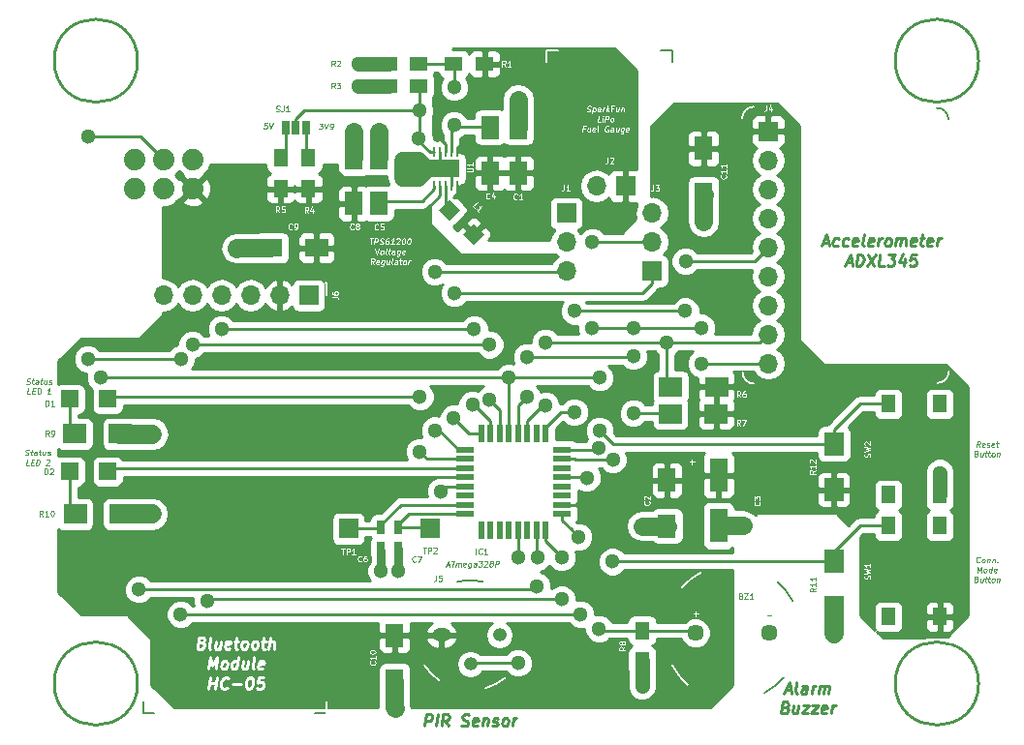
<source format=gbr>
G04 #@! TF.GenerationSoftware,KiCad,Pcbnew,(2017-02-22 revision 4c83b0a94)-master*
G04 #@! TF.CreationDate,2017-05-12T13:52:34+03:00*
G04 #@! TF.ProjectId,T-AIM,542D41494D2E6B696361645F70636200,rev?*
G04 #@! TF.FileFunction,Copper,L1,Top,Signal*
G04 #@! TF.FilePolarity,Positive*
%FSLAX46Y46*%
G04 Gerber Fmt 4.6, Leading zero omitted, Abs format (unit mm)*
G04 Created by KiCad (PCBNEW (2017-02-22 revision 4c83b0a94)-master) date Fri May 12 13:52:34 2017*
%MOMM*%
%LPD*%
G01*
G04 APERTURE LIST*
%ADD10C,0.100000*%
%ADD11R,0.550000X1.600000*%
%ADD12R,1.600000X0.550000*%
%ADD13O,1.200000X1.200000*%
%ADD14O,1.600000X1.200000*%
%ADD15C,1.879600*%
%ADD16R,1.700000X1.700000*%
%ADD17R,2.000000X1.600000*%
%ADD18R,1.300000X1.500000*%
%ADD19O,1.700000X1.700000*%
%ADD20R,1.600000X2.000000*%
%ADD21R,1.500000X1.300000*%
%ADD22C,1.450000*%
%ADD23C,0.700000*%
%ADD24R,2.397760X1.648460*%
%ADD25R,0.228600X0.848360*%
%ADD26R,1.300000X1.550000*%
%ADD27R,0.635000X1.270000*%
%ADD28R,1.600000X3.000000*%
%ADD29R,0.750000X1.200000*%
%ADD30R,1.500000X1.500000*%
%ADD31C,1.297940*%
%ADD32R,2.000000X1.700000*%
%ADD33R,1.700000X2.000000*%
%ADD34C,1.300000*%
%ADD35C,0.750000*%
%ADD36C,0.250000*%
%ADD37C,1.300000*%
%ADD38C,1.600000*%
%ADD39C,1.700000*%
%ADD40C,0.228600*%
%ADD41C,1.500000*%
%ADD42C,0.254000*%
%ADD92C,0.100000*%
%ADD93C,0.125000*%
%ADD94C,0.200000*%
%ADD95C,0.250000*%
%ADD96C,0.100000*%
%ADD97C,0.250000*%
%ADD98C,0.125000*%
%ADD99C,0.200000*%
G04 APERTURE END LIST*
D10*
D11*
X161043986Y-91943828D03*
X161843986Y-91943828D03*
X162643986Y-91943828D03*
X163443986Y-91943828D03*
X164243986Y-91943828D03*
X165043986Y-91943828D03*
X165843986Y-91943828D03*
X166643986Y-91943828D03*
D12*
X168093986Y-93393828D03*
X168093986Y-94193828D03*
X168093986Y-94993828D03*
X168093986Y-95793828D03*
X168093986Y-96593828D03*
X168093986Y-97393828D03*
X168093986Y-98193828D03*
X168093986Y-98993828D03*
D11*
X166643986Y-100443828D03*
X165843986Y-100443828D03*
X165043986Y-100443828D03*
X164243986Y-100443828D03*
X163443986Y-100443828D03*
X162643986Y-100443828D03*
X161843986Y-100443828D03*
X161043986Y-100443828D03*
D12*
X159593986Y-98993828D03*
X159593986Y-98193828D03*
X159593986Y-97393828D03*
X159593986Y-96593828D03*
X159593986Y-95793828D03*
X159593986Y-94993828D03*
X159593986Y-94193828D03*
X159593986Y-93393828D03*
D13*
X162615000Y-109610000D03*
X160075000Y-112150000D03*
D14*
X157535000Y-109610000D03*
D15*
X135830000Y-68025000D03*
X135830000Y-70565000D03*
X133290000Y-68025000D03*
X133290000Y-70565000D03*
X130750000Y-68025000D03*
X130750000Y-70565000D03*
D16*
X156525000Y-100275000D03*
D17*
X146625000Y-75725000D03*
X142625000Y-75725000D03*
D18*
X175076009Y-111892189D03*
X175076009Y-109192189D03*
D16*
X168450000Y-72685000D03*
D19*
X168450000Y-75225000D03*
X168450000Y-77765000D03*
D20*
X180450000Y-67025000D03*
X180450000Y-71025000D03*
D21*
X155575000Y-61525000D03*
X152875000Y-61525000D03*
D22*
X179723986Y-109413828D03*
X186223986Y-109413828D03*
D23*
X157302534Y-68798946D03*
X158502534Y-68798946D03*
D24*
X157902534Y-68798946D03*
D25*
X156904314Y-67325746D03*
X157404694Y-67325746D03*
X157902534Y-67325746D03*
X158400374Y-67325746D03*
X158900754Y-67325746D03*
X158900754Y-70272146D03*
X158400374Y-70272146D03*
X157902534Y-70272146D03*
X157404694Y-70272146D03*
X156904314Y-70272146D03*
D26*
X201093986Y-89363828D03*
X196593986Y-89363828D03*
X196593986Y-97323828D03*
X201093986Y-97323828D03*
X201093986Y-107998828D03*
X196593986Y-107998828D03*
X196593986Y-100038828D03*
X201093986Y-100038828D03*
D27*
X145687972Y-65168792D03*
X144798972Y-65168792D03*
X143909972Y-65168792D03*
D20*
X164250000Y-69175000D03*
X164250000Y-65175000D03*
D28*
X181750000Y-100025000D03*
X181750000Y-95625000D03*
D20*
X177250000Y-100050000D03*
X177250000Y-96050000D03*
X161800000Y-65175000D03*
X161800000Y-69175000D03*
X152050000Y-71825000D03*
X152050000Y-67825000D03*
D29*
X152275000Y-100150000D03*
X152275000Y-102050000D03*
X153750000Y-100150000D03*
X153750000Y-102050000D03*
D20*
X149900000Y-67850000D03*
X149900000Y-71850000D03*
X153450000Y-109625000D03*
X153450000Y-113625000D03*
D30*
X125075000Y-88950000D03*
X128375000Y-88950000D03*
X128375000Y-95275000D03*
X125075000Y-95275000D03*
D19*
X175950000Y-72660000D03*
X175950000Y-75200000D03*
D16*
X175950000Y-77740000D03*
D19*
X186100000Y-85825000D03*
X186100000Y-83285000D03*
X186100000Y-80745000D03*
X186100000Y-78205000D03*
X186100000Y-75665000D03*
X186100000Y-73125000D03*
X186100000Y-70585000D03*
X186100000Y-68045000D03*
D16*
X186100000Y-65505000D03*
D19*
X133245000Y-79875000D03*
X135785000Y-79875000D03*
X138325000Y-79875000D03*
X140865000Y-79875000D03*
X143405000Y-79875000D03*
D16*
X145945000Y-79875000D03*
D31*
X158250000Y-72400000D03*
D10*
G36*
X158250000Y-73317782D02*
X157332218Y-72400000D01*
X158250000Y-71482218D01*
X159167782Y-72400000D01*
X158250000Y-73317782D01*
X158250000Y-73317782D01*
G37*
D31*
X160369340Y-74519340D03*
D10*
G36*
X160369340Y-75437122D02*
X159451558Y-74519340D01*
X160369340Y-73601558D01*
X161287122Y-74519340D01*
X160369340Y-75437122D01*
X160369340Y-75437122D01*
G37*
D21*
X158625000Y-59625000D03*
X161325000Y-59625000D03*
X155575000Y-59600000D03*
X152875000Y-59600000D03*
D18*
X145925000Y-67850000D03*
X145925000Y-70550000D03*
X143475000Y-67850000D03*
X143475000Y-70550000D03*
D32*
X181575000Y-87875000D03*
X177575000Y-87875000D03*
X177550000Y-90250000D03*
X181550000Y-90250000D03*
X125500000Y-92000000D03*
X129500000Y-92000000D03*
X129525000Y-99025000D03*
X125525000Y-99025000D03*
D33*
X191900000Y-103175000D03*
X191900000Y-107175000D03*
X191850000Y-96875000D03*
X191850000Y-92875000D03*
D16*
X149425000Y-100300000D03*
D19*
X171075000Y-70300000D03*
D16*
X173615000Y-70300000D03*
D34*
X153725000Y-103975000D03*
X152275000Y-104000000D03*
X170249990Y-95825002D03*
X175075000Y-114050000D03*
X183900000Y-100025006D03*
X164250000Y-62750000D03*
X180450000Y-73450000D03*
X150275000Y-61525000D03*
X152050000Y-65575000D03*
X149900000Y-65575000D03*
X153475000Y-115975000D03*
X139650000Y-75750000D03*
X175100000Y-100050000D03*
X132250000Y-99000000D03*
X150268986Y-59593828D03*
X191900000Y-109500000D03*
X132275000Y-92025000D03*
X201100000Y-95400000D03*
X157500000Y-97000000D03*
X154150000Y-69600000D03*
X154150000Y-68050004D03*
X155500000Y-69600000D03*
X155500000Y-68050000D03*
X170700000Y-75200000D03*
X174325002Y-90200000D03*
X165000000Y-85275000D03*
X165000000Y-88775000D03*
X174324999Y-82700000D03*
X174325000Y-85200000D03*
X180250000Y-82700000D03*
X180250000Y-85850000D03*
X170675000Y-82750000D03*
X158650000Y-64975000D03*
X158650000Y-61675000D03*
X155650000Y-88750000D03*
X155650000Y-93550000D03*
X169150000Y-81250000D03*
X178875000Y-76875000D03*
X178850000Y-81250000D03*
X169150000Y-90100000D03*
X138325000Y-82800000D03*
X160250000Y-89450000D03*
X160400000Y-82800002D03*
X135774996Y-84175000D03*
X161750000Y-84200000D03*
X161750000Y-89000000D03*
X166625000Y-84000000D03*
X177250000Y-84025000D03*
X166625000Y-89525000D03*
X164275000Y-102825000D03*
X164243986Y-112043828D03*
X156950000Y-77800000D03*
X156950000Y-91675000D03*
X158675000Y-79675000D03*
X158625000Y-90625000D03*
X155600000Y-63725000D03*
X155568986Y-66168828D03*
X171325002Y-109050000D03*
X171275000Y-93250000D03*
X172500000Y-103175000D03*
X172525000Y-94225000D03*
X165925000Y-102824998D03*
X165875000Y-105325000D03*
X131100000Y-105600000D03*
X168050000Y-102800002D03*
X168050000Y-106475000D03*
X137112689Y-106625010D03*
X134800000Y-85425000D03*
X126650000Y-85450000D03*
X134750000Y-107775000D03*
X169699998Y-107800000D03*
X169525000Y-101000000D03*
X126675000Y-65975000D03*
X127746824Y-87064577D03*
X171356466Y-91702131D03*
X171375000Y-87075000D03*
X163449998Y-87075000D03*
D35*
X153750000Y-103950000D02*
X153725000Y-103975000D01*
X153750000Y-102050000D02*
X153750000Y-103950000D01*
X152275000Y-102175000D02*
X152275000Y-104000000D01*
D36*
X170218816Y-95793828D02*
X170249990Y-95825002D01*
X168093986Y-95793828D02*
X170218816Y-95793828D01*
D37*
X175075000Y-113130762D02*
X175075000Y-114050000D01*
X175075000Y-111873040D02*
X175075000Y-113130762D01*
X175099837Y-111848203D02*
X175075000Y-111873040D01*
D38*
X182980762Y-100025006D02*
X183900000Y-100025006D01*
X181750006Y-100025006D02*
X182980762Y-100025006D01*
X181750000Y-100025000D02*
X181750006Y-100025006D01*
X164250000Y-65175000D02*
X164250000Y-62750000D01*
X180450000Y-71025000D02*
X180450000Y-72530762D01*
X180450000Y-72530762D02*
X180450000Y-73450000D01*
X180393986Y-70993828D02*
X180475000Y-71074842D01*
D37*
X152875000Y-61525000D02*
X150275000Y-61525000D01*
D38*
X152050000Y-67825000D02*
X152050000Y-65575000D01*
X149900000Y-67850000D02*
X149900000Y-65575000D01*
X153450000Y-113625000D02*
X153450000Y-115950000D01*
X153450000Y-115950000D02*
X153475000Y-115975000D01*
X139652398Y-75747602D02*
X139650000Y-75750000D01*
X142597830Y-75747602D02*
X139652398Y-75747602D01*
X176019238Y-100050000D02*
X175100000Y-100050000D01*
X177250158Y-100050000D02*
X176019238Y-100050000D01*
X177268986Y-100068828D02*
X177250158Y-100050000D01*
D37*
X152888854Y-59595418D02*
X150270576Y-59595418D01*
D39*
X132231172Y-99018828D02*
X132250000Y-99000000D01*
X129468986Y-99018828D02*
X132231172Y-99018828D01*
X191900000Y-107049842D02*
X191900000Y-109500000D01*
X191893986Y-107043828D02*
X191900000Y-107049842D01*
X132268828Y-92018828D02*
X132275000Y-92025000D01*
X129468986Y-92018828D02*
X132268828Y-92018828D01*
D40*
X158400374Y-70272146D02*
X158400374Y-69296786D01*
X158400374Y-69296786D02*
X157902534Y-68798946D01*
X157404694Y-67325746D02*
X157404694Y-68301106D01*
X157404694Y-68301106D02*
X157902534Y-68798946D01*
D37*
X201093986Y-97323828D02*
X201093986Y-95406014D01*
X201093986Y-95406014D02*
X201100000Y-95400000D01*
D36*
X159593986Y-96593828D02*
X157906172Y-96593828D01*
X157906172Y-96593828D02*
X157500000Y-97000000D01*
D41*
X155500000Y-68050000D02*
X154150004Y-68050000D01*
X154150004Y-68050000D02*
X154150000Y-68050004D01*
X155500000Y-68050000D02*
X155500000Y-69600000D01*
X154150000Y-68050004D02*
X154150000Y-69600000D01*
X154150000Y-68650000D02*
X154150000Y-69600000D01*
X154300000Y-68500000D02*
X154150000Y-68650000D01*
X155500000Y-69600000D02*
X154150000Y-69600000D01*
X154300000Y-68200004D02*
X154150000Y-68050004D01*
X154300000Y-68500000D02*
X154300000Y-68200004D01*
X156301054Y-68798946D02*
X155500000Y-69600000D01*
X157302534Y-68798946D02*
X156301054Y-68798946D01*
X156248946Y-68798946D02*
X155500000Y-68050000D01*
X157902534Y-68798946D02*
X156248946Y-68798946D01*
X154580762Y-68050000D02*
X155500000Y-68050000D01*
X154300000Y-68330762D02*
X154580762Y-68050000D01*
X154300000Y-68500000D02*
X154300000Y-68330762D01*
D36*
X157902534Y-68798946D02*
X157803515Y-68897965D01*
X161363854Y-59670418D02*
X161338854Y-59645418D01*
X161687454Y-69271818D02*
X161838854Y-69120418D01*
X164238854Y-69120418D02*
X161838854Y-69120418D01*
X161590582Y-68872146D02*
X161838854Y-69120418D01*
D40*
X158900754Y-70272146D02*
X158900754Y-70999246D01*
X158900754Y-70999246D02*
X158625000Y-71275000D01*
X158625000Y-71275000D02*
X159025000Y-71275000D01*
X159025000Y-71275000D02*
X159050000Y-71250000D01*
X159050000Y-71250000D02*
X159050000Y-70275000D01*
X158900754Y-67325746D02*
X158900754Y-66949246D01*
X158900754Y-66949246D02*
X159250000Y-66600000D01*
X159250000Y-66600000D02*
X159250000Y-66900000D01*
X159250000Y-66900000D02*
X158900754Y-67249246D01*
X158900754Y-67249246D02*
X158900754Y-67325746D01*
X157902534Y-67325746D02*
X157902534Y-66627534D01*
X157902534Y-66627534D02*
X157375000Y-66100000D01*
X157375000Y-66100000D02*
X157331172Y-66143828D01*
X157331172Y-66143828D02*
X157243986Y-66143828D01*
D36*
X158900754Y-67325746D02*
X159243654Y-67325746D01*
X159243654Y-67325746D02*
X159250572Y-67318828D01*
X158900754Y-67325746D02*
X158900754Y-67015866D01*
X175950000Y-75200000D02*
X170700000Y-75200000D01*
X175244240Y-90200000D02*
X174325002Y-90200000D01*
X177550000Y-90775000D02*
X176975000Y-90200000D01*
X176975000Y-90200000D02*
X175244240Y-90200000D01*
X165000000Y-85275000D02*
X174250000Y-85275000D01*
X174250000Y-85275000D02*
X174325000Y-85200000D01*
X164243986Y-91943828D02*
X164243986Y-89531014D01*
X164243986Y-89531014D02*
X165000000Y-88775000D01*
X174274999Y-82750000D02*
X174324999Y-82700000D01*
X170675000Y-82750000D02*
X174274999Y-82750000D01*
X180250000Y-82700000D02*
X174324999Y-82700000D01*
X180276172Y-85823828D02*
X180250000Y-85850000D01*
X186113986Y-85823828D02*
X180276172Y-85823828D01*
X164300000Y-91950000D02*
X164321619Y-91928381D01*
D40*
X158638854Y-59645418D02*
X155563854Y-59645418D01*
X155563854Y-59645418D02*
X155538854Y-59620418D01*
D36*
X158795418Y-65120418D02*
X158650000Y-64975000D01*
X161838854Y-65120418D02*
X158795418Y-65120418D01*
X158400374Y-67325746D02*
X158400374Y-65224626D01*
X158400374Y-65224626D02*
X158650000Y-64975000D01*
X158638854Y-61663854D02*
X158650000Y-61675000D01*
X158638854Y-59645418D02*
X158638854Y-61663854D01*
X159593986Y-98993828D02*
X154681172Y-98993828D01*
X154681172Y-98993828D02*
X153750000Y-99925000D01*
X153750000Y-99925000D02*
X153750000Y-100150000D01*
X153750000Y-100150000D02*
X156400000Y-100150000D01*
X156400000Y-100150000D02*
X156525000Y-100275000D01*
X153666040Y-100222668D02*
X153706040Y-100262668D01*
X153731040Y-100287668D02*
X153706040Y-100262668D01*
X125050000Y-89000000D02*
X125050000Y-91599842D01*
X125050000Y-91599842D02*
X125468986Y-92018828D01*
X155650000Y-88750000D02*
X128600000Y-88750000D01*
X128600000Y-88750000D02*
X128350000Y-89000000D01*
X159593986Y-94193828D02*
X156293828Y-94193828D01*
X156293828Y-94193828D02*
X155650000Y-93550000D01*
X128468986Y-88768828D02*
X128508986Y-88728828D01*
X159593986Y-94993828D02*
X128668986Y-94993828D01*
X128668986Y-94993828D02*
X128368986Y-95293828D01*
X125068986Y-95518828D02*
X125068986Y-98618828D01*
X178850000Y-81250000D02*
X169150000Y-81250000D01*
X166643986Y-91418828D02*
X167962814Y-90100000D01*
X167962814Y-90100000D02*
X169150000Y-90100000D01*
X166643986Y-91943828D02*
X166643986Y-91418828D01*
X186113986Y-75663828D02*
X184902814Y-76875000D01*
X179794238Y-76875000D02*
X178875000Y-76875000D01*
X184902814Y-76875000D02*
X179794238Y-76875000D01*
X186194008Y-75743828D02*
X185869008Y-76068828D01*
X138325002Y-82800002D02*
X138325000Y-82800000D01*
X160400000Y-82800002D02*
X138325002Y-82800002D01*
X160400158Y-89450000D02*
X160250000Y-89450000D01*
X161843986Y-90893828D02*
X160400158Y-89450000D01*
X161843986Y-91943828D02*
X161843986Y-90893828D01*
X135799996Y-84200000D02*
X135774996Y-84175000D01*
X161750000Y-84200000D02*
X135799996Y-84200000D01*
X162643986Y-91943828D02*
X162643986Y-89893986D01*
X162643986Y-89893986D02*
X161750000Y-89000000D01*
X166650000Y-84025000D02*
X166625000Y-84000000D01*
X177250000Y-84025000D02*
X166650000Y-84025000D01*
X177250000Y-84025000D02*
X185360000Y-84025000D01*
X185360000Y-84025000D02*
X186100000Y-83285000D01*
X177250000Y-84025000D02*
X177250000Y-87675000D01*
X177250000Y-87675000D02*
X177375000Y-87800000D01*
X165043986Y-91943828D02*
X165043986Y-90893828D01*
X166412814Y-89525000D02*
X166625000Y-89525000D01*
X165043986Y-90893828D02*
X166412814Y-89525000D01*
X177343986Y-87683828D02*
X177363986Y-87703828D01*
X164243986Y-102793986D02*
X164275000Y-102825000D01*
X164243986Y-100443828D02*
X164243986Y-102793986D01*
X164243986Y-112043828D02*
X160213986Y-112043828D01*
X160213986Y-112043828D02*
X160083986Y-112173828D01*
X156950000Y-77800000D02*
X168415000Y-77800000D01*
X159593986Y-93393828D02*
X159068986Y-93393828D01*
X159068986Y-93393828D02*
X157350158Y-91675000D01*
X157350158Y-91675000D02*
X156950000Y-91675000D01*
X158675000Y-79675000D02*
X175115000Y-79675000D01*
X175115000Y-79675000D02*
X175950000Y-78840000D01*
X175950000Y-78840000D02*
X175950000Y-77740000D01*
X161043986Y-91943828D02*
X159943828Y-91943828D01*
X159943828Y-91943828D02*
X158625000Y-90625000D01*
X157923934Y-71930128D02*
X157902534Y-71930128D01*
D40*
X157902534Y-71930128D02*
X157902534Y-70272146D01*
D36*
X143909972Y-65168792D02*
X143909972Y-67299300D01*
X143909972Y-67299300D02*
X143438854Y-67770418D01*
X146288854Y-70320418D02*
X146138854Y-70470418D01*
X168093986Y-98193828D02*
X170493828Y-98193828D01*
X170493828Y-98193828D02*
X170500000Y-98200000D01*
X159593986Y-95793828D02*
X155806172Y-95793828D01*
X155806172Y-95793828D02*
X155800000Y-95800000D01*
X157404694Y-70272146D02*
X157404694Y-71145306D01*
X157404694Y-71145306D02*
X156350000Y-72200000D01*
X156350000Y-72200000D02*
X156350000Y-72900000D01*
D10*
X157413108Y-70350538D02*
X157452535Y-70389965D01*
D36*
X155865922Y-71620418D02*
X152063854Y-71620418D01*
X156904314Y-70272146D02*
X156904314Y-70582026D01*
X156904314Y-70582026D02*
X155865922Y-71620418D01*
X159593986Y-98193828D02*
X154006172Y-98193828D01*
X154006172Y-98193828D02*
X152275000Y-99925000D01*
X152275000Y-99925000D02*
X152275000Y-100150000D01*
X149425000Y-100300000D02*
X152125000Y-100300000D01*
X152125000Y-100300000D02*
X152275000Y-100150000D01*
X152331040Y-100062668D02*
X152331040Y-100287668D01*
X152281040Y-100237668D02*
X152331040Y-100287668D01*
D40*
X155600000Y-63725000D02*
X155600000Y-61550000D01*
X155600000Y-61550000D02*
X155575000Y-61525000D01*
X155600000Y-63725000D02*
X155600000Y-66137814D01*
X155600000Y-66137814D02*
X155568986Y-66168828D01*
X144798972Y-65168792D02*
X144798972Y-64449550D01*
X144798972Y-64449550D02*
X145523522Y-63725000D01*
X145523522Y-63725000D02*
X155600000Y-63725000D01*
D36*
X155568986Y-66354718D02*
X155568986Y-66168828D01*
X156540014Y-67325746D02*
X155568986Y-66354718D01*
X156904314Y-67325746D02*
X156540014Y-67325746D01*
X144798972Y-65168792D02*
X144798972Y-64700290D01*
X144798972Y-65168792D02*
X144798972Y-64783664D01*
X145687972Y-67319536D02*
X146138854Y-67770418D01*
X146138854Y-67770418D02*
X145843986Y-67475550D01*
X145687972Y-65168792D02*
X145687972Y-67319536D01*
X145743986Y-65224806D02*
X145687972Y-65168792D01*
X171467191Y-109192189D02*
X171325002Y-109050000D01*
X175076009Y-109192189D02*
X171467191Y-109192189D01*
X168093986Y-93393828D02*
X171131172Y-93393828D01*
X171131172Y-93393828D02*
X171275000Y-93250000D01*
X175076009Y-109192189D02*
X179502347Y-109192189D01*
X179502347Y-109192189D02*
X179723986Y-109413828D01*
X171605762Y-94225000D02*
X172525000Y-94225000D01*
X171555760Y-94275002D02*
X171605762Y-94225000D01*
X168093986Y-94193828D02*
X169143986Y-94193828D01*
X169225160Y-94275002D02*
X171555760Y-94275002D01*
X169143986Y-94193828D02*
X169225160Y-94275002D01*
X172500000Y-103175000D02*
X173419238Y-103175000D01*
X173419238Y-103175000D02*
X191900000Y-103175000D01*
X191900000Y-103175000D02*
X191900000Y-102250000D01*
X191900000Y-102250000D02*
X194111172Y-100038828D01*
X194111172Y-100038828D02*
X196593986Y-100038828D01*
X190800000Y-103175000D02*
X191900000Y-103175000D01*
X191893986Y-102793828D02*
X191593986Y-103093828D01*
X191843986Y-103093828D02*
X191893986Y-103043828D01*
X165843986Y-102743984D02*
X165925000Y-102824998D01*
X165843986Y-100443828D02*
X165843986Y-102743984D01*
X165600000Y-105600000D02*
X165875000Y-105325000D01*
X131100000Y-105600000D02*
X165600000Y-105600000D01*
X167400001Y-102150003D02*
X168050000Y-102800002D01*
X166643986Y-101393988D02*
X167400001Y-102150003D01*
X166643986Y-100968828D02*
X166643986Y-101393988D01*
X168050000Y-106475000D02*
X137262699Y-106475000D01*
X137262699Y-106475000D02*
X137112689Y-106625010D01*
X166643986Y-100443828D02*
X166643986Y-100968828D01*
X134775000Y-85450000D02*
X134800000Y-85425000D01*
X126650000Y-85450000D02*
X134775000Y-85450000D01*
X134775000Y-107800000D02*
X134750000Y-107775000D01*
X169699998Y-107800000D02*
X134775000Y-107800000D01*
X168875001Y-100350001D02*
X169525000Y-101000000D01*
X168093986Y-98993828D02*
X168093986Y-99568986D01*
X168093986Y-99568986D02*
X168875001Y-100350001D01*
X133290000Y-68025000D02*
X131240000Y-65975000D01*
X131240000Y-65975000D02*
X126675000Y-65975000D01*
X163449998Y-87075000D02*
X127757247Y-87075000D01*
X127757247Y-87075000D02*
X127746824Y-87064577D01*
X172529335Y-92875000D02*
X172006465Y-92352130D01*
X172006465Y-92352130D02*
X171356466Y-91702131D01*
X191850000Y-92875000D02*
X172529335Y-92875000D01*
X191850000Y-92875000D02*
X191850000Y-91625000D01*
X191850000Y-91625000D02*
X194111172Y-89363828D01*
X194111172Y-89363828D02*
X195693986Y-89363828D01*
X195693986Y-89363828D02*
X196593986Y-89363828D01*
X163449998Y-87075000D02*
X171375000Y-87075000D01*
X163443986Y-87081012D02*
X163449998Y-87075000D01*
X163443986Y-91943828D02*
X163443986Y-87081012D01*
X196363986Y-89593828D02*
X196593986Y-89363828D01*
D42*
G36*
X174625000Y-60250606D02*
X174625000Y-68828955D01*
X174591310Y-68815000D01*
X173900750Y-68815000D01*
X173742000Y-68973750D01*
X173742000Y-70173000D01*
X173762000Y-70173000D01*
X173762000Y-70427000D01*
X173742000Y-70427000D01*
X173742000Y-71626250D01*
X173900750Y-71785000D01*
X174591310Y-71785000D01*
X174625000Y-71771045D01*
X174625000Y-71977892D01*
X174548946Y-72091715D01*
X174435907Y-72660000D01*
X174540180Y-73184214D01*
X173284394Y-74440000D01*
X171757006Y-74440000D01*
X171428845Y-74111265D01*
X170956724Y-73915223D01*
X170445519Y-73914777D01*
X169973057Y-74109995D01*
X169680732Y-74401809D01*
X169529147Y-74174946D01*
X169485223Y-74145597D01*
X169547765Y-74133157D01*
X169757809Y-73992809D01*
X169898157Y-73782765D01*
X169947440Y-73535000D01*
X169947440Y-71835000D01*
X169898157Y-71587235D01*
X169757809Y-71377191D01*
X169547765Y-71236843D01*
X169300000Y-71187560D01*
X167600000Y-71187560D01*
X167352235Y-71236843D01*
X167142191Y-71377191D01*
X167001843Y-71587235D01*
X166952560Y-71835000D01*
X166952560Y-73535000D01*
X167001843Y-73782765D01*
X167142191Y-73992809D01*
X167352235Y-74133157D01*
X167414777Y-74145597D01*
X167370853Y-74174946D01*
X167048946Y-74656715D01*
X166969324Y-75057000D01*
X161647488Y-75057000D01*
X161825449Y-74879039D01*
X161922122Y-74645650D01*
X161922122Y-74393031D01*
X161825450Y-74159642D01*
X161479300Y-73813492D01*
X161254793Y-73813492D01*
X160548945Y-74519340D01*
X160563088Y-74533483D01*
X160383483Y-74713088D01*
X160369340Y-74698945D01*
X160355198Y-74713088D01*
X160175593Y-74533483D01*
X160189735Y-74519340D01*
X159483887Y-73813492D01*
X159259380Y-73813492D01*
X158917239Y-74155633D01*
X158605535Y-73843929D01*
X158707809Y-73775591D01*
X159074020Y-73409380D01*
X159663492Y-73409380D01*
X159663492Y-73633887D01*
X160369340Y-74339735D01*
X161075188Y-73633887D01*
X161075188Y-73409380D01*
X160729038Y-73063230D01*
X160495649Y-72966558D01*
X160243030Y-72966558D01*
X160009641Y-73063231D01*
X159663492Y-73409380D01*
X159074020Y-73409380D01*
X159625591Y-72857809D01*
X159765939Y-72647765D01*
X159815222Y-72400000D01*
X159765939Y-72152235D01*
X159625591Y-71942191D01*
X158891588Y-71208188D01*
X158972483Y-71154135D01*
X159112831Y-70944091D01*
X159162114Y-70696326D01*
X159162114Y-70258542D01*
X159349179Y-70221333D01*
X159559223Y-70080985D01*
X159699571Y-69870941D01*
X159748854Y-69623176D01*
X159748854Y-69460750D01*
X160365000Y-69460750D01*
X160365000Y-70301309D01*
X160461673Y-70534698D01*
X160640301Y-70713327D01*
X160873690Y-70810000D01*
X161514250Y-70810000D01*
X161673000Y-70651250D01*
X161673000Y-69302000D01*
X161927000Y-69302000D01*
X161927000Y-70651250D01*
X162085750Y-70810000D01*
X162726310Y-70810000D01*
X162959699Y-70713327D01*
X163025000Y-70648026D01*
X163090301Y-70713327D01*
X163323690Y-70810000D01*
X163964250Y-70810000D01*
X164123000Y-70651250D01*
X164123000Y-69302000D01*
X164377000Y-69302000D01*
X164377000Y-70651250D01*
X164535750Y-70810000D01*
X165176310Y-70810000D01*
X165409699Y-70713327D01*
X165588327Y-70534698D01*
X165685000Y-70301309D01*
X165685000Y-70270907D01*
X169590000Y-70270907D01*
X169590000Y-70329093D01*
X169703039Y-70897378D01*
X170024946Y-71379147D01*
X170506715Y-71701054D01*
X171075000Y-71814093D01*
X171643285Y-71701054D01*
X172125054Y-71379147D01*
X172154403Y-71335223D01*
X172226673Y-71509698D01*
X172405301Y-71688327D01*
X172638690Y-71785000D01*
X173329250Y-71785000D01*
X173488000Y-71626250D01*
X173488000Y-70427000D01*
X173468000Y-70427000D01*
X173468000Y-70173000D01*
X173488000Y-70173000D01*
X173488000Y-68973750D01*
X173329250Y-68815000D01*
X172638690Y-68815000D01*
X172405301Y-68911673D01*
X172226673Y-69090302D01*
X172154403Y-69264777D01*
X172125054Y-69220853D01*
X171643285Y-68898946D01*
X171075000Y-68785907D01*
X170506715Y-68898946D01*
X170024946Y-69220853D01*
X169703039Y-69702622D01*
X169590000Y-70270907D01*
X165685000Y-70270907D01*
X165685000Y-69460750D01*
X165526250Y-69302000D01*
X164377000Y-69302000D01*
X164123000Y-69302000D01*
X161927000Y-69302000D01*
X161673000Y-69302000D01*
X160523750Y-69302000D01*
X160365000Y-69460750D01*
X159748854Y-69460750D01*
X159748854Y-68048691D01*
X160365000Y-68048691D01*
X160365000Y-68889250D01*
X160523750Y-69048000D01*
X161673000Y-69048000D01*
X161673000Y-67698750D01*
X161927000Y-67698750D01*
X161927000Y-69048000D01*
X164123000Y-69048000D01*
X164123000Y-67698750D01*
X164377000Y-67698750D01*
X164377000Y-69048000D01*
X165526250Y-69048000D01*
X165685000Y-68889250D01*
X165685000Y-68048691D01*
X165588327Y-67815302D01*
X165409699Y-67636673D01*
X165176310Y-67540000D01*
X164535750Y-67540000D01*
X164377000Y-67698750D01*
X164123000Y-67698750D01*
X163964250Y-67540000D01*
X163323690Y-67540000D01*
X163090301Y-67636673D01*
X163025000Y-67701974D01*
X162959699Y-67636673D01*
X162726310Y-67540000D01*
X162085750Y-67540000D01*
X161927000Y-67698750D01*
X161673000Y-67698750D01*
X161514250Y-67540000D01*
X160873690Y-67540000D01*
X160640301Y-67636673D01*
X160461673Y-67815302D01*
X160365000Y-68048691D01*
X159748854Y-68048691D01*
X159748854Y-67974716D01*
X159699571Y-67726951D01*
X159559223Y-67516907D01*
X159349179Y-67376559D01*
X159162114Y-67339350D01*
X159162114Y-66901566D01*
X159160374Y-66892818D01*
X159160374Y-66154490D01*
X159376943Y-66065005D01*
X159561853Y-65880418D01*
X160352560Y-65880418D01*
X160352560Y-66175000D01*
X160401843Y-66422765D01*
X160542191Y-66632809D01*
X160752235Y-66773157D01*
X161000000Y-66822440D01*
X162600000Y-66822440D01*
X162847765Y-66773157D01*
X163025000Y-66654731D01*
X163202235Y-66773157D01*
X163450000Y-66822440D01*
X165050000Y-66822440D01*
X165297765Y-66773157D01*
X165507809Y-66632809D01*
X165648157Y-66422765D01*
X165697440Y-66175000D01*
X165697440Y-64175000D01*
X165685000Y-64112459D01*
X165685000Y-62750000D01*
X165575767Y-62200849D01*
X165264698Y-61735302D01*
X164799151Y-61424233D01*
X164250000Y-61315000D01*
X163700849Y-61424233D01*
X163235302Y-61735302D01*
X162924233Y-62200849D01*
X162815000Y-62750000D01*
X162815000Y-63570326D01*
X162600000Y-63527560D01*
X161000000Y-63527560D01*
X160752235Y-63576843D01*
X160542191Y-63717191D01*
X160401843Y-63927235D01*
X160352560Y-64175000D01*
X160352560Y-64360418D01*
X159786432Y-64360418D01*
X159740005Y-64248057D01*
X159378845Y-63886265D01*
X158906724Y-63690223D01*
X158395519Y-63689777D01*
X157923057Y-63884995D01*
X157561265Y-64246155D01*
X157365223Y-64718276D01*
X157364777Y-65229481D01*
X157559995Y-65701943D01*
X157640374Y-65782463D01*
X157640374Y-66278270D01*
X157518994Y-66254126D01*
X157290394Y-66254126D01*
X157154504Y-66281156D01*
X157018614Y-66254126D01*
X156853913Y-66254126D01*
X156854209Y-65914347D01*
X156845000Y-65892060D01*
X156845000Y-64077518D01*
X156884777Y-63981724D01*
X156885223Y-63470519D01*
X156845000Y-63373172D01*
X156845000Y-62539734D01*
X156923157Y-62422765D01*
X156972440Y-62175000D01*
X156972440Y-60875000D01*
X156923157Y-60627235D01*
X156879902Y-60562500D01*
X156923157Y-60497765D01*
X156943654Y-60394718D01*
X157251373Y-60394718D01*
X157276843Y-60522765D01*
X157417191Y-60732809D01*
X157627235Y-60873157D01*
X157633202Y-60874344D01*
X157561265Y-60946155D01*
X157365223Y-61418276D01*
X157364777Y-61929481D01*
X157559995Y-62401943D01*
X157921155Y-62763735D01*
X158393276Y-62959777D01*
X158904481Y-62960223D01*
X159376943Y-62765005D01*
X159738735Y-62403845D01*
X159934777Y-61931724D01*
X159935223Y-61420519D01*
X159740005Y-60948057D01*
X159648242Y-60856134D01*
X159832809Y-60732809D01*
X159973157Y-60522765D01*
X159978721Y-60494791D01*
X160036673Y-60634699D01*
X160215302Y-60813327D01*
X160448691Y-60910000D01*
X161039250Y-60910000D01*
X161198000Y-60751250D01*
X161198000Y-59752000D01*
X161452000Y-59752000D01*
X161452000Y-60751250D01*
X161610750Y-60910000D01*
X162201309Y-60910000D01*
X162434698Y-60813327D01*
X162613327Y-60634699D01*
X162710000Y-60401310D01*
X162710000Y-59910750D01*
X162551250Y-59752000D01*
X161452000Y-59752000D01*
X161198000Y-59752000D01*
X161178000Y-59752000D01*
X161178000Y-59498000D01*
X161198000Y-59498000D01*
X161198000Y-58498750D01*
X161452000Y-58498750D01*
X161452000Y-59498000D01*
X162551250Y-59498000D01*
X162710000Y-59339250D01*
X162710000Y-58848690D01*
X162613327Y-58615301D01*
X162434698Y-58436673D01*
X162201309Y-58340000D01*
X161610750Y-58340000D01*
X161452000Y-58498750D01*
X161198000Y-58498750D01*
X161039250Y-58340000D01*
X160448691Y-58340000D01*
X160215302Y-58436673D01*
X160036673Y-58615301D01*
X159978721Y-58755209D01*
X159973157Y-58727235D01*
X159832809Y-58517191D01*
X159622765Y-58376843D01*
X159375000Y-58327560D01*
X158523388Y-58327560D01*
X158553628Y-58293000D01*
X172667394Y-58293000D01*
X174625000Y-60250606D01*
X174625000Y-60250606D01*
G37*
X174625000Y-60250606D02*
X174625000Y-68828955D01*
X174591310Y-68815000D01*
X173900750Y-68815000D01*
X173742000Y-68973750D01*
X173742000Y-70173000D01*
X173762000Y-70173000D01*
X173762000Y-70427000D01*
X173742000Y-70427000D01*
X173742000Y-71626250D01*
X173900750Y-71785000D01*
X174591310Y-71785000D01*
X174625000Y-71771045D01*
X174625000Y-71977892D01*
X174548946Y-72091715D01*
X174435907Y-72660000D01*
X174540180Y-73184214D01*
X173284394Y-74440000D01*
X171757006Y-74440000D01*
X171428845Y-74111265D01*
X170956724Y-73915223D01*
X170445519Y-73914777D01*
X169973057Y-74109995D01*
X169680732Y-74401809D01*
X169529147Y-74174946D01*
X169485223Y-74145597D01*
X169547765Y-74133157D01*
X169757809Y-73992809D01*
X169898157Y-73782765D01*
X169947440Y-73535000D01*
X169947440Y-71835000D01*
X169898157Y-71587235D01*
X169757809Y-71377191D01*
X169547765Y-71236843D01*
X169300000Y-71187560D01*
X167600000Y-71187560D01*
X167352235Y-71236843D01*
X167142191Y-71377191D01*
X167001843Y-71587235D01*
X166952560Y-71835000D01*
X166952560Y-73535000D01*
X167001843Y-73782765D01*
X167142191Y-73992809D01*
X167352235Y-74133157D01*
X167414777Y-74145597D01*
X167370853Y-74174946D01*
X167048946Y-74656715D01*
X166969324Y-75057000D01*
X161647488Y-75057000D01*
X161825449Y-74879039D01*
X161922122Y-74645650D01*
X161922122Y-74393031D01*
X161825450Y-74159642D01*
X161479300Y-73813492D01*
X161254793Y-73813492D01*
X160548945Y-74519340D01*
X160563088Y-74533483D01*
X160383483Y-74713088D01*
X160369340Y-74698945D01*
X160355198Y-74713088D01*
X160175593Y-74533483D01*
X160189735Y-74519340D01*
X159483887Y-73813492D01*
X159259380Y-73813492D01*
X158917239Y-74155633D01*
X158605535Y-73843929D01*
X158707809Y-73775591D01*
X159074020Y-73409380D01*
X159663492Y-73409380D01*
X159663492Y-73633887D01*
X160369340Y-74339735D01*
X161075188Y-73633887D01*
X161075188Y-73409380D01*
X160729038Y-73063230D01*
X160495649Y-72966558D01*
X160243030Y-72966558D01*
X160009641Y-73063231D01*
X159663492Y-73409380D01*
X159074020Y-73409380D01*
X159625591Y-72857809D01*
X159765939Y-72647765D01*
X159815222Y-72400000D01*
X159765939Y-72152235D01*
X159625591Y-71942191D01*
X158891588Y-71208188D01*
X158972483Y-71154135D01*
X159112831Y-70944091D01*
X159162114Y-70696326D01*
X159162114Y-70258542D01*
X159349179Y-70221333D01*
X159559223Y-70080985D01*
X159699571Y-69870941D01*
X159748854Y-69623176D01*
X159748854Y-69460750D01*
X160365000Y-69460750D01*
X160365000Y-70301309D01*
X160461673Y-70534698D01*
X160640301Y-70713327D01*
X160873690Y-70810000D01*
X161514250Y-70810000D01*
X161673000Y-70651250D01*
X161673000Y-69302000D01*
X161927000Y-69302000D01*
X161927000Y-70651250D01*
X162085750Y-70810000D01*
X162726310Y-70810000D01*
X162959699Y-70713327D01*
X163025000Y-70648026D01*
X163090301Y-70713327D01*
X163323690Y-70810000D01*
X163964250Y-70810000D01*
X164123000Y-70651250D01*
X164123000Y-69302000D01*
X164377000Y-69302000D01*
X164377000Y-70651250D01*
X164535750Y-70810000D01*
X165176310Y-70810000D01*
X165409699Y-70713327D01*
X165588327Y-70534698D01*
X165685000Y-70301309D01*
X165685000Y-70270907D01*
X169590000Y-70270907D01*
X169590000Y-70329093D01*
X169703039Y-70897378D01*
X170024946Y-71379147D01*
X170506715Y-71701054D01*
X171075000Y-71814093D01*
X171643285Y-71701054D01*
X172125054Y-71379147D01*
X172154403Y-71335223D01*
X172226673Y-71509698D01*
X172405301Y-71688327D01*
X172638690Y-71785000D01*
X173329250Y-71785000D01*
X173488000Y-71626250D01*
X173488000Y-70427000D01*
X173468000Y-70427000D01*
X173468000Y-70173000D01*
X173488000Y-70173000D01*
X173488000Y-68973750D01*
X173329250Y-68815000D01*
X172638690Y-68815000D01*
X172405301Y-68911673D01*
X172226673Y-69090302D01*
X172154403Y-69264777D01*
X172125054Y-69220853D01*
X171643285Y-68898946D01*
X171075000Y-68785907D01*
X170506715Y-68898946D01*
X170024946Y-69220853D01*
X169703039Y-69702622D01*
X169590000Y-70270907D01*
X165685000Y-70270907D01*
X165685000Y-69460750D01*
X165526250Y-69302000D01*
X164377000Y-69302000D01*
X164123000Y-69302000D01*
X161927000Y-69302000D01*
X161673000Y-69302000D01*
X160523750Y-69302000D01*
X160365000Y-69460750D01*
X159748854Y-69460750D01*
X159748854Y-68048691D01*
X160365000Y-68048691D01*
X160365000Y-68889250D01*
X160523750Y-69048000D01*
X161673000Y-69048000D01*
X161673000Y-67698750D01*
X161927000Y-67698750D01*
X161927000Y-69048000D01*
X164123000Y-69048000D01*
X164123000Y-67698750D01*
X164377000Y-67698750D01*
X164377000Y-69048000D01*
X165526250Y-69048000D01*
X165685000Y-68889250D01*
X165685000Y-68048691D01*
X165588327Y-67815302D01*
X165409699Y-67636673D01*
X165176310Y-67540000D01*
X164535750Y-67540000D01*
X164377000Y-67698750D01*
X164123000Y-67698750D01*
X163964250Y-67540000D01*
X163323690Y-67540000D01*
X163090301Y-67636673D01*
X163025000Y-67701974D01*
X162959699Y-67636673D01*
X162726310Y-67540000D01*
X162085750Y-67540000D01*
X161927000Y-67698750D01*
X161673000Y-67698750D01*
X161514250Y-67540000D01*
X160873690Y-67540000D01*
X160640301Y-67636673D01*
X160461673Y-67815302D01*
X160365000Y-68048691D01*
X159748854Y-68048691D01*
X159748854Y-67974716D01*
X159699571Y-67726951D01*
X159559223Y-67516907D01*
X159349179Y-67376559D01*
X159162114Y-67339350D01*
X159162114Y-66901566D01*
X159160374Y-66892818D01*
X159160374Y-66154490D01*
X159376943Y-66065005D01*
X159561853Y-65880418D01*
X160352560Y-65880418D01*
X160352560Y-66175000D01*
X160401843Y-66422765D01*
X160542191Y-66632809D01*
X160752235Y-66773157D01*
X161000000Y-66822440D01*
X162600000Y-66822440D01*
X162847765Y-66773157D01*
X163025000Y-66654731D01*
X163202235Y-66773157D01*
X163450000Y-66822440D01*
X165050000Y-66822440D01*
X165297765Y-66773157D01*
X165507809Y-66632809D01*
X165648157Y-66422765D01*
X165697440Y-66175000D01*
X165697440Y-64175000D01*
X165685000Y-64112459D01*
X165685000Y-62750000D01*
X165575767Y-62200849D01*
X165264698Y-61735302D01*
X164799151Y-61424233D01*
X164250000Y-61315000D01*
X163700849Y-61424233D01*
X163235302Y-61735302D01*
X162924233Y-62200849D01*
X162815000Y-62750000D01*
X162815000Y-63570326D01*
X162600000Y-63527560D01*
X161000000Y-63527560D01*
X160752235Y-63576843D01*
X160542191Y-63717191D01*
X160401843Y-63927235D01*
X160352560Y-64175000D01*
X160352560Y-64360418D01*
X159786432Y-64360418D01*
X159740005Y-64248057D01*
X159378845Y-63886265D01*
X158906724Y-63690223D01*
X158395519Y-63689777D01*
X157923057Y-63884995D01*
X157561265Y-64246155D01*
X157365223Y-64718276D01*
X157364777Y-65229481D01*
X157559995Y-65701943D01*
X157640374Y-65782463D01*
X157640374Y-66278270D01*
X157518994Y-66254126D01*
X157290394Y-66254126D01*
X157154504Y-66281156D01*
X157018614Y-66254126D01*
X156853913Y-66254126D01*
X156854209Y-65914347D01*
X156845000Y-65892060D01*
X156845000Y-64077518D01*
X156884777Y-63981724D01*
X156885223Y-63470519D01*
X156845000Y-63373172D01*
X156845000Y-62539734D01*
X156923157Y-62422765D01*
X156972440Y-62175000D01*
X156972440Y-60875000D01*
X156923157Y-60627235D01*
X156879902Y-60562500D01*
X156923157Y-60497765D01*
X156943654Y-60394718D01*
X157251373Y-60394718D01*
X157276843Y-60522765D01*
X157417191Y-60732809D01*
X157627235Y-60873157D01*
X157633202Y-60874344D01*
X157561265Y-60946155D01*
X157365223Y-61418276D01*
X157364777Y-61929481D01*
X157559995Y-62401943D01*
X157921155Y-62763735D01*
X158393276Y-62959777D01*
X158904481Y-62960223D01*
X159376943Y-62765005D01*
X159738735Y-62403845D01*
X159934777Y-61931724D01*
X159935223Y-61420519D01*
X159740005Y-60948057D01*
X159648242Y-60856134D01*
X159832809Y-60732809D01*
X159973157Y-60522765D01*
X159978721Y-60494791D01*
X160036673Y-60634699D01*
X160215302Y-60813327D01*
X160448691Y-60910000D01*
X161039250Y-60910000D01*
X161198000Y-60751250D01*
X161198000Y-59752000D01*
X161452000Y-59752000D01*
X161452000Y-60751250D01*
X161610750Y-60910000D01*
X162201309Y-60910000D01*
X162434698Y-60813327D01*
X162613327Y-60634699D01*
X162710000Y-60401310D01*
X162710000Y-59910750D01*
X162551250Y-59752000D01*
X161452000Y-59752000D01*
X161198000Y-59752000D01*
X161178000Y-59752000D01*
X161178000Y-59498000D01*
X161198000Y-59498000D01*
X161198000Y-58498750D01*
X161452000Y-58498750D01*
X161452000Y-59498000D01*
X162551250Y-59498000D01*
X162710000Y-59339250D01*
X162710000Y-58848690D01*
X162613327Y-58615301D01*
X162434698Y-58436673D01*
X162201309Y-58340000D01*
X161610750Y-58340000D01*
X161452000Y-58498750D01*
X161198000Y-58498750D01*
X161039250Y-58340000D01*
X160448691Y-58340000D01*
X160215302Y-58436673D01*
X160036673Y-58615301D01*
X159978721Y-58755209D01*
X159973157Y-58727235D01*
X159832809Y-58517191D01*
X159622765Y-58376843D01*
X159375000Y-58327560D01*
X158523388Y-58327560D01*
X158553628Y-58293000D01*
X172667394Y-58293000D01*
X174625000Y-60250606D01*
G36*
X188849000Y-65076606D02*
X188849000Y-83820000D01*
X188858667Y-83868601D01*
X188886197Y-83909803D01*
X190918197Y-85941803D01*
X190959399Y-85969333D01*
X191008000Y-85979000D01*
X201623394Y-85979000D01*
X203581000Y-87936606D01*
X203581000Y-107897394D01*
X201733752Y-109744642D01*
X201668499Y-109717546D01*
X200026676Y-109716113D01*
X199690544Y-109855000D01*
X196140606Y-109855000D01*
X195579801Y-109294195D01*
X195696221Y-109371985D01*
X195943986Y-109421268D01*
X197243986Y-109421268D01*
X197491751Y-109371985D01*
X197701795Y-109231637D01*
X197842143Y-109021593D01*
X197891426Y-108773828D01*
X197891426Y-108284578D01*
X199808986Y-108284578D01*
X199808986Y-108900137D01*
X199905659Y-109133526D01*
X200084287Y-109312155D01*
X200317676Y-109408828D01*
X200808236Y-109408828D01*
X200966986Y-109250078D01*
X200966986Y-108125828D01*
X201220986Y-108125828D01*
X201220986Y-109250078D01*
X201379736Y-109408828D01*
X201870296Y-109408828D01*
X202103685Y-109312155D01*
X202282313Y-109133526D01*
X202378986Y-108900137D01*
X202378986Y-108284578D01*
X202220236Y-108125828D01*
X201220986Y-108125828D01*
X200966986Y-108125828D01*
X199967736Y-108125828D01*
X199808986Y-108284578D01*
X197891426Y-108284578D01*
X197891426Y-107223828D01*
X197866302Y-107097519D01*
X199808986Y-107097519D01*
X199808986Y-107713078D01*
X199967736Y-107871828D01*
X200966986Y-107871828D01*
X200966986Y-106747578D01*
X201220986Y-106747578D01*
X201220986Y-107871828D01*
X202220236Y-107871828D01*
X202378986Y-107713078D01*
X202378986Y-107097519D01*
X202282313Y-106864130D01*
X202103685Y-106685501D01*
X201870296Y-106588828D01*
X201379736Y-106588828D01*
X201220986Y-106747578D01*
X200966986Y-106747578D01*
X200808236Y-106588828D01*
X200317676Y-106588828D01*
X200084287Y-106685501D01*
X199905659Y-106864130D01*
X199808986Y-107097519D01*
X197866302Y-107097519D01*
X197842143Y-106976063D01*
X197701795Y-106766019D01*
X197491751Y-106625671D01*
X197243986Y-106576388D01*
X195943986Y-106576388D01*
X195696221Y-106625671D01*
X195486177Y-106766019D01*
X195345829Y-106976063D01*
X195296546Y-107223828D01*
X195296546Y-108773828D01*
X195345829Y-109021593D01*
X195423619Y-109138013D01*
X194183000Y-107897394D01*
X194183000Y-101092000D01*
X194174672Y-101050130D01*
X194425974Y-100798828D01*
X195296546Y-100798828D01*
X195296546Y-100813828D01*
X195345829Y-101061593D01*
X195486177Y-101271637D01*
X195696221Y-101411985D01*
X195943986Y-101461268D01*
X197243986Y-101461268D01*
X197491751Y-101411985D01*
X197701795Y-101271637D01*
X197842143Y-101061593D01*
X197891426Y-100813828D01*
X197891426Y-99263828D01*
X197842143Y-99016063D01*
X197701795Y-98806019D01*
X197515183Y-98681328D01*
X197701795Y-98556637D01*
X197842143Y-98346593D01*
X197891426Y-98098828D01*
X197891426Y-96548828D01*
X199796546Y-96548828D01*
X199796546Y-98098828D01*
X199845829Y-98346593D01*
X199986177Y-98556637D01*
X200172789Y-98681328D01*
X199986177Y-98806019D01*
X199845829Y-99016063D01*
X199796546Y-99263828D01*
X199796546Y-100813828D01*
X199845829Y-101061593D01*
X199986177Y-101271637D01*
X200196221Y-101411985D01*
X200443986Y-101461268D01*
X201743986Y-101461268D01*
X201991751Y-101411985D01*
X202201795Y-101271637D01*
X202342143Y-101061593D01*
X202391426Y-100813828D01*
X202391426Y-99263828D01*
X202342143Y-99016063D01*
X202201795Y-98806019D01*
X202015183Y-98681328D01*
X202201795Y-98556637D01*
X202342143Y-98346593D01*
X202391426Y-98098828D01*
X202391426Y-96548828D01*
X202378986Y-96486287D01*
X202378986Y-95670670D01*
X202384777Y-95656724D01*
X202385223Y-95145519D01*
X202190005Y-94673057D01*
X201828845Y-94311265D01*
X201356724Y-94115223D01*
X200845519Y-94114777D01*
X200373057Y-94309995D01*
X200011265Y-94671155D01*
X199916087Y-94900368D01*
X199906801Y-94914266D01*
X199903569Y-94930517D01*
X199815223Y-95143276D01*
X199815020Y-95375678D01*
X199808986Y-95406014D01*
X199808986Y-96486287D01*
X199796546Y-96548828D01*
X197891426Y-96548828D01*
X197842143Y-96301063D01*
X197701795Y-96091019D01*
X197491751Y-95950671D01*
X197243986Y-95901388D01*
X195943986Y-95901388D01*
X195696221Y-95950671D01*
X195486177Y-96091019D01*
X195345829Y-96301063D01*
X195296546Y-96548828D01*
X195296546Y-98098828D01*
X195345829Y-98346593D01*
X195486177Y-98556637D01*
X195672789Y-98681328D01*
X195486177Y-98806019D01*
X195345829Y-99016063D01*
X195296546Y-99263828D01*
X195296546Y-99278828D01*
X194111172Y-99278828D01*
X193899282Y-99320976D01*
X193820332Y-99336680D01*
X193573771Y-99501427D01*
X193109402Y-99965796D01*
X192113803Y-98970197D01*
X192072601Y-98942667D01*
X192024000Y-98933000D01*
X185166000Y-98933000D01*
X185117399Y-98942667D01*
X185076197Y-98970197D01*
X184963319Y-99083075D01*
X184914698Y-99010308D01*
X184449151Y-98699239D01*
X183900000Y-98590006D01*
X183197440Y-98590006D01*
X183197440Y-98525000D01*
X183148157Y-98277235D01*
X183007809Y-98067191D01*
X182797765Y-97926843D01*
X182550000Y-97877560D01*
X180950000Y-97877560D01*
X180702235Y-97926843D01*
X180492191Y-98067191D01*
X180351843Y-98277235D01*
X180302560Y-98525000D01*
X180302560Y-101525000D01*
X180351843Y-101772765D01*
X180492191Y-101982809D01*
X180702235Y-102123157D01*
X180950000Y-102172440D01*
X182550000Y-102172440D01*
X182797765Y-102123157D01*
X183007000Y-101983350D01*
X183007000Y-102415000D01*
X173557006Y-102415000D01*
X173228845Y-102086265D01*
X172756724Y-101890223D01*
X172245519Y-101889777D01*
X171773057Y-102084995D01*
X171411265Y-102446155D01*
X171215223Y-102918276D01*
X171214777Y-103429481D01*
X171409995Y-103901943D01*
X171771155Y-104263735D01*
X172243276Y-104459777D01*
X172754481Y-104460223D01*
X173226943Y-104265005D01*
X173557525Y-103935000D01*
X183007000Y-103935000D01*
X183007000Y-113993394D01*
X181049394Y-115951000D01*
X154905225Y-115951000D01*
X154885000Y-115849320D01*
X154885000Y-114687541D01*
X154897440Y-114625000D01*
X154897440Y-112625000D01*
X154848157Y-112377235D01*
X154707809Y-112167191D01*
X154682082Y-112150000D01*
X158815805Y-112150000D01*
X158909814Y-112622614D01*
X159177528Y-113023277D01*
X159578191Y-113290991D01*
X160050805Y-113385000D01*
X160099195Y-113385000D01*
X160571809Y-113290991D01*
X160972472Y-113023277D01*
X161119103Y-112803828D01*
X163186980Y-112803828D01*
X163515141Y-113132563D01*
X163987262Y-113328605D01*
X164498467Y-113329051D01*
X164970929Y-113133833D01*
X165332721Y-112772673D01*
X165528763Y-112300552D01*
X165529209Y-111789347D01*
X165333991Y-111316885D01*
X164972831Y-110955093D01*
X164500710Y-110759051D01*
X163989505Y-110758605D01*
X163517043Y-110953823D01*
X163186461Y-111283828D01*
X160977219Y-111283828D01*
X160972472Y-111276723D01*
X160571809Y-111009009D01*
X160099195Y-110915000D01*
X160050805Y-110915000D01*
X159578191Y-111009009D01*
X159177528Y-111276723D01*
X158909814Y-111677386D01*
X158815805Y-112150000D01*
X154682082Y-112150000D01*
X154497765Y-112026843D01*
X154250000Y-111977560D01*
X152650000Y-111977560D01*
X152402235Y-112026843D01*
X152192191Y-112167191D01*
X152051843Y-112377235D01*
X152002560Y-112625000D01*
X152002560Y-114625000D01*
X152015000Y-114687541D01*
X152015000Y-115950000D01*
X152015199Y-115951000D01*
X134164606Y-115951000D01*
X132207000Y-113993394D01*
X132207000Y-109982000D01*
X132197333Y-109933399D01*
X132182200Y-109910750D01*
X152015000Y-109910750D01*
X152015000Y-110751309D01*
X152111673Y-110984698D01*
X152290301Y-111163327D01*
X152523690Y-111260000D01*
X153164250Y-111260000D01*
X153323000Y-111101250D01*
X153323000Y-109752000D01*
X153577000Y-109752000D01*
X153577000Y-111101250D01*
X153735750Y-111260000D01*
X154376310Y-111260000D01*
X154609699Y-111163327D01*
X154788327Y-110984698D01*
X154885000Y-110751309D01*
X154885000Y-109927609D01*
X156141538Y-109927609D01*
X156147526Y-109970161D01*
X156375745Y-110397172D01*
X156750002Y-110704343D01*
X157213319Y-110844910D01*
X157408000Y-110689991D01*
X157408000Y-109737000D01*
X157662000Y-109737000D01*
X157662000Y-110689991D01*
X157856681Y-110844910D01*
X158319998Y-110704343D01*
X158694255Y-110397172D01*
X158922474Y-109970161D01*
X158928462Y-109927609D01*
X158803731Y-109737000D01*
X157662000Y-109737000D01*
X157408000Y-109737000D01*
X156266269Y-109737000D01*
X156141538Y-109927609D01*
X154885000Y-109927609D01*
X154885000Y-109910750D01*
X154726250Y-109752000D01*
X153577000Y-109752000D01*
X153323000Y-109752000D01*
X152173750Y-109752000D01*
X152015000Y-109910750D01*
X132182200Y-109910750D01*
X132169803Y-109892197D01*
X130137803Y-107860197D01*
X130096601Y-107832667D01*
X130048000Y-107823000D01*
X126036606Y-107823000D01*
X124079000Y-105865394D01*
X124079000Y-100340700D01*
X124277235Y-100473157D01*
X124525000Y-100522440D01*
X126525000Y-100522440D01*
X126772765Y-100473157D01*
X126982809Y-100332809D01*
X127123157Y-100122765D01*
X127172440Y-99875000D01*
X127172440Y-98175000D01*
X127877560Y-98175000D01*
X127877560Y-99875000D01*
X127926843Y-100122765D01*
X128067191Y-100332809D01*
X128277235Y-100473157D01*
X128525000Y-100522440D01*
X130525000Y-100522440D01*
X130618570Y-100503828D01*
X132231167Y-100503828D01*
X132231172Y-100503829D01*
X132799457Y-100390789D01*
X133281226Y-100068882D01*
X133300054Y-100050053D01*
X133621961Y-99568285D01*
X133735001Y-99000000D01*
X133621961Y-98431715D01*
X133300054Y-97949946D01*
X132818285Y-97628039D01*
X132250000Y-97514999D01*
X132155341Y-97533828D01*
X130556512Y-97533828D01*
X130525000Y-97527560D01*
X128525000Y-97527560D01*
X128277235Y-97576843D01*
X128067191Y-97717191D01*
X127926843Y-97927235D01*
X127877560Y-98175000D01*
X127172440Y-98175000D01*
X127123157Y-97927235D01*
X126982809Y-97717191D01*
X126772765Y-97576843D01*
X126525000Y-97527560D01*
X125828986Y-97527560D01*
X125828986Y-96671647D01*
X126072765Y-96623157D01*
X126282809Y-96482809D01*
X126423157Y-96272765D01*
X126472440Y-96025000D01*
X126472440Y-94525000D01*
X126423157Y-94277235D01*
X126282809Y-94067191D01*
X126072765Y-93926843D01*
X125825000Y-93877560D01*
X124325000Y-93877560D01*
X124079000Y-93926492D01*
X124079000Y-93332404D01*
X124252235Y-93448157D01*
X124500000Y-93497440D01*
X126500000Y-93497440D01*
X126747765Y-93448157D01*
X126957809Y-93307809D01*
X127098157Y-93097765D01*
X127147440Y-92850000D01*
X127147440Y-91150000D01*
X127852560Y-91150000D01*
X127852560Y-92850000D01*
X127901843Y-93097765D01*
X128042191Y-93307809D01*
X128252235Y-93448157D01*
X128500000Y-93497440D01*
X129436871Y-93497440D01*
X129468986Y-93503828D01*
X132243967Y-93503828D01*
X132275000Y-93510001D01*
X132843285Y-93396961D01*
X133325054Y-93075054D01*
X133646961Y-92593285D01*
X133760001Y-92025000D01*
X133646961Y-91456716D01*
X133325054Y-90974947D01*
X133318882Y-90968774D01*
X132837113Y-90646867D01*
X132268828Y-90533827D01*
X132268823Y-90533828D01*
X130657197Y-90533828D01*
X130500000Y-90502560D01*
X128500000Y-90502560D01*
X128252235Y-90551843D01*
X128042191Y-90692191D01*
X127901843Y-90902235D01*
X127852560Y-91150000D01*
X127147440Y-91150000D01*
X127098157Y-90902235D01*
X126957809Y-90692191D01*
X126747765Y-90551843D01*
X126500000Y-90502560D01*
X125810000Y-90502560D01*
X125810000Y-90347440D01*
X125825000Y-90347440D01*
X126072765Y-90298157D01*
X126282809Y-90157809D01*
X126423157Y-89947765D01*
X126472440Y-89700000D01*
X126472440Y-88200000D01*
X126423157Y-87952235D01*
X126282809Y-87742191D01*
X126072765Y-87601843D01*
X125825000Y-87552560D01*
X124325000Y-87552560D01*
X124079000Y-87601492D01*
X124079000Y-85650606D01*
X126036606Y-83693000D01*
X131064000Y-83693000D01*
X131112601Y-83683333D01*
X131153803Y-83655803D01*
X133185803Y-81623803D01*
X133213333Y-81582601D01*
X133223000Y-81534000D01*
X133223000Y-81384717D01*
X133245000Y-81389093D01*
X133813285Y-81276054D01*
X134295054Y-80954147D01*
X134515000Y-80624974D01*
X134734946Y-80954147D01*
X135216715Y-81276054D01*
X135785000Y-81389093D01*
X136353285Y-81276054D01*
X136835054Y-80954147D01*
X137055000Y-80624974D01*
X137274946Y-80954147D01*
X137756715Y-81276054D01*
X138325000Y-81389093D01*
X138893285Y-81276054D01*
X139375054Y-80954147D01*
X139595000Y-80624974D01*
X139814946Y-80954147D01*
X140296715Y-81276054D01*
X140865000Y-81389093D01*
X141433285Y-81276054D01*
X141915054Y-80954147D01*
X142142702Y-80613447D01*
X142209817Y-80756358D01*
X142638076Y-81146645D01*
X143048110Y-81316476D01*
X143278000Y-81195155D01*
X143278000Y-80002000D01*
X143258000Y-80002000D01*
X143258000Y-79748000D01*
X143278000Y-79748000D01*
X143278000Y-78554845D01*
X143532000Y-78554845D01*
X143532000Y-79748000D01*
X143552000Y-79748000D01*
X143552000Y-80002000D01*
X143532000Y-80002000D01*
X143532000Y-81195155D01*
X143761890Y-81316476D01*
X144171924Y-81146645D01*
X144476261Y-80869292D01*
X144496843Y-80972765D01*
X144637191Y-81182809D01*
X144847235Y-81323157D01*
X145095000Y-81372440D01*
X146795000Y-81372440D01*
X147042765Y-81323157D01*
X147252809Y-81182809D01*
X147393157Y-80972765D01*
X147442440Y-80725000D01*
X147442440Y-79025000D01*
X147393157Y-78777235D01*
X147252809Y-78567191D01*
X147042765Y-78426843D01*
X146795000Y-78377560D01*
X145095000Y-78377560D01*
X144847235Y-78426843D01*
X144637191Y-78567191D01*
X144496843Y-78777235D01*
X144476261Y-78880708D01*
X144171924Y-78603355D01*
X143761890Y-78433524D01*
X143532000Y-78554845D01*
X143278000Y-78554845D01*
X143048110Y-78433524D01*
X142638076Y-78603355D01*
X142209817Y-78993642D01*
X142142702Y-79136553D01*
X141915054Y-78795853D01*
X141433285Y-78473946D01*
X140865000Y-78360907D01*
X140296715Y-78473946D01*
X139814946Y-78795853D01*
X139595000Y-79125026D01*
X139375054Y-78795853D01*
X138893285Y-78473946D01*
X138325000Y-78360907D01*
X137756715Y-78473946D01*
X137274946Y-78795853D01*
X137055000Y-79125026D01*
X136835054Y-78795853D01*
X136353285Y-78473946D01*
X135785000Y-78360907D01*
X135216715Y-78473946D01*
X134734946Y-78795853D01*
X134515000Y-79125026D01*
X134295054Y-78795853D01*
X133813285Y-78473946D01*
X133245000Y-78360907D01*
X133223000Y-78365283D01*
X133223000Y-75750000D01*
X138215000Y-75750000D01*
X138324233Y-76299150D01*
X138635302Y-76764698D01*
X139100850Y-77075767D01*
X139650000Y-77185000D01*
X139662056Y-77182602D01*
X142597830Y-77182602D01*
X142648918Y-77172440D01*
X143625000Y-77172440D01*
X143872765Y-77123157D01*
X144082809Y-76982809D01*
X144223157Y-76772765D01*
X144272440Y-76525000D01*
X144272440Y-76010750D01*
X144990000Y-76010750D01*
X144990000Y-76651310D01*
X145086673Y-76884699D01*
X145265302Y-77063327D01*
X145498691Y-77160000D01*
X146339250Y-77160000D01*
X146498000Y-77001250D01*
X146498000Y-75852000D01*
X146752000Y-75852000D01*
X146752000Y-77001250D01*
X146910750Y-77160000D01*
X147751309Y-77160000D01*
X147984698Y-77063327D01*
X148163327Y-76884699D01*
X148260000Y-76651310D01*
X148260000Y-76010750D01*
X148101250Y-75852000D01*
X146752000Y-75852000D01*
X146498000Y-75852000D01*
X145148750Y-75852000D01*
X144990000Y-76010750D01*
X144272440Y-76010750D01*
X144272440Y-74925000D01*
X144247316Y-74798690D01*
X144990000Y-74798690D01*
X144990000Y-75439250D01*
X145148750Y-75598000D01*
X146498000Y-75598000D01*
X146498000Y-74448750D01*
X146752000Y-74448750D01*
X146752000Y-75598000D01*
X148101250Y-75598000D01*
X148260000Y-75439250D01*
X148260000Y-74798690D01*
X148163327Y-74565301D01*
X147984698Y-74386673D01*
X147751309Y-74290000D01*
X146910750Y-74290000D01*
X146752000Y-74448750D01*
X146498000Y-74448750D01*
X146339250Y-74290000D01*
X145498691Y-74290000D01*
X145265302Y-74386673D01*
X145086673Y-74565301D01*
X144990000Y-74798690D01*
X144247316Y-74798690D01*
X144223157Y-74677235D01*
X144082809Y-74467191D01*
X143872765Y-74326843D01*
X143625000Y-74277560D01*
X141625000Y-74277560D01*
X141448830Y-74312602D01*
X139652398Y-74312602D01*
X139103247Y-74421835D01*
X138637700Y-74732904D01*
X138635302Y-74735302D01*
X138324233Y-75200850D01*
X138215000Y-75750000D01*
X133223000Y-75750000D01*
X133223000Y-72139742D01*
X133601873Y-72140073D01*
X134180887Y-71900829D01*
X134408144Y-71673968D01*
X134900637Y-71673968D01*
X134991923Y-71934580D01*
X135579833Y-72151045D01*
X135962878Y-72135750D01*
X148465000Y-72135750D01*
X148465000Y-72976309D01*
X148561673Y-73209698D01*
X148740301Y-73388327D01*
X148973690Y-73485000D01*
X149614250Y-73485000D01*
X149773000Y-73326250D01*
X149773000Y-71977000D01*
X148623750Y-71977000D01*
X148465000Y-72135750D01*
X135962878Y-72135750D01*
X136205828Y-72126049D01*
X136668077Y-71934580D01*
X136759363Y-71673968D01*
X135830000Y-70744605D01*
X134900637Y-71673968D01*
X134408144Y-71673968D01*
X134622601Y-71459885D01*
X134721032Y-71494363D01*
X135650395Y-70565000D01*
X136009605Y-70565000D01*
X136938968Y-71494363D01*
X137199580Y-71403077D01*
X137408466Y-70835750D01*
X142190000Y-70835750D01*
X142190000Y-71426309D01*
X142286673Y-71659698D01*
X142465301Y-71838327D01*
X142698690Y-71935000D01*
X143189250Y-71935000D01*
X143348000Y-71776250D01*
X143348000Y-70677000D01*
X143602000Y-70677000D01*
X143602000Y-71776250D01*
X143760750Y-71935000D01*
X144251310Y-71935000D01*
X144484699Y-71838327D01*
X144663327Y-71659698D01*
X144700000Y-71571162D01*
X144736673Y-71659698D01*
X144915301Y-71838327D01*
X145148690Y-71935000D01*
X145639250Y-71935000D01*
X145798000Y-71776250D01*
X145798000Y-70677000D01*
X146052000Y-70677000D01*
X146052000Y-71776250D01*
X146210750Y-71935000D01*
X146701310Y-71935000D01*
X146934699Y-71838327D01*
X147113327Y-71659698D01*
X147210000Y-71426309D01*
X147210000Y-70835750D01*
X147097941Y-70723691D01*
X148465000Y-70723691D01*
X148465000Y-71564250D01*
X148623750Y-71723000D01*
X149773000Y-71723000D01*
X149773000Y-70373750D01*
X149614250Y-70215000D01*
X148973690Y-70215000D01*
X148740301Y-70311673D01*
X148561673Y-70490302D01*
X148465000Y-70723691D01*
X147097941Y-70723691D01*
X147051250Y-70677000D01*
X146052000Y-70677000D01*
X145798000Y-70677000D01*
X144798750Y-70677000D01*
X144700000Y-70775750D01*
X144601250Y-70677000D01*
X143602000Y-70677000D01*
X143348000Y-70677000D01*
X142348750Y-70677000D01*
X142190000Y-70835750D01*
X137408466Y-70835750D01*
X137416045Y-70815167D01*
X137391049Y-70189172D01*
X137199580Y-69726923D01*
X136938968Y-69635637D01*
X136009605Y-70565000D01*
X135650395Y-70565000D01*
X134721032Y-69635637D01*
X134622036Y-69670313D01*
X134292952Y-69340654D01*
X134605848Y-69027758D01*
X134935115Y-69357601D01*
X134900637Y-69456032D01*
X135830000Y-70385395D01*
X136759363Y-69456032D01*
X136724687Y-69357036D01*
X137164272Y-68918217D01*
X137357447Y-68453000D01*
X142177560Y-68453000D01*
X142177560Y-68600000D01*
X142226843Y-68847765D01*
X142367191Y-69057809D01*
X142577235Y-69198157D01*
X142605209Y-69203721D01*
X142465301Y-69261673D01*
X142286673Y-69440302D01*
X142190000Y-69673691D01*
X142190000Y-70264250D01*
X142348750Y-70423000D01*
X143348000Y-70423000D01*
X143348000Y-70403000D01*
X143602000Y-70403000D01*
X143602000Y-70423000D01*
X144601250Y-70423000D01*
X144700000Y-70324250D01*
X144798750Y-70423000D01*
X145798000Y-70423000D01*
X145798000Y-70403000D01*
X146052000Y-70403000D01*
X146052000Y-70423000D01*
X147051250Y-70423000D01*
X147210000Y-70264250D01*
X147210000Y-69673691D01*
X147113327Y-69440302D01*
X146934699Y-69261673D01*
X146794791Y-69203721D01*
X146822765Y-69198157D01*
X147032809Y-69057809D01*
X147173157Y-68847765D01*
X147222440Y-68600000D01*
X147222440Y-68453000D01*
X148452560Y-68453000D01*
X148452560Y-68850000D01*
X148501843Y-69097765D01*
X148642191Y-69307809D01*
X148852235Y-69448157D01*
X149100000Y-69497440D01*
X150700000Y-69497440D01*
X150947765Y-69448157D01*
X150993707Y-69417459D01*
X151002235Y-69423157D01*
X151250000Y-69472440D01*
X152765000Y-69472440D01*
X152765000Y-69600000D01*
X152870427Y-70130017D01*
X152910195Y-70189533D01*
X152850000Y-70177560D01*
X151250000Y-70177560D01*
X151002235Y-70226843D01*
X150945853Y-70264516D01*
X150826310Y-70215000D01*
X150185750Y-70215000D01*
X150027000Y-70373750D01*
X150027000Y-71723000D01*
X150047000Y-71723000D01*
X150047000Y-71977000D01*
X150027000Y-71977000D01*
X150027000Y-73326250D01*
X150185750Y-73485000D01*
X150826310Y-73485000D01*
X150992047Y-73416349D01*
X151002235Y-73423157D01*
X151250000Y-73472440D01*
X152850000Y-73472440D01*
X153097765Y-73423157D01*
X153307809Y-73282809D01*
X153448157Y-73072765D01*
X153497440Y-72825000D01*
X153497440Y-72380418D01*
X155865922Y-72380418D01*
X156156761Y-72322566D01*
X156403323Y-72157819D01*
X156591000Y-71970142D01*
X156591000Y-73660000D01*
X156600667Y-73708601D01*
X156628197Y-73749803D01*
X159168197Y-76289803D01*
X159209399Y-76317333D01*
X159258000Y-76327000D01*
X167448596Y-76327000D01*
X167700026Y-76495000D01*
X167370853Y-76714946D01*
X167153659Y-77040000D01*
X158007006Y-77040000D01*
X157678845Y-76711265D01*
X157206724Y-76515223D01*
X156695519Y-76514777D01*
X156223057Y-76709995D01*
X155861265Y-77071155D01*
X155665223Y-77543276D01*
X155664777Y-78054481D01*
X155859995Y-78526943D01*
X156221155Y-78888735D01*
X156693276Y-79084777D01*
X157204481Y-79085223D01*
X157618198Y-78914278D01*
X157586265Y-78946155D01*
X157390223Y-79418276D01*
X157389777Y-79929481D01*
X157584995Y-80401943D01*
X157946155Y-80763735D01*
X158418276Y-80959777D01*
X158929481Y-80960223D01*
X159401943Y-80765005D01*
X159732525Y-80435000D01*
X168147571Y-80435000D01*
X168061265Y-80521155D01*
X167865223Y-80993276D01*
X167864777Y-81504481D01*
X168059995Y-81976943D01*
X168421155Y-82338735D01*
X168893276Y-82534777D01*
X169390186Y-82535211D01*
X169389777Y-83004481D01*
X169497422Y-83265000D01*
X167706962Y-83265000D01*
X167353845Y-82911265D01*
X166881724Y-82715223D01*
X166370519Y-82714777D01*
X165898057Y-82909995D01*
X165536265Y-83271155D01*
X165340223Y-83743276D01*
X165339977Y-84024793D01*
X165256724Y-83990223D01*
X164745519Y-83989777D01*
X164273057Y-84184995D01*
X163911265Y-84546155D01*
X163715223Y-85018276D01*
X163714777Y-85529481D01*
X163846495Y-85848262D01*
X163706722Y-85790223D01*
X163195517Y-85789777D01*
X162723055Y-85984995D01*
X162392473Y-86315000D01*
X135727298Y-86315000D01*
X135888735Y-86153845D01*
X136084777Y-85681724D01*
X136084990Y-85437285D01*
X136501939Y-85265005D01*
X136807478Y-84960000D01*
X160692994Y-84960000D01*
X161021155Y-85288735D01*
X161493276Y-85484777D01*
X162004481Y-85485223D01*
X162476943Y-85290005D01*
X162838735Y-84928845D01*
X163034777Y-84456724D01*
X163035223Y-83945519D01*
X162840005Y-83473057D01*
X162478845Y-83111265D01*
X162006724Y-82915223D01*
X161684901Y-82914942D01*
X161685223Y-82545521D01*
X161490005Y-82073059D01*
X161128845Y-81711267D01*
X160656724Y-81515225D01*
X160145519Y-81514779D01*
X159673057Y-81709997D01*
X159342475Y-82040002D01*
X139382008Y-82040002D01*
X139053845Y-81711265D01*
X138581724Y-81515223D01*
X138070519Y-81514777D01*
X137598057Y-81709995D01*
X137236265Y-82071155D01*
X137040223Y-82543276D01*
X137039777Y-83054481D01*
X137199071Y-83440000D01*
X136856958Y-83440000D01*
X136503841Y-83086265D01*
X136031720Y-82890223D01*
X135520515Y-82889777D01*
X135048053Y-83084995D01*
X134686261Y-83446155D01*
X134490219Y-83918276D01*
X134490006Y-84162715D01*
X134073057Y-84334995D01*
X133717431Y-84690000D01*
X127707006Y-84690000D01*
X127378845Y-84361265D01*
X126906724Y-84165223D01*
X126395519Y-84164777D01*
X125923057Y-84359995D01*
X125561265Y-84721155D01*
X125365223Y-85193276D01*
X125364777Y-85704481D01*
X125559995Y-86176943D01*
X125921155Y-86538735D01*
X126393276Y-86734777D01*
X126492355Y-86734863D01*
X126462047Y-86807853D01*
X126461601Y-87319058D01*
X126656819Y-87791520D01*
X126992019Y-88127307D01*
X126977560Y-88200000D01*
X126977560Y-89700000D01*
X127026843Y-89947765D01*
X127167191Y-90157809D01*
X127377235Y-90298157D01*
X127625000Y-90347440D01*
X129125000Y-90347440D01*
X129372765Y-90298157D01*
X129582809Y-90157809D01*
X129723157Y-89947765D01*
X129772440Y-89700000D01*
X129772440Y-89510000D01*
X154592994Y-89510000D01*
X154921155Y-89838735D01*
X155393276Y-90034777D01*
X155904481Y-90035223D01*
X156376943Y-89840005D01*
X156738735Y-89478845D01*
X156934777Y-89006724D01*
X156935223Y-88495519D01*
X156740005Y-88023057D01*
X156552277Y-87835000D01*
X161204558Y-87835000D01*
X161023057Y-87909995D01*
X160690810Y-88241662D01*
X160506724Y-88165223D01*
X159995519Y-88164777D01*
X159523057Y-88359995D01*
X159161265Y-88721155D01*
X158965223Y-89193276D01*
X158965065Y-89374829D01*
X158881724Y-89340223D01*
X158370519Y-89339777D01*
X157898057Y-89534995D01*
X157536265Y-89896155D01*
X157340223Y-90368276D01*
X157340156Y-90445629D01*
X157206724Y-90390223D01*
X156695519Y-90389777D01*
X156223057Y-90584995D01*
X155861265Y-90946155D01*
X155665223Y-91418276D01*
X155664777Y-91929481D01*
X155803466Y-92265133D01*
X155395519Y-92264777D01*
X154923057Y-92459995D01*
X154561265Y-92821155D01*
X154365223Y-93293276D01*
X154364777Y-93804481D01*
X154542180Y-94233828D01*
X129694153Y-94233828D01*
X129582809Y-94067191D01*
X129372765Y-93926843D01*
X129125000Y-93877560D01*
X127625000Y-93877560D01*
X127377235Y-93926843D01*
X127167191Y-94067191D01*
X127026843Y-94277235D01*
X126977560Y-94525000D01*
X126977560Y-96025000D01*
X127026843Y-96272765D01*
X127167191Y-96482809D01*
X127377235Y-96623157D01*
X127625000Y-96672440D01*
X129125000Y-96672440D01*
X129372765Y-96623157D01*
X129582809Y-96482809D01*
X129723157Y-96272765D01*
X129772440Y-96025000D01*
X129772440Y-95753828D01*
X157151009Y-95753828D01*
X156773057Y-95909995D01*
X156411265Y-96271155D01*
X156215223Y-96743276D01*
X156214777Y-97254481D01*
X156288882Y-97433828D01*
X154006172Y-97433828D01*
X153715333Y-97491680D01*
X153468771Y-97656427D01*
X152222638Y-98902560D01*
X151900000Y-98902560D01*
X151652235Y-98951843D01*
X151442191Y-99092191D01*
X151301843Y-99302235D01*
X151254549Y-99540000D01*
X150922440Y-99540000D01*
X150922440Y-99450000D01*
X150873157Y-99202235D01*
X150732809Y-98992191D01*
X150522765Y-98851843D01*
X150275000Y-98802560D01*
X148575000Y-98802560D01*
X148327235Y-98851843D01*
X148117191Y-98992191D01*
X147976843Y-99202235D01*
X147927560Y-99450000D01*
X147927560Y-101150000D01*
X147976843Y-101397765D01*
X148117191Y-101607809D01*
X148327235Y-101748157D01*
X148575000Y-101797440D01*
X150275000Y-101797440D01*
X150522765Y-101748157D01*
X150732809Y-101607809D01*
X150873157Y-101397765D01*
X150922440Y-101150000D01*
X150922440Y-101060000D01*
X151343427Y-101060000D01*
X151370155Y-101100000D01*
X151301843Y-101202235D01*
X151252560Y-101450000D01*
X151252560Y-102650000D01*
X151265000Y-102712541D01*
X151265000Y-103192558D01*
X151186265Y-103271155D01*
X150990223Y-103743276D01*
X150989777Y-104254481D01*
X151184995Y-104726943D01*
X151297855Y-104840000D01*
X132157006Y-104840000D01*
X131828845Y-104511265D01*
X131356724Y-104315223D01*
X130845519Y-104314777D01*
X130373057Y-104509995D01*
X130011265Y-104871155D01*
X129815223Y-105343276D01*
X129814777Y-105854481D01*
X130009995Y-106326943D01*
X130371155Y-106688735D01*
X130843276Y-106884777D01*
X131354481Y-106885223D01*
X131826943Y-106690005D01*
X132157525Y-106360000D01*
X135831353Y-106360000D01*
X135827912Y-106368286D01*
X135827466Y-106879491D01*
X135893787Y-107040000D01*
X135831962Y-107040000D01*
X135478845Y-106686265D01*
X135006724Y-106490223D01*
X134495519Y-106489777D01*
X134023057Y-106684995D01*
X133661265Y-107046155D01*
X133465223Y-107518276D01*
X133464777Y-108029481D01*
X133659995Y-108501943D01*
X134021155Y-108863735D01*
X134493276Y-109059777D01*
X135004481Y-109060223D01*
X135476943Y-108865005D01*
X135782482Y-108560000D01*
X152015000Y-108560000D01*
X152015000Y-109339250D01*
X152173750Y-109498000D01*
X153323000Y-109498000D01*
X153323000Y-109478000D01*
X153577000Y-109478000D01*
X153577000Y-109498000D01*
X154726250Y-109498000D01*
X154885000Y-109339250D01*
X154885000Y-108560000D01*
X156695975Y-108560000D01*
X156375745Y-108822828D01*
X156147526Y-109249839D01*
X156141538Y-109292391D01*
X156266269Y-109483000D01*
X157408000Y-109483000D01*
X157408000Y-109463000D01*
X157662000Y-109463000D01*
X157662000Y-109483000D01*
X158803731Y-109483000D01*
X158928462Y-109292391D01*
X158922474Y-109249839D01*
X158694255Y-108822828D01*
X158374025Y-108560000D01*
X161982013Y-108560000D01*
X161717528Y-108736723D01*
X161449814Y-109137386D01*
X161355805Y-109610000D01*
X161449814Y-110082614D01*
X161717528Y-110483277D01*
X162118191Y-110750991D01*
X162590805Y-110845000D01*
X162639195Y-110845000D01*
X163111809Y-110750991D01*
X163512472Y-110483277D01*
X163780186Y-110082614D01*
X163874195Y-109610000D01*
X163780186Y-109137386D01*
X163512472Y-108736723D01*
X163247987Y-108560000D01*
X168642992Y-108560000D01*
X168971153Y-108888735D01*
X169443274Y-109084777D01*
X169954479Y-109085223D01*
X170040001Y-109049886D01*
X170039779Y-109304481D01*
X170234997Y-109776943D01*
X170596157Y-110138735D01*
X171068278Y-110334777D01*
X171579483Y-110335223D01*
X172051945Y-110140005D01*
X172240090Y-109952189D01*
X173780558Y-109952189D01*
X173827852Y-110189954D01*
X173968200Y-110399998D01*
X174178244Y-110540346D01*
X174187509Y-110542189D01*
X174178244Y-110544032D01*
X173968200Y-110684380D01*
X173827852Y-110894424D01*
X173778569Y-111142189D01*
X173778569Y-112642189D01*
X173790000Y-112699657D01*
X173790000Y-114048879D01*
X173789777Y-114304481D01*
X173984995Y-114776943D01*
X174346155Y-115138735D01*
X174818276Y-115334777D01*
X175329481Y-115335223D01*
X175801943Y-115140005D01*
X176163735Y-114778845D01*
X176359777Y-114306724D01*
X176360223Y-113795519D01*
X176360000Y-113794979D01*
X176360000Y-112709802D01*
X176373449Y-112642189D01*
X176373449Y-111905454D01*
X176384837Y-111848203D01*
X176373449Y-111790952D01*
X176373449Y-111142189D01*
X176324166Y-110894424D01*
X176183818Y-110684380D01*
X175973774Y-110544032D01*
X175964509Y-110542189D01*
X175973774Y-110540346D01*
X176183818Y-110399998D01*
X176324166Y-110189954D01*
X176371460Y-109952189D01*
X178474910Y-109952189D01*
X178570362Y-110183200D01*
X178952602Y-110566108D01*
X179452278Y-110773591D01*
X179993320Y-110774064D01*
X180493358Y-110567452D01*
X180876266Y-110185212D01*
X181083749Y-109685536D01*
X181084222Y-109144494D01*
X180877610Y-108644456D01*
X180495370Y-108261548D01*
X179995694Y-108054065D01*
X179454652Y-108053592D01*
X178954614Y-108260204D01*
X178782328Y-108432189D01*
X176371460Y-108432189D01*
X176324166Y-108194424D01*
X176183818Y-107984380D01*
X175973774Y-107844032D01*
X175726009Y-107794749D01*
X174426009Y-107794749D01*
X174178244Y-107844032D01*
X173968200Y-107984380D01*
X173827852Y-108194424D01*
X173780558Y-108432189D01*
X172460100Y-108432189D01*
X172415007Y-108323057D01*
X172053847Y-107961265D01*
X171581726Y-107765223D01*
X171070521Y-107764777D01*
X170984999Y-107800114D01*
X170985221Y-107545519D01*
X170790003Y-107073057D01*
X170428843Y-106711265D01*
X169956722Y-106515223D01*
X169445517Y-106514777D01*
X169334926Y-106560472D01*
X169335223Y-106220519D01*
X169140005Y-105748057D01*
X168778845Y-105386265D01*
X168306724Y-105190223D01*
X167795519Y-105189777D01*
X167323057Y-105384995D01*
X167159806Y-105547960D01*
X167160223Y-105070519D01*
X166965005Y-104598057D01*
X166603845Y-104236265D01*
X166240038Y-104085199D01*
X166651943Y-103915003D01*
X167000267Y-103567287D01*
X167321155Y-103888737D01*
X167793276Y-104084779D01*
X168304481Y-104085225D01*
X168776943Y-103890007D01*
X169138735Y-103528847D01*
X169334777Y-103056726D01*
X169335223Y-102545521D01*
X169219037Y-102264331D01*
X169268276Y-102284777D01*
X169779481Y-102285223D01*
X170251943Y-102090005D01*
X170613735Y-101728845D01*
X170809777Y-101256724D01*
X170810223Y-100745519D01*
X170615005Y-100273057D01*
X170392338Y-100050000D01*
X173665000Y-100050000D01*
X173774233Y-100599151D01*
X174085302Y-101064698D01*
X174550849Y-101375767D01*
X175100000Y-101485000D01*
X175976950Y-101485000D01*
X175992191Y-101507809D01*
X176202235Y-101648157D01*
X176450000Y-101697440D01*
X178050000Y-101697440D01*
X178297765Y-101648157D01*
X178507809Y-101507809D01*
X178648157Y-101297765D01*
X178697440Y-101050000D01*
X178697440Y-100101737D01*
X178703986Y-100068828D01*
X178697440Y-100035919D01*
X178697440Y-99050000D01*
X178648157Y-98802235D01*
X178507809Y-98592191D01*
X178297765Y-98451843D01*
X178050000Y-98402560D01*
X176450000Y-98402560D01*
X176202235Y-98451843D01*
X175992191Y-98592191D01*
X175976950Y-98615000D01*
X175100000Y-98615000D01*
X174550849Y-98724233D01*
X174085302Y-99035302D01*
X173774233Y-99500849D01*
X173665000Y-100050000D01*
X170392338Y-100050000D01*
X170253845Y-99911265D01*
X169781724Y-99715223D01*
X169359668Y-99714855D01*
X169492143Y-99516593D01*
X169541426Y-99268828D01*
X169541426Y-98718828D01*
X169520769Y-98614976D01*
X169528986Y-98595138D01*
X169528986Y-98479578D01*
X169435098Y-98385690D01*
X169351795Y-98261019D01*
X169251237Y-98193828D01*
X169351795Y-98126637D01*
X169435098Y-98001966D01*
X169528986Y-97908078D01*
X169528986Y-97792518D01*
X169520769Y-97772680D01*
X169541426Y-97668828D01*
X169541426Y-97118828D01*
X169516562Y-96993828D01*
X169531627Y-96918090D01*
X169993266Y-97109779D01*
X170504471Y-97110225D01*
X170976933Y-96915007D01*
X171338725Y-96553847D01*
X171429286Y-96335750D01*
X175815000Y-96335750D01*
X175815000Y-97176309D01*
X175911673Y-97409698D01*
X176090301Y-97588327D01*
X176323690Y-97685000D01*
X176964250Y-97685000D01*
X177123000Y-97526250D01*
X177123000Y-96177000D01*
X177377000Y-96177000D01*
X177377000Y-97526250D01*
X177535750Y-97685000D01*
X178176310Y-97685000D01*
X178409699Y-97588327D01*
X178588327Y-97409698D01*
X178685000Y-97176309D01*
X178685000Y-96335750D01*
X178526250Y-96177000D01*
X177377000Y-96177000D01*
X177123000Y-96177000D01*
X175973750Y-96177000D01*
X175815000Y-96335750D01*
X171429286Y-96335750D01*
X171534767Y-96081726D01*
X171535213Y-95570521D01*
X171339995Y-95098059D01*
X171277048Y-95035002D01*
X171517909Y-95035002D01*
X171796155Y-95313735D01*
X172268276Y-95509777D01*
X172779481Y-95510223D01*
X173251943Y-95315005D01*
X173613735Y-94953845D01*
X173626256Y-94923691D01*
X175815000Y-94923691D01*
X175815000Y-95764250D01*
X175973750Y-95923000D01*
X177123000Y-95923000D01*
X177123000Y-94573750D01*
X177377000Y-94573750D01*
X177377000Y-95923000D01*
X178526250Y-95923000D01*
X178538500Y-95910750D01*
X180315000Y-95910750D01*
X180315000Y-97251309D01*
X180411673Y-97484698D01*
X180590301Y-97663327D01*
X180823690Y-97760000D01*
X181464250Y-97760000D01*
X181623000Y-97601250D01*
X181623000Y-95752000D01*
X181877000Y-95752000D01*
X181877000Y-97601250D01*
X182035750Y-97760000D01*
X182676310Y-97760000D01*
X182909699Y-97663327D01*
X183088327Y-97484698D01*
X183185000Y-97251309D01*
X183185000Y-97160750D01*
X190365000Y-97160750D01*
X190365000Y-98001309D01*
X190461673Y-98234698D01*
X190640301Y-98413327D01*
X190873690Y-98510000D01*
X191564250Y-98510000D01*
X191723000Y-98351250D01*
X191723000Y-97002000D01*
X191977000Y-97002000D01*
X191977000Y-98351250D01*
X192135750Y-98510000D01*
X192826310Y-98510000D01*
X193059699Y-98413327D01*
X193238327Y-98234698D01*
X193335000Y-98001309D01*
X193335000Y-97160750D01*
X193176250Y-97002000D01*
X191977000Y-97002000D01*
X191723000Y-97002000D01*
X190523750Y-97002000D01*
X190365000Y-97160750D01*
X183185000Y-97160750D01*
X183185000Y-95910750D01*
X183026250Y-95752000D01*
X181877000Y-95752000D01*
X181623000Y-95752000D01*
X180473750Y-95752000D01*
X180315000Y-95910750D01*
X178538500Y-95910750D01*
X178685000Y-95764250D01*
X178685000Y-95748691D01*
X190365000Y-95748691D01*
X190365000Y-96589250D01*
X190523750Y-96748000D01*
X191723000Y-96748000D01*
X191723000Y-95398750D01*
X191977000Y-95398750D01*
X191977000Y-96748000D01*
X193176250Y-96748000D01*
X193335000Y-96589250D01*
X193335000Y-95748691D01*
X193238327Y-95515302D01*
X193059699Y-95336673D01*
X192826310Y-95240000D01*
X192135750Y-95240000D01*
X191977000Y-95398750D01*
X191723000Y-95398750D01*
X191564250Y-95240000D01*
X190873690Y-95240000D01*
X190640301Y-95336673D01*
X190461673Y-95515302D01*
X190365000Y-95748691D01*
X178685000Y-95748691D01*
X178685000Y-94923691D01*
X178588327Y-94690302D01*
X178409699Y-94511673D01*
X178176310Y-94415000D01*
X177535750Y-94415000D01*
X177377000Y-94573750D01*
X177123000Y-94573750D01*
X176964250Y-94415000D01*
X176323690Y-94415000D01*
X176090301Y-94511673D01*
X175911673Y-94690302D01*
X175815000Y-94923691D01*
X173626256Y-94923691D01*
X173809777Y-94481724D01*
X173810223Y-93970519D01*
X173671589Y-93635000D01*
X180541974Y-93635000D01*
X180411673Y-93765302D01*
X180315000Y-93998691D01*
X180315000Y-95339250D01*
X180473750Y-95498000D01*
X181623000Y-95498000D01*
X181623000Y-95478000D01*
X181877000Y-95478000D01*
X181877000Y-95498000D01*
X183026250Y-95498000D01*
X183185000Y-95339250D01*
X183185000Y-93998691D01*
X183088327Y-93765302D01*
X182958026Y-93635000D01*
X190352560Y-93635000D01*
X190352560Y-93875000D01*
X190401843Y-94122765D01*
X190542191Y-94332809D01*
X190752235Y-94473157D01*
X191000000Y-94522440D01*
X192700000Y-94522440D01*
X192947765Y-94473157D01*
X193157809Y-94332809D01*
X193298157Y-94122765D01*
X193347440Y-93875000D01*
X193347440Y-91875000D01*
X193298157Y-91627235D01*
X193157809Y-91417191D01*
X193142704Y-91407098D01*
X194425974Y-90123828D01*
X195296546Y-90123828D01*
X195296546Y-90138828D01*
X195345829Y-90386593D01*
X195486177Y-90596637D01*
X195696221Y-90736985D01*
X195943986Y-90786268D01*
X197243986Y-90786268D01*
X197491751Y-90736985D01*
X197701795Y-90596637D01*
X197842143Y-90386593D01*
X197891426Y-90138828D01*
X197891426Y-88588828D01*
X199796546Y-88588828D01*
X199796546Y-90138828D01*
X199845829Y-90386593D01*
X199986177Y-90596637D01*
X200196221Y-90736985D01*
X200443986Y-90786268D01*
X201743986Y-90786268D01*
X201991751Y-90736985D01*
X202201795Y-90596637D01*
X202342143Y-90386593D01*
X202391426Y-90138828D01*
X202391426Y-88588828D01*
X202342143Y-88341063D01*
X202201795Y-88131019D01*
X201991751Y-87990671D01*
X201743986Y-87941388D01*
X200443986Y-87941388D01*
X200196221Y-87990671D01*
X199986177Y-88131019D01*
X199845829Y-88341063D01*
X199796546Y-88588828D01*
X197891426Y-88588828D01*
X197842143Y-88341063D01*
X197701795Y-88131019D01*
X197491751Y-87990671D01*
X197243986Y-87941388D01*
X195943986Y-87941388D01*
X195696221Y-87990671D01*
X195486177Y-88131019D01*
X195345829Y-88341063D01*
X195296546Y-88588828D01*
X195296546Y-88603828D01*
X194111172Y-88603828D01*
X193820333Y-88661680D01*
X193573771Y-88826427D01*
X191312599Y-91087599D01*
X191219080Y-91227560D01*
X191000000Y-91227560D01*
X190752235Y-91276843D01*
X190542191Y-91417191D01*
X190401843Y-91627235D01*
X190352560Y-91875000D01*
X190352560Y-92115000D01*
X172844137Y-92115000D01*
X172641284Y-91912147D01*
X172641689Y-91447650D01*
X172446471Y-90975188D01*
X172085311Y-90613396D01*
X171613190Y-90417354D01*
X171101985Y-90416908D01*
X170629523Y-90612126D01*
X170267731Y-90973286D01*
X170071689Y-91445407D01*
X170071243Y-91956612D01*
X170266461Y-92429074D01*
X170272474Y-92435097D01*
X170186265Y-92521155D01*
X170139479Y-92633828D01*
X169311101Y-92633828D01*
X169141751Y-92520671D01*
X168893986Y-92471388D01*
X167566426Y-92471388D01*
X167566426Y-91571190D01*
X168185224Y-90952392D01*
X168421155Y-91188735D01*
X168893276Y-91384777D01*
X169404481Y-91385223D01*
X169876943Y-91190005D01*
X170238735Y-90828845D01*
X170434777Y-90356724D01*
X170435223Y-89845519D01*
X170240005Y-89373057D01*
X169878845Y-89011265D01*
X169406724Y-88815223D01*
X168895519Y-88814777D01*
X168423057Y-89009995D01*
X168092475Y-89340000D01*
X167962814Y-89340000D01*
X167910153Y-89350475D01*
X167910223Y-89270519D01*
X167715005Y-88798057D01*
X167353845Y-88436265D01*
X166881724Y-88240223D01*
X166370519Y-88239777D01*
X166198578Y-88310822D01*
X166090005Y-88048057D01*
X165877320Y-87835000D01*
X170317994Y-87835000D01*
X170646155Y-88163735D01*
X171118276Y-88359777D01*
X171629481Y-88360223D01*
X172101943Y-88165005D01*
X172463735Y-87803845D01*
X172659777Y-87331724D01*
X172660223Y-86820519D01*
X172465005Y-86348057D01*
X172152495Y-86035000D01*
X173342863Y-86035000D01*
X173596155Y-86288735D01*
X174068276Y-86484777D01*
X174579481Y-86485223D01*
X175051943Y-86290005D01*
X175413735Y-85928845D01*
X175609777Y-85456724D01*
X175610223Y-84945519D01*
X175543898Y-84785000D01*
X176192994Y-84785000D01*
X176490000Y-85082525D01*
X176490000Y-86394467D01*
X176327235Y-86426843D01*
X176117191Y-86567191D01*
X175976843Y-86777235D01*
X175927560Y-87025000D01*
X175927560Y-88725000D01*
X175976843Y-88972765D01*
X176024302Y-89043793D01*
X175951843Y-89152235D01*
X175902560Y-89400000D01*
X175902560Y-89440000D01*
X175382008Y-89440000D01*
X175053847Y-89111265D01*
X174581726Y-88915223D01*
X174070521Y-88914777D01*
X173598059Y-89109995D01*
X173236267Y-89471155D01*
X173040225Y-89943276D01*
X173039779Y-90454481D01*
X173234997Y-90926943D01*
X173596157Y-91288735D01*
X174068278Y-91484777D01*
X174579483Y-91485223D01*
X175051945Y-91290005D01*
X175382527Y-90960000D01*
X175902560Y-90960000D01*
X175902560Y-91100000D01*
X175951843Y-91347765D01*
X176092191Y-91557809D01*
X176302235Y-91698157D01*
X176550000Y-91747440D01*
X178550000Y-91747440D01*
X178797765Y-91698157D01*
X179007809Y-91557809D01*
X179148157Y-91347765D01*
X179197440Y-91100000D01*
X179197440Y-90535750D01*
X179915000Y-90535750D01*
X179915000Y-91226310D01*
X180011673Y-91459699D01*
X180190302Y-91638327D01*
X180423691Y-91735000D01*
X181264250Y-91735000D01*
X181423000Y-91576250D01*
X181423000Y-90377000D01*
X181677000Y-90377000D01*
X181677000Y-91576250D01*
X181835750Y-91735000D01*
X182676309Y-91735000D01*
X182909698Y-91638327D01*
X183088327Y-91459699D01*
X183185000Y-91226310D01*
X183185000Y-90535750D01*
X183026250Y-90377000D01*
X181677000Y-90377000D01*
X181423000Y-90377000D01*
X180073750Y-90377000D01*
X179915000Y-90535750D01*
X179197440Y-90535750D01*
X179197440Y-89400000D01*
X179172316Y-89273690D01*
X179915000Y-89273690D01*
X179915000Y-89964250D01*
X180073750Y-90123000D01*
X181423000Y-90123000D01*
X181423000Y-89226250D01*
X181448000Y-89201250D01*
X181448000Y-88923750D01*
X181677000Y-88923750D01*
X181677000Y-90123000D01*
X183026250Y-90123000D01*
X183185000Y-89964250D01*
X183185000Y-89273690D01*
X183108653Y-89089373D01*
X183113327Y-89084699D01*
X183210000Y-88851310D01*
X183210000Y-88160750D01*
X183051250Y-88002000D01*
X181702000Y-88002000D01*
X181702000Y-88898750D01*
X181677000Y-88923750D01*
X181448000Y-88923750D01*
X181448000Y-88002000D01*
X180098750Y-88002000D01*
X179940000Y-88160750D01*
X179940000Y-88851310D01*
X180016347Y-89035627D01*
X180011673Y-89040301D01*
X179915000Y-89273690D01*
X179172316Y-89273690D01*
X179148157Y-89152235D01*
X179100698Y-89081207D01*
X179173157Y-88972765D01*
X179222440Y-88725000D01*
X179222440Y-87025000D01*
X179173157Y-86777235D01*
X179032809Y-86567191D01*
X178822765Y-86426843D01*
X178575000Y-86377560D01*
X178010000Y-86377560D01*
X178010000Y-85082006D01*
X178307525Y-84785000D01*
X179498008Y-84785000D01*
X179161265Y-85121155D01*
X178965223Y-85593276D01*
X178964777Y-86104481D01*
X179159995Y-86576943D01*
X179521155Y-86938735D01*
X179940000Y-87112655D01*
X179940000Y-87589250D01*
X180098750Y-87748000D01*
X181448000Y-87748000D01*
X181448000Y-87728000D01*
X181702000Y-87728000D01*
X181702000Y-87748000D01*
X183051250Y-87748000D01*
X183210000Y-87589250D01*
X183210000Y-86898690D01*
X183113327Y-86665301D01*
X183031854Y-86583828D01*
X184826262Y-86583828D01*
X185020853Y-86875054D01*
X185502622Y-87196961D01*
X186070907Y-87310000D01*
X186129093Y-87310000D01*
X186697378Y-87196961D01*
X187179147Y-86875054D01*
X187501054Y-86393285D01*
X187614093Y-85825000D01*
X187501054Y-85256715D01*
X187179147Y-84774946D01*
X186849974Y-84555000D01*
X187179147Y-84335054D01*
X187501054Y-83853285D01*
X187614093Y-83285000D01*
X187501054Y-82716715D01*
X187179147Y-82234946D01*
X186849974Y-82015000D01*
X187179147Y-81795054D01*
X187501054Y-81313285D01*
X187614093Y-80745000D01*
X187501054Y-80176715D01*
X187179147Y-79694946D01*
X186849974Y-79475000D01*
X187179147Y-79255054D01*
X187501054Y-78773285D01*
X187614093Y-78205000D01*
X187501054Y-77636715D01*
X187179147Y-77154946D01*
X186849974Y-76935000D01*
X187179147Y-76715054D01*
X187501054Y-76233285D01*
X187614093Y-75665000D01*
X187501054Y-75096715D01*
X187179147Y-74614946D01*
X186849974Y-74395000D01*
X187179147Y-74175054D01*
X187501054Y-73693285D01*
X187614093Y-73125000D01*
X187501054Y-72556715D01*
X187179147Y-72074946D01*
X186849974Y-71855000D01*
X187179147Y-71635054D01*
X187501054Y-71153285D01*
X187614093Y-70585000D01*
X187501054Y-70016715D01*
X187179147Y-69534946D01*
X186849974Y-69315000D01*
X187179147Y-69095054D01*
X187501054Y-68613285D01*
X187614093Y-68045000D01*
X187501054Y-67476715D01*
X187179147Y-66994946D01*
X187135223Y-66965597D01*
X187309698Y-66893327D01*
X187488327Y-66714699D01*
X187585000Y-66481310D01*
X187585000Y-65790750D01*
X187426250Y-65632000D01*
X186227000Y-65632000D01*
X186227000Y-65652000D01*
X185973000Y-65652000D01*
X185973000Y-65632000D01*
X184773750Y-65632000D01*
X184615000Y-65790750D01*
X184615000Y-66481310D01*
X184711673Y-66714699D01*
X184890302Y-66893327D01*
X185064777Y-66965597D01*
X185020853Y-66994946D01*
X184698946Y-67476715D01*
X184585907Y-68045000D01*
X184698946Y-68613285D01*
X185020853Y-69095054D01*
X185350026Y-69315000D01*
X185020853Y-69534946D01*
X184698946Y-70016715D01*
X184585907Y-70585000D01*
X184698946Y-71153285D01*
X185020853Y-71635054D01*
X185350026Y-71855000D01*
X185020853Y-72074946D01*
X184698946Y-72556715D01*
X184585907Y-73125000D01*
X184698946Y-73693285D01*
X185020853Y-74175054D01*
X185350026Y-74395000D01*
X185020853Y-74614946D01*
X184698946Y-75096715D01*
X184585907Y-75665000D01*
X184660916Y-76042096D01*
X184588012Y-76115000D01*
X179932006Y-76115000D01*
X179603845Y-75786265D01*
X179131724Y-75590223D01*
X178620519Y-75589777D01*
X178148057Y-75784995D01*
X177786265Y-76146155D01*
X177590223Y-76618276D01*
X177589777Y-77129481D01*
X177784995Y-77601943D01*
X178146155Y-77963735D01*
X178618276Y-78159777D01*
X179129481Y-78160223D01*
X179601943Y-77965005D01*
X179932525Y-77635000D01*
X184700092Y-77635000D01*
X184698946Y-77636715D01*
X184585907Y-78205000D01*
X184698946Y-78773285D01*
X185020853Y-79255054D01*
X185350026Y-79475000D01*
X185020853Y-79694946D01*
X184698946Y-80176715D01*
X184585907Y-80745000D01*
X184698946Y-81313285D01*
X185020853Y-81795054D01*
X185350026Y-82015000D01*
X185020853Y-82234946D01*
X184698946Y-82716715D01*
X184589885Y-83265000D01*
X181406769Y-83265000D01*
X181534777Y-82956724D01*
X181535223Y-82445519D01*
X181340005Y-81973057D01*
X180978845Y-81611265D01*
X180506724Y-81415223D01*
X180134857Y-81414899D01*
X180135223Y-80995519D01*
X179940005Y-80523057D01*
X179578845Y-80161265D01*
X179106724Y-79965223D01*
X178595519Y-79964777D01*
X178123057Y-80159995D01*
X177792475Y-80490000D01*
X170207006Y-80490000D01*
X170152102Y-80435000D01*
X175115000Y-80435000D01*
X175405839Y-80377148D01*
X175652401Y-80212401D01*
X176487401Y-79377401D01*
X176580920Y-79237440D01*
X176800000Y-79237440D01*
X177047765Y-79188157D01*
X177257809Y-79047809D01*
X177398157Y-78837765D01*
X177447440Y-78590000D01*
X177447440Y-76890000D01*
X177398157Y-76642235D01*
X177257809Y-76432191D01*
X177047765Y-76291843D01*
X176985223Y-76279403D01*
X177029147Y-76250054D01*
X177351054Y-75768285D01*
X177464093Y-75200000D01*
X177351054Y-74631715D01*
X177029147Y-74149946D01*
X176699974Y-73930000D01*
X177029147Y-73710054D01*
X177351054Y-73228285D01*
X177464093Y-72660000D01*
X177351054Y-72091715D01*
X177029147Y-71609946D01*
X176547378Y-71288039D01*
X175979093Y-71175000D01*
X175920907Y-71175000D01*
X175895000Y-71180153D01*
X175895000Y-70993828D01*
X178958986Y-70993828D01*
X179002560Y-71212889D01*
X179002560Y-72025000D01*
X179015000Y-72087541D01*
X179015000Y-73450000D01*
X179124233Y-73999151D01*
X179435302Y-74464698D01*
X179900849Y-74775767D01*
X180450000Y-74885000D01*
X180999151Y-74775767D01*
X181464698Y-74464698D01*
X181775767Y-73999151D01*
X181885000Y-73450000D01*
X181885000Y-72087541D01*
X181897440Y-72025000D01*
X181897440Y-71137985D01*
X181910000Y-71074842D01*
X181897440Y-71011699D01*
X181897440Y-70025000D01*
X181848157Y-69777235D01*
X181707809Y-69567191D01*
X181497765Y-69426843D01*
X181250000Y-69377560D01*
X179650000Y-69377560D01*
X179402235Y-69426843D01*
X179192191Y-69567191D01*
X179051843Y-69777235D01*
X179002560Y-70025000D01*
X179002560Y-70774767D01*
X178958986Y-70993828D01*
X175895000Y-70993828D01*
X175895000Y-67310750D01*
X179015000Y-67310750D01*
X179015000Y-68151309D01*
X179111673Y-68384698D01*
X179290301Y-68563327D01*
X179523690Y-68660000D01*
X180164250Y-68660000D01*
X180323000Y-68501250D01*
X180323000Y-67152000D01*
X180577000Y-67152000D01*
X180577000Y-68501250D01*
X180735750Y-68660000D01*
X181376310Y-68660000D01*
X181609699Y-68563327D01*
X181788327Y-68384698D01*
X181885000Y-68151309D01*
X181885000Y-67310750D01*
X181726250Y-67152000D01*
X180577000Y-67152000D01*
X180323000Y-67152000D01*
X179173750Y-67152000D01*
X179015000Y-67310750D01*
X175895000Y-67310750D01*
X175895000Y-65898691D01*
X179015000Y-65898691D01*
X179015000Y-66739250D01*
X179173750Y-66898000D01*
X180323000Y-66898000D01*
X180323000Y-65548750D01*
X180577000Y-65548750D01*
X180577000Y-66898000D01*
X181726250Y-66898000D01*
X181885000Y-66739250D01*
X181885000Y-65898691D01*
X181788327Y-65665302D01*
X181609699Y-65486673D01*
X181376310Y-65390000D01*
X180735750Y-65390000D01*
X180577000Y-65548750D01*
X180323000Y-65548750D01*
X180164250Y-65390000D01*
X179523690Y-65390000D01*
X179290301Y-65486673D01*
X179111673Y-65665302D01*
X179015000Y-65898691D01*
X175895000Y-65898691D01*
X175895000Y-65076606D01*
X176442916Y-64528690D01*
X184615000Y-64528690D01*
X184615000Y-65219250D01*
X184773750Y-65378000D01*
X185973000Y-65378000D01*
X185973000Y-64178750D01*
X186227000Y-64178750D01*
X186227000Y-65378000D01*
X187426250Y-65378000D01*
X187585000Y-65219250D01*
X187585000Y-64528690D01*
X187488327Y-64295301D01*
X187309698Y-64116673D01*
X187076309Y-64020000D01*
X186385750Y-64020000D01*
X186227000Y-64178750D01*
X185973000Y-64178750D01*
X185814250Y-64020000D01*
X185123691Y-64020000D01*
X184890302Y-64116673D01*
X184711673Y-64295301D01*
X184615000Y-64528690D01*
X176442916Y-64528690D01*
X177852606Y-63119000D01*
X186891394Y-63119000D01*
X188849000Y-65076606D01*
X188849000Y-65076606D01*
G37*
X188849000Y-65076606D02*
X188849000Y-83820000D01*
X188858667Y-83868601D01*
X188886197Y-83909803D01*
X190918197Y-85941803D01*
X190959399Y-85969333D01*
X191008000Y-85979000D01*
X201623394Y-85979000D01*
X203581000Y-87936606D01*
X203581000Y-107897394D01*
X201733752Y-109744642D01*
X201668499Y-109717546D01*
X200026676Y-109716113D01*
X199690544Y-109855000D01*
X196140606Y-109855000D01*
X195579801Y-109294195D01*
X195696221Y-109371985D01*
X195943986Y-109421268D01*
X197243986Y-109421268D01*
X197491751Y-109371985D01*
X197701795Y-109231637D01*
X197842143Y-109021593D01*
X197891426Y-108773828D01*
X197891426Y-108284578D01*
X199808986Y-108284578D01*
X199808986Y-108900137D01*
X199905659Y-109133526D01*
X200084287Y-109312155D01*
X200317676Y-109408828D01*
X200808236Y-109408828D01*
X200966986Y-109250078D01*
X200966986Y-108125828D01*
X201220986Y-108125828D01*
X201220986Y-109250078D01*
X201379736Y-109408828D01*
X201870296Y-109408828D01*
X202103685Y-109312155D01*
X202282313Y-109133526D01*
X202378986Y-108900137D01*
X202378986Y-108284578D01*
X202220236Y-108125828D01*
X201220986Y-108125828D01*
X200966986Y-108125828D01*
X199967736Y-108125828D01*
X199808986Y-108284578D01*
X197891426Y-108284578D01*
X197891426Y-107223828D01*
X197866302Y-107097519D01*
X199808986Y-107097519D01*
X199808986Y-107713078D01*
X199967736Y-107871828D01*
X200966986Y-107871828D01*
X200966986Y-106747578D01*
X201220986Y-106747578D01*
X201220986Y-107871828D01*
X202220236Y-107871828D01*
X202378986Y-107713078D01*
X202378986Y-107097519D01*
X202282313Y-106864130D01*
X202103685Y-106685501D01*
X201870296Y-106588828D01*
X201379736Y-106588828D01*
X201220986Y-106747578D01*
X200966986Y-106747578D01*
X200808236Y-106588828D01*
X200317676Y-106588828D01*
X200084287Y-106685501D01*
X199905659Y-106864130D01*
X199808986Y-107097519D01*
X197866302Y-107097519D01*
X197842143Y-106976063D01*
X197701795Y-106766019D01*
X197491751Y-106625671D01*
X197243986Y-106576388D01*
X195943986Y-106576388D01*
X195696221Y-106625671D01*
X195486177Y-106766019D01*
X195345829Y-106976063D01*
X195296546Y-107223828D01*
X195296546Y-108773828D01*
X195345829Y-109021593D01*
X195423619Y-109138013D01*
X194183000Y-107897394D01*
X194183000Y-101092000D01*
X194174672Y-101050130D01*
X194425974Y-100798828D01*
X195296546Y-100798828D01*
X195296546Y-100813828D01*
X195345829Y-101061593D01*
X195486177Y-101271637D01*
X195696221Y-101411985D01*
X195943986Y-101461268D01*
X197243986Y-101461268D01*
X197491751Y-101411985D01*
X197701795Y-101271637D01*
X197842143Y-101061593D01*
X197891426Y-100813828D01*
X197891426Y-99263828D01*
X197842143Y-99016063D01*
X197701795Y-98806019D01*
X197515183Y-98681328D01*
X197701795Y-98556637D01*
X197842143Y-98346593D01*
X197891426Y-98098828D01*
X197891426Y-96548828D01*
X199796546Y-96548828D01*
X199796546Y-98098828D01*
X199845829Y-98346593D01*
X199986177Y-98556637D01*
X200172789Y-98681328D01*
X199986177Y-98806019D01*
X199845829Y-99016063D01*
X199796546Y-99263828D01*
X199796546Y-100813828D01*
X199845829Y-101061593D01*
X199986177Y-101271637D01*
X200196221Y-101411985D01*
X200443986Y-101461268D01*
X201743986Y-101461268D01*
X201991751Y-101411985D01*
X202201795Y-101271637D01*
X202342143Y-101061593D01*
X202391426Y-100813828D01*
X202391426Y-99263828D01*
X202342143Y-99016063D01*
X202201795Y-98806019D01*
X202015183Y-98681328D01*
X202201795Y-98556637D01*
X202342143Y-98346593D01*
X202391426Y-98098828D01*
X202391426Y-96548828D01*
X202378986Y-96486287D01*
X202378986Y-95670670D01*
X202384777Y-95656724D01*
X202385223Y-95145519D01*
X202190005Y-94673057D01*
X201828845Y-94311265D01*
X201356724Y-94115223D01*
X200845519Y-94114777D01*
X200373057Y-94309995D01*
X200011265Y-94671155D01*
X199916087Y-94900368D01*
X199906801Y-94914266D01*
X199903569Y-94930517D01*
X199815223Y-95143276D01*
X199815020Y-95375678D01*
X199808986Y-95406014D01*
X199808986Y-96486287D01*
X199796546Y-96548828D01*
X197891426Y-96548828D01*
X197842143Y-96301063D01*
X197701795Y-96091019D01*
X197491751Y-95950671D01*
X197243986Y-95901388D01*
X195943986Y-95901388D01*
X195696221Y-95950671D01*
X195486177Y-96091019D01*
X195345829Y-96301063D01*
X195296546Y-96548828D01*
X195296546Y-98098828D01*
X195345829Y-98346593D01*
X195486177Y-98556637D01*
X195672789Y-98681328D01*
X195486177Y-98806019D01*
X195345829Y-99016063D01*
X195296546Y-99263828D01*
X195296546Y-99278828D01*
X194111172Y-99278828D01*
X193899282Y-99320976D01*
X193820332Y-99336680D01*
X193573771Y-99501427D01*
X193109402Y-99965796D01*
X192113803Y-98970197D01*
X192072601Y-98942667D01*
X192024000Y-98933000D01*
X185166000Y-98933000D01*
X185117399Y-98942667D01*
X185076197Y-98970197D01*
X184963319Y-99083075D01*
X184914698Y-99010308D01*
X184449151Y-98699239D01*
X183900000Y-98590006D01*
X183197440Y-98590006D01*
X183197440Y-98525000D01*
X183148157Y-98277235D01*
X183007809Y-98067191D01*
X182797765Y-97926843D01*
X182550000Y-97877560D01*
X180950000Y-97877560D01*
X180702235Y-97926843D01*
X180492191Y-98067191D01*
X180351843Y-98277235D01*
X180302560Y-98525000D01*
X180302560Y-101525000D01*
X180351843Y-101772765D01*
X180492191Y-101982809D01*
X180702235Y-102123157D01*
X180950000Y-102172440D01*
X182550000Y-102172440D01*
X182797765Y-102123157D01*
X183007000Y-101983350D01*
X183007000Y-102415000D01*
X173557006Y-102415000D01*
X173228845Y-102086265D01*
X172756724Y-101890223D01*
X172245519Y-101889777D01*
X171773057Y-102084995D01*
X171411265Y-102446155D01*
X171215223Y-102918276D01*
X171214777Y-103429481D01*
X171409995Y-103901943D01*
X171771155Y-104263735D01*
X172243276Y-104459777D01*
X172754481Y-104460223D01*
X173226943Y-104265005D01*
X173557525Y-103935000D01*
X183007000Y-103935000D01*
X183007000Y-113993394D01*
X181049394Y-115951000D01*
X154905225Y-115951000D01*
X154885000Y-115849320D01*
X154885000Y-114687541D01*
X154897440Y-114625000D01*
X154897440Y-112625000D01*
X154848157Y-112377235D01*
X154707809Y-112167191D01*
X154682082Y-112150000D01*
X158815805Y-112150000D01*
X158909814Y-112622614D01*
X159177528Y-113023277D01*
X159578191Y-113290991D01*
X160050805Y-113385000D01*
X160099195Y-113385000D01*
X160571809Y-113290991D01*
X160972472Y-113023277D01*
X161119103Y-112803828D01*
X163186980Y-112803828D01*
X163515141Y-113132563D01*
X163987262Y-113328605D01*
X164498467Y-113329051D01*
X164970929Y-113133833D01*
X165332721Y-112772673D01*
X165528763Y-112300552D01*
X165529209Y-111789347D01*
X165333991Y-111316885D01*
X164972831Y-110955093D01*
X164500710Y-110759051D01*
X163989505Y-110758605D01*
X163517043Y-110953823D01*
X163186461Y-111283828D01*
X160977219Y-111283828D01*
X160972472Y-111276723D01*
X160571809Y-111009009D01*
X160099195Y-110915000D01*
X160050805Y-110915000D01*
X159578191Y-111009009D01*
X159177528Y-111276723D01*
X158909814Y-111677386D01*
X158815805Y-112150000D01*
X154682082Y-112150000D01*
X154497765Y-112026843D01*
X154250000Y-111977560D01*
X152650000Y-111977560D01*
X152402235Y-112026843D01*
X152192191Y-112167191D01*
X152051843Y-112377235D01*
X152002560Y-112625000D01*
X152002560Y-114625000D01*
X152015000Y-114687541D01*
X152015000Y-115950000D01*
X152015199Y-115951000D01*
X134164606Y-115951000D01*
X132207000Y-113993394D01*
X132207000Y-109982000D01*
X132197333Y-109933399D01*
X132182200Y-109910750D01*
X152015000Y-109910750D01*
X152015000Y-110751309D01*
X152111673Y-110984698D01*
X152290301Y-111163327D01*
X152523690Y-111260000D01*
X153164250Y-111260000D01*
X153323000Y-111101250D01*
X153323000Y-109752000D01*
X153577000Y-109752000D01*
X153577000Y-111101250D01*
X153735750Y-111260000D01*
X154376310Y-111260000D01*
X154609699Y-111163327D01*
X154788327Y-110984698D01*
X154885000Y-110751309D01*
X154885000Y-109927609D01*
X156141538Y-109927609D01*
X156147526Y-109970161D01*
X156375745Y-110397172D01*
X156750002Y-110704343D01*
X157213319Y-110844910D01*
X157408000Y-110689991D01*
X157408000Y-109737000D01*
X157662000Y-109737000D01*
X157662000Y-110689991D01*
X157856681Y-110844910D01*
X158319998Y-110704343D01*
X158694255Y-110397172D01*
X158922474Y-109970161D01*
X158928462Y-109927609D01*
X158803731Y-109737000D01*
X157662000Y-109737000D01*
X157408000Y-109737000D01*
X156266269Y-109737000D01*
X156141538Y-109927609D01*
X154885000Y-109927609D01*
X154885000Y-109910750D01*
X154726250Y-109752000D01*
X153577000Y-109752000D01*
X153323000Y-109752000D01*
X152173750Y-109752000D01*
X152015000Y-109910750D01*
X132182200Y-109910750D01*
X132169803Y-109892197D01*
X130137803Y-107860197D01*
X130096601Y-107832667D01*
X130048000Y-107823000D01*
X126036606Y-107823000D01*
X124079000Y-105865394D01*
X124079000Y-100340700D01*
X124277235Y-100473157D01*
X124525000Y-100522440D01*
X126525000Y-100522440D01*
X126772765Y-100473157D01*
X126982809Y-100332809D01*
X127123157Y-100122765D01*
X127172440Y-99875000D01*
X127172440Y-98175000D01*
X127877560Y-98175000D01*
X127877560Y-99875000D01*
X127926843Y-100122765D01*
X128067191Y-100332809D01*
X128277235Y-100473157D01*
X128525000Y-100522440D01*
X130525000Y-100522440D01*
X130618570Y-100503828D01*
X132231167Y-100503828D01*
X132231172Y-100503829D01*
X132799457Y-100390789D01*
X133281226Y-100068882D01*
X133300054Y-100050053D01*
X133621961Y-99568285D01*
X133735001Y-99000000D01*
X133621961Y-98431715D01*
X133300054Y-97949946D01*
X132818285Y-97628039D01*
X132250000Y-97514999D01*
X132155341Y-97533828D01*
X130556512Y-97533828D01*
X130525000Y-97527560D01*
X128525000Y-97527560D01*
X128277235Y-97576843D01*
X128067191Y-97717191D01*
X127926843Y-97927235D01*
X127877560Y-98175000D01*
X127172440Y-98175000D01*
X127123157Y-97927235D01*
X126982809Y-97717191D01*
X126772765Y-97576843D01*
X126525000Y-97527560D01*
X125828986Y-97527560D01*
X125828986Y-96671647D01*
X126072765Y-96623157D01*
X126282809Y-96482809D01*
X126423157Y-96272765D01*
X126472440Y-96025000D01*
X126472440Y-94525000D01*
X126423157Y-94277235D01*
X126282809Y-94067191D01*
X126072765Y-93926843D01*
X125825000Y-93877560D01*
X124325000Y-93877560D01*
X124079000Y-93926492D01*
X124079000Y-93332404D01*
X124252235Y-93448157D01*
X124500000Y-93497440D01*
X126500000Y-93497440D01*
X126747765Y-93448157D01*
X126957809Y-93307809D01*
X127098157Y-93097765D01*
X127147440Y-92850000D01*
X127147440Y-91150000D01*
X127852560Y-91150000D01*
X127852560Y-92850000D01*
X127901843Y-93097765D01*
X128042191Y-93307809D01*
X128252235Y-93448157D01*
X128500000Y-93497440D01*
X129436871Y-93497440D01*
X129468986Y-93503828D01*
X132243967Y-93503828D01*
X132275000Y-93510001D01*
X132843285Y-93396961D01*
X133325054Y-93075054D01*
X133646961Y-92593285D01*
X133760001Y-92025000D01*
X133646961Y-91456716D01*
X133325054Y-90974947D01*
X133318882Y-90968774D01*
X132837113Y-90646867D01*
X132268828Y-90533827D01*
X132268823Y-90533828D01*
X130657197Y-90533828D01*
X130500000Y-90502560D01*
X128500000Y-90502560D01*
X128252235Y-90551843D01*
X128042191Y-90692191D01*
X127901843Y-90902235D01*
X127852560Y-91150000D01*
X127147440Y-91150000D01*
X127098157Y-90902235D01*
X126957809Y-90692191D01*
X126747765Y-90551843D01*
X126500000Y-90502560D01*
X125810000Y-90502560D01*
X125810000Y-90347440D01*
X125825000Y-90347440D01*
X126072765Y-90298157D01*
X126282809Y-90157809D01*
X126423157Y-89947765D01*
X126472440Y-89700000D01*
X126472440Y-88200000D01*
X126423157Y-87952235D01*
X126282809Y-87742191D01*
X126072765Y-87601843D01*
X125825000Y-87552560D01*
X124325000Y-87552560D01*
X124079000Y-87601492D01*
X124079000Y-85650606D01*
X126036606Y-83693000D01*
X131064000Y-83693000D01*
X131112601Y-83683333D01*
X131153803Y-83655803D01*
X133185803Y-81623803D01*
X133213333Y-81582601D01*
X133223000Y-81534000D01*
X133223000Y-81384717D01*
X133245000Y-81389093D01*
X133813285Y-81276054D01*
X134295054Y-80954147D01*
X134515000Y-80624974D01*
X134734946Y-80954147D01*
X135216715Y-81276054D01*
X135785000Y-81389093D01*
X136353285Y-81276054D01*
X136835054Y-80954147D01*
X137055000Y-80624974D01*
X137274946Y-80954147D01*
X137756715Y-81276054D01*
X138325000Y-81389093D01*
X138893285Y-81276054D01*
X139375054Y-80954147D01*
X139595000Y-80624974D01*
X139814946Y-80954147D01*
X140296715Y-81276054D01*
X140865000Y-81389093D01*
X141433285Y-81276054D01*
X141915054Y-80954147D01*
X142142702Y-80613447D01*
X142209817Y-80756358D01*
X142638076Y-81146645D01*
X143048110Y-81316476D01*
X143278000Y-81195155D01*
X143278000Y-80002000D01*
X143258000Y-80002000D01*
X143258000Y-79748000D01*
X143278000Y-79748000D01*
X143278000Y-78554845D01*
X143532000Y-78554845D01*
X143532000Y-79748000D01*
X143552000Y-79748000D01*
X143552000Y-80002000D01*
X143532000Y-80002000D01*
X143532000Y-81195155D01*
X143761890Y-81316476D01*
X144171924Y-81146645D01*
X144476261Y-80869292D01*
X144496843Y-80972765D01*
X144637191Y-81182809D01*
X144847235Y-81323157D01*
X145095000Y-81372440D01*
X146795000Y-81372440D01*
X147042765Y-81323157D01*
X147252809Y-81182809D01*
X147393157Y-80972765D01*
X147442440Y-80725000D01*
X147442440Y-79025000D01*
X147393157Y-78777235D01*
X147252809Y-78567191D01*
X147042765Y-78426843D01*
X146795000Y-78377560D01*
X145095000Y-78377560D01*
X144847235Y-78426843D01*
X144637191Y-78567191D01*
X144496843Y-78777235D01*
X144476261Y-78880708D01*
X144171924Y-78603355D01*
X143761890Y-78433524D01*
X143532000Y-78554845D01*
X143278000Y-78554845D01*
X143048110Y-78433524D01*
X142638076Y-78603355D01*
X142209817Y-78993642D01*
X142142702Y-79136553D01*
X141915054Y-78795853D01*
X141433285Y-78473946D01*
X140865000Y-78360907D01*
X140296715Y-78473946D01*
X139814946Y-78795853D01*
X139595000Y-79125026D01*
X139375054Y-78795853D01*
X138893285Y-78473946D01*
X138325000Y-78360907D01*
X137756715Y-78473946D01*
X137274946Y-78795853D01*
X137055000Y-79125026D01*
X136835054Y-78795853D01*
X136353285Y-78473946D01*
X135785000Y-78360907D01*
X135216715Y-78473946D01*
X134734946Y-78795853D01*
X134515000Y-79125026D01*
X134295054Y-78795853D01*
X133813285Y-78473946D01*
X133245000Y-78360907D01*
X133223000Y-78365283D01*
X133223000Y-75750000D01*
X138215000Y-75750000D01*
X138324233Y-76299150D01*
X138635302Y-76764698D01*
X139100850Y-77075767D01*
X139650000Y-77185000D01*
X139662056Y-77182602D01*
X142597830Y-77182602D01*
X142648918Y-77172440D01*
X143625000Y-77172440D01*
X143872765Y-77123157D01*
X144082809Y-76982809D01*
X144223157Y-76772765D01*
X144272440Y-76525000D01*
X144272440Y-76010750D01*
X144990000Y-76010750D01*
X144990000Y-76651310D01*
X145086673Y-76884699D01*
X145265302Y-77063327D01*
X145498691Y-77160000D01*
X146339250Y-77160000D01*
X146498000Y-77001250D01*
X146498000Y-75852000D01*
X146752000Y-75852000D01*
X146752000Y-77001250D01*
X146910750Y-77160000D01*
X147751309Y-77160000D01*
X147984698Y-77063327D01*
X148163327Y-76884699D01*
X148260000Y-76651310D01*
X148260000Y-76010750D01*
X148101250Y-75852000D01*
X146752000Y-75852000D01*
X146498000Y-75852000D01*
X145148750Y-75852000D01*
X144990000Y-76010750D01*
X144272440Y-76010750D01*
X144272440Y-74925000D01*
X144247316Y-74798690D01*
X144990000Y-74798690D01*
X144990000Y-75439250D01*
X145148750Y-75598000D01*
X146498000Y-75598000D01*
X146498000Y-74448750D01*
X146752000Y-74448750D01*
X146752000Y-75598000D01*
X148101250Y-75598000D01*
X148260000Y-75439250D01*
X148260000Y-74798690D01*
X148163327Y-74565301D01*
X147984698Y-74386673D01*
X147751309Y-74290000D01*
X146910750Y-74290000D01*
X146752000Y-74448750D01*
X146498000Y-74448750D01*
X146339250Y-74290000D01*
X145498691Y-74290000D01*
X145265302Y-74386673D01*
X145086673Y-74565301D01*
X144990000Y-74798690D01*
X144247316Y-74798690D01*
X144223157Y-74677235D01*
X144082809Y-74467191D01*
X143872765Y-74326843D01*
X143625000Y-74277560D01*
X141625000Y-74277560D01*
X141448830Y-74312602D01*
X139652398Y-74312602D01*
X139103247Y-74421835D01*
X138637700Y-74732904D01*
X138635302Y-74735302D01*
X138324233Y-75200850D01*
X138215000Y-75750000D01*
X133223000Y-75750000D01*
X133223000Y-72139742D01*
X133601873Y-72140073D01*
X134180887Y-71900829D01*
X134408144Y-71673968D01*
X134900637Y-71673968D01*
X134991923Y-71934580D01*
X135579833Y-72151045D01*
X135962878Y-72135750D01*
X148465000Y-72135750D01*
X148465000Y-72976309D01*
X148561673Y-73209698D01*
X148740301Y-73388327D01*
X148973690Y-73485000D01*
X149614250Y-73485000D01*
X149773000Y-73326250D01*
X149773000Y-71977000D01*
X148623750Y-71977000D01*
X148465000Y-72135750D01*
X135962878Y-72135750D01*
X136205828Y-72126049D01*
X136668077Y-71934580D01*
X136759363Y-71673968D01*
X135830000Y-70744605D01*
X134900637Y-71673968D01*
X134408144Y-71673968D01*
X134622601Y-71459885D01*
X134721032Y-71494363D01*
X135650395Y-70565000D01*
X136009605Y-70565000D01*
X136938968Y-71494363D01*
X137199580Y-71403077D01*
X137408466Y-70835750D01*
X142190000Y-70835750D01*
X142190000Y-71426309D01*
X142286673Y-71659698D01*
X142465301Y-71838327D01*
X142698690Y-71935000D01*
X143189250Y-71935000D01*
X143348000Y-71776250D01*
X143348000Y-70677000D01*
X143602000Y-70677000D01*
X143602000Y-71776250D01*
X143760750Y-71935000D01*
X144251310Y-71935000D01*
X144484699Y-71838327D01*
X144663327Y-71659698D01*
X144700000Y-71571162D01*
X144736673Y-71659698D01*
X144915301Y-71838327D01*
X145148690Y-71935000D01*
X145639250Y-71935000D01*
X145798000Y-71776250D01*
X145798000Y-70677000D01*
X146052000Y-70677000D01*
X146052000Y-71776250D01*
X146210750Y-71935000D01*
X146701310Y-71935000D01*
X146934699Y-71838327D01*
X147113327Y-71659698D01*
X147210000Y-71426309D01*
X147210000Y-70835750D01*
X147097941Y-70723691D01*
X148465000Y-70723691D01*
X148465000Y-71564250D01*
X148623750Y-71723000D01*
X149773000Y-71723000D01*
X149773000Y-70373750D01*
X149614250Y-70215000D01*
X148973690Y-70215000D01*
X148740301Y-70311673D01*
X148561673Y-70490302D01*
X148465000Y-70723691D01*
X147097941Y-70723691D01*
X147051250Y-70677000D01*
X146052000Y-70677000D01*
X145798000Y-70677000D01*
X144798750Y-70677000D01*
X144700000Y-70775750D01*
X144601250Y-70677000D01*
X143602000Y-70677000D01*
X143348000Y-70677000D01*
X142348750Y-70677000D01*
X142190000Y-70835750D01*
X137408466Y-70835750D01*
X137416045Y-70815167D01*
X137391049Y-70189172D01*
X137199580Y-69726923D01*
X136938968Y-69635637D01*
X136009605Y-70565000D01*
X135650395Y-70565000D01*
X134721032Y-69635637D01*
X134622036Y-69670313D01*
X134292952Y-69340654D01*
X134605848Y-69027758D01*
X134935115Y-69357601D01*
X134900637Y-69456032D01*
X135830000Y-70385395D01*
X136759363Y-69456032D01*
X136724687Y-69357036D01*
X137164272Y-68918217D01*
X137357447Y-68453000D01*
X142177560Y-68453000D01*
X142177560Y-68600000D01*
X142226843Y-68847765D01*
X142367191Y-69057809D01*
X142577235Y-69198157D01*
X142605209Y-69203721D01*
X142465301Y-69261673D01*
X142286673Y-69440302D01*
X142190000Y-69673691D01*
X142190000Y-70264250D01*
X142348750Y-70423000D01*
X143348000Y-70423000D01*
X143348000Y-70403000D01*
X143602000Y-70403000D01*
X143602000Y-70423000D01*
X144601250Y-70423000D01*
X144700000Y-70324250D01*
X144798750Y-70423000D01*
X145798000Y-70423000D01*
X145798000Y-70403000D01*
X146052000Y-70403000D01*
X146052000Y-70423000D01*
X147051250Y-70423000D01*
X147210000Y-70264250D01*
X147210000Y-69673691D01*
X147113327Y-69440302D01*
X146934699Y-69261673D01*
X146794791Y-69203721D01*
X146822765Y-69198157D01*
X147032809Y-69057809D01*
X147173157Y-68847765D01*
X147222440Y-68600000D01*
X147222440Y-68453000D01*
X148452560Y-68453000D01*
X148452560Y-68850000D01*
X148501843Y-69097765D01*
X148642191Y-69307809D01*
X148852235Y-69448157D01*
X149100000Y-69497440D01*
X150700000Y-69497440D01*
X150947765Y-69448157D01*
X150993707Y-69417459D01*
X151002235Y-69423157D01*
X151250000Y-69472440D01*
X152765000Y-69472440D01*
X152765000Y-69600000D01*
X152870427Y-70130017D01*
X152910195Y-70189533D01*
X152850000Y-70177560D01*
X151250000Y-70177560D01*
X151002235Y-70226843D01*
X150945853Y-70264516D01*
X150826310Y-70215000D01*
X150185750Y-70215000D01*
X150027000Y-70373750D01*
X150027000Y-71723000D01*
X150047000Y-71723000D01*
X150047000Y-71977000D01*
X150027000Y-71977000D01*
X150027000Y-73326250D01*
X150185750Y-73485000D01*
X150826310Y-73485000D01*
X150992047Y-73416349D01*
X151002235Y-73423157D01*
X151250000Y-73472440D01*
X152850000Y-73472440D01*
X153097765Y-73423157D01*
X153307809Y-73282809D01*
X153448157Y-73072765D01*
X153497440Y-72825000D01*
X153497440Y-72380418D01*
X155865922Y-72380418D01*
X156156761Y-72322566D01*
X156403323Y-72157819D01*
X156591000Y-71970142D01*
X156591000Y-73660000D01*
X156600667Y-73708601D01*
X156628197Y-73749803D01*
X159168197Y-76289803D01*
X159209399Y-76317333D01*
X159258000Y-76327000D01*
X167448596Y-76327000D01*
X167700026Y-76495000D01*
X167370853Y-76714946D01*
X167153659Y-77040000D01*
X158007006Y-77040000D01*
X157678845Y-76711265D01*
X157206724Y-76515223D01*
X156695519Y-76514777D01*
X156223057Y-76709995D01*
X155861265Y-77071155D01*
X155665223Y-77543276D01*
X155664777Y-78054481D01*
X155859995Y-78526943D01*
X156221155Y-78888735D01*
X156693276Y-79084777D01*
X157204481Y-79085223D01*
X157618198Y-78914278D01*
X157586265Y-78946155D01*
X157390223Y-79418276D01*
X157389777Y-79929481D01*
X157584995Y-80401943D01*
X157946155Y-80763735D01*
X158418276Y-80959777D01*
X158929481Y-80960223D01*
X159401943Y-80765005D01*
X159732525Y-80435000D01*
X168147571Y-80435000D01*
X168061265Y-80521155D01*
X167865223Y-80993276D01*
X167864777Y-81504481D01*
X168059995Y-81976943D01*
X168421155Y-82338735D01*
X168893276Y-82534777D01*
X169390186Y-82535211D01*
X169389777Y-83004481D01*
X169497422Y-83265000D01*
X167706962Y-83265000D01*
X167353845Y-82911265D01*
X166881724Y-82715223D01*
X166370519Y-82714777D01*
X165898057Y-82909995D01*
X165536265Y-83271155D01*
X165340223Y-83743276D01*
X165339977Y-84024793D01*
X165256724Y-83990223D01*
X164745519Y-83989777D01*
X164273057Y-84184995D01*
X163911265Y-84546155D01*
X163715223Y-85018276D01*
X163714777Y-85529481D01*
X163846495Y-85848262D01*
X163706722Y-85790223D01*
X163195517Y-85789777D01*
X162723055Y-85984995D01*
X162392473Y-86315000D01*
X135727298Y-86315000D01*
X135888735Y-86153845D01*
X136084777Y-85681724D01*
X136084990Y-85437285D01*
X136501939Y-85265005D01*
X136807478Y-84960000D01*
X160692994Y-84960000D01*
X161021155Y-85288735D01*
X161493276Y-85484777D01*
X162004481Y-85485223D01*
X162476943Y-85290005D01*
X162838735Y-84928845D01*
X163034777Y-84456724D01*
X163035223Y-83945519D01*
X162840005Y-83473057D01*
X162478845Y-83111265D01*
X162006724Y-82915223D01*
X161684901Y-82914942D01*
X161685223Y-82545521D01*
X161490005Y-82073059D01*
X161128845Y-81711267D01*
X160656724Y-81515225D01*
X160145519Y-81514779D01*
X159673057Y-81709997D01*
X159342475Y-82040002D01*
X139382008Y-82040002D01*
X139053845Y-81711265D01*
X138581724Y-81515223D01*
X138070519Y-81514777D01*
X137598057Y-81709995D01*
X137236265Y-82071155D01*
X137040223Y-82543276D01*
X137039777Y-83054481D01*
X137199071Y-83440000D01*
X136856958Y-83440000D01*
X136503841Y-83086265D01*
X136031720Y-82890223D01*
X135520515Y-82889777D01*
X135048053Y-83084995D01*
X134686261Y-83446155D01*
X134490219Y-83918276D01*
X134490006Y-84162715D01*
X134073057Y-84334995D01*
X133717431Y-84690000D01*
X127707006Y-84690000D01*
X127378845Y-84361265D01*
X126906724Y-84165223D01*
X126395519Y-84164777D01*
X125923057Y-84359995D01*
X125561265Y-84721155D01*
X125365223Y-85193276D01*
X125364777Y-85704481D01*
X125559995Y-86176943D01*
X125921155Y-86538735D01*
X126393276Y-86734777D01*
X126492355Y-86734863D01*
X126462047Y-86807853D01*
X126461601Y-87319058D01*
X126656819Y-87791520D01*
X126992019Y-88127307D01*
X126977560Y-88200000D01*
X126977560Y-89700000D01*
X127026843Y-89947765D01*
X127167191Y-90157809D01*
X127377235Y-90298157D01*
X127625000Y-90347440D01*
X129125000Y-90347440D01*
X129372765Y-90298157D01*
X129582809Y-90157809D01*
X129723157Y-89947765D01*
X129772440Y-89700000D01*
X129772440Y-89510000D01*
X154592994Y-89510000D01*
X154921155Y-89838735D01*
X155393276Y-90034777D01*
X155904481Y-90035223D01*
X156376943Y-89840005D01*
X156738735Y-89478845D01*
X156934777Y-89006724D01*
X156935223Y-88495519D01*
X156740005Y-88023057D01*
X156552277Y-87835000D01*
X161204558Y-87835000D01*
X161023057Y-87909995D01*
X160690810Y-88241662D01*
X160506724Y-88165223D01*
X159995519Y-88164777D01*
X159523057Y-88359995D01*
X159161265Y-88721155D01*
X158965223Y-89193276D01*
X158965065Y-89374829D01*
X158881724Y-89340223D01*
X158370519Y-89339777D01*
X157898057Y-89534995D01*
X157536265Y-89896155D01*
X157340223Y-90368276D01*
X157340156Y-90445629D01*
X157206724Y-90390223D01*
X156695519Y-90389777D01*
X156223057Y-90584995D01*
X155861265Y-90946155D01*
X155665223Y-91418276D01*
X155664777Y-91929481D01*
X155803466Y-92265133D01*
X155395519Y-92264777D01*
X154923057Y-92459995D01*
X154561265Y-92821155D01*
X154365223Y-93293276D01*
X154364777Y-93804481D01*
X154542180Y-94233828D01*
X129694153Y-94233828D01*
X129582809Y-94067191D01*
X129372765Y-93926843D01*
X129125000Y-93877560D01*
X127625000Y-93877560D01*
X127377235Y-93926843D01*
X127167191Y-94067191D01*
X127026843Y-94277235D01*
X126977560Y-94525000D01*
X126977560Y-96025000D01*
X127026843Y-96272765D01*
X127167191Y-96482809D01*
X127377235Y-96623157D01*
X127625000Y-96672440D01*
X129125000Y-96672440D01*
X129372765Y-96623157D01*
X129582809Y-96482809D01*
X129723157Y-96272765D01*
X129772440Y-96025000D01*
X129772440Y-95753828D01*
X157151009Y-95753828D01*
X156773057Y-95909995D01*
X156411265Y-96271155D01*
X156215223Y-96743276D01*
X156214777Y-97254481D01*
X156288882Y-97433828D01*
X154006172Y-97433828D01*
X153715333Y-97491680D01*
X153468771Y-97656427D01*
X152222638Y-98902560D01*
X151900000Y-98902560D01*
X151652235Y-98951843D01*
X151442191Y-99092191D01*
X151301843Y-99302235D01*
X151254549Y-99540000D01*
X150922440Y-99540000D01*
X150922440Y-99450000D01*
X150873157Y-99202235D01*
X150732809Y-98992191D01*
X150522765Y-98851843D01*
X150275000Y-98802560D01*
X148575000Y-98802560D01*
X148327235Y-98851843D01*
X148117191Y-98992191D01*
X147976843Y-99202235D01*
X147927560Y-99450000D01*
X147927560Y-101150000D01*
X147976843Y-101397765D01*
X148117191Y-101607809D01*
X148327235Y-101748157D01*
X148575000Y-101797440D01*
X150275000Y-101797440D01*
X150522765Y-101748157D01*
X150732809Y-101607809D01*
X150873157Y-101397765D01*
X150922440Y-101150000D01*
X150922440Y-101060000D01*
X151343427Y-101060000D01*
X151370155Y-101100000D01*
X151301843Y-101202235D01*
X151252560Y-101450000D01*
X151252560Y-102650000D01*
X151265000Y-102712541D01*
X151265000Y-103192558D01*
X151186265Y-103271155D01*
X150990223Y-103743276D01*
X150989777Y-104254481D01*
X151184995Y-104726943D01*
X151297855Y-104840000D01*
X132157006Y-104840000D01*
X131828845Y-104511265D01*
X131356724Y-104315223D01*
X130845519Y-104314777D01*
X130373057Y-104509995D01*
X130011265Y-104871155D01*
X129815223Y-105343276D01*
X129814777Y-105854481D01*
X130009995Y-106326943D01*
X130371155Y-106688735D01*
X130843276Y-106884777D01*
X131354481Y-106885223D01*
X131826943Y-106690005D01*
X132157525Y-106360000D01*
X135831353Y-106360000D01*
X135827912Y-106368286D01*
X135827466Y-106879491D01*
X135893787Y-107040000D01*
X135831962Y-107040000D01*
X135478845Y-106686265D01*
X135006724Y-106490223D01*
X134495519Y-106489777D01*
X134023057Y-106684995D01*
X133661265Y-107046155D01*
X133465223Y-107518276D01*
X133464777Y-108029481D01*
X133659995Y-108501943D01*
X134021155Y-108863735D01*
X134493276Y-109059777D01*
X135004481Y-109060223D01*
X135476943Y-108865005D01*
X135782482Y-108560000D01*
X152015000Y-108560000D01*
X152015000Y-109339250D01*
X152173750Y-109498000D01*
X153323000Y-109498000D01*
X153323000Y-109478000D01*
X153577000Y-109478000D01*
X153577000Y-109498000D01*
X154726250Y-109498000D01*
X154885000Y-109339250D01*
X154885000Y-108560000D01*
X156695975Y-108560000D01*
X156375745Y-108822828D01*
X156147526Y-109249839D01*
X156141538Y-109292391D01*
X156266269Y-109483000D01*
X157408000Y-109483000D01*
X157408000Y-109463000D01*
X157662000Y-109463000D01*
X157662000Y-109483000D01*
X158803731Y-109483000D01*
X158928462Y-109292391D01*
X158922474Y-109249839D01*
X158694255Y-108822828D01*
X158374025Y-108560000D01*
X161982013Y-108560000D01*
X161717528Y-108736723D01*
X161449814Y-109137386D01*
X161355805Y-109610000D01*
X161449814Y-110082614D01*
X161717528Y-110483277D01*
X162118191Y-110750991D01*
X162590805Y-110845000D01*
X162639195Y-110845000D01*
X163111809Y-110750991D01*
X163512472Y-110483277D01*
X163780186Y-110082614D01*
X163874195Y-109610000D01*
X163780186Y-109137386D01*
X163512472Y-108736723D01*
X163247987Y-108560000D01*
X168642992Y-108560000D01*
X168971153Y-108888735D01*
X169443274Y-109084777D01*
X169954479Y-109085223D01*
X170040001Y-109049886D01*
X170039779Y-109304481D01*
X170234997Y-109776943D01*
X170596157Y-110138735D01*
X171068278Y-110334777D01*
X171579483Y-110335223D01*
X172051945Y-110140005D01*
X172240090Y-109952189D01*
X173780558Y-109952189D01*
X173827852Y-110189954D01*
X173968200Y-110399998D01*
X174178244Y-110540346D01*
X174187509Y-110542189D01*
X174178244Y-110544032D01*
X173968200Y-110684380D01*
X173827852Y-110894424D01*
X173778569Y-111142189D01*
X173778569Y-112642189D01*
X173790000Y-112699657D01*
X173790000Y-114048879D01*
X173789777Y-114304481D01*
X173984995Y-114776943D01*
X174346155Y-115138735D01*
X174818276Y-115334777D01*
X175329481Y-115335223D01*
X175801943Y-115140005D01*
X176163735Y-114778845D01*
X176359777Y-114306724D01*
X176360223Y-113795519D01*
X176360000Y-113794979D01*
X176360000Y-112709802D01*
X176373449Y-112642189D01*
X176373449Y-111905454D01*
X176384837Y-111848203D01*
X176373449Y-111790952D01*
X176373449Y-111142189D01*
X176324166Y-110894424D01*
X176183818Y-110684380D01*
X175973774Y-110544032D01*
X175964509Y-110542189D01*
X175973774Y-110540346D01*
X176183818Y-110399998D01*
X176324166Y-110189954D01*
X176371460Y-109952189D01*
X178474910Y-109952189D01*
X178570362Y-110183200D01*
X178952602Y-110566108D01*
X179452278Y-110773591D01*
X179993320Y-110774064D01*
X180493358Y-110567452D01*
X180876266Y-110185212D01*
X181083749Y-109685536D01*
X181084222Y-109144494D01*
X180877610Y-108644456D01*
X180495370Y-108261548D01*
X179995694Y-108054065D01*
X179454652Y-108053592D01*
X178954614Y-108260204D01*
X178782328Y-108432189D01*
X176371460Y-108432189D01*
X176324166Y-108194424D01*
X176183818Y-107984380D01*
X175973774Y-107844032D01*
X175726009Y-107794749D01*
X174426009Y-107794749D01*
X174178244Y-107844032D01*
X173968200Y-107984380D01*
X173827852Y-108194424D01*
X173780558Y-108432189D01*
X172460100Y-108432189D01*
X172415007Y-108323057D01*
X172053847Y-107961265D01*
X171581726Y-107765223D01*
X171070521Y-107764777D01*
X170984999Y-107800114D01*
X170985221Y-107545519D01*
X170790003Y-107073057D01*
X170428843Y-106711265D01*
X169956722Y-106515223D01*
X169445517Y-106514777D01*
X169334926Y-106560472D01*
X169335223Y-106220519D01*
X169140005Y-105748057D01*
X168778845Y-105386265D01*
X168306724Y-105190223D01*
X167795519Y-105189777D01*
X167323057Y-105384995D01*
X167159806Y-105547960D01*
X167160223Y-105070519D01*
X166965005Y-104598057D01*
X166603845Y-104236265D01*
X166240038Y-104085199D01*
X166651943Y-103915003D01*
X167000267Y-103567287D01*
X167321155Y-103888737D01*
X167793276Y-104084779D01*
X168304481Y-104085225D01*
X168776943Y-103890007D01*
X169138735Y-103528847D01*
X169334777Y-103056726D01*
X169335223Y-102545521D01*
X169219037Y-102264331D01*
X169268276Y-102284777D01*
X169779481Y-102285223D01*
X170251943Y-102090005D01*
X170613735Y-101728845D01*
X170809777Y-101256724D01*
X170810223Y-100745519D01*
X170615005Y-100273057D01*
X170392338Y-100050000D01*
X173665000Y-100050000D01*
X173774233Y-100599151D01*
X174085302Y-101064698D01*
X174550849Y-101375767D01*
X175100000Y-101485000D01*
X175976950Y-101485000D01*
X175992191Y-101507809D01*
X176202235Y-101648157D01*
X176450000Y-101697440D01*
X178050000Y-101697440D01*
X178297765Y-101648157D01*
X178507809Y-101507809D01*
X178648157Y-101297765D01*
X178697440Y-101050000D01*
X178697440Y-100101737D01*
X178703986Y-100068828D01*
X178697440Y-100035919D01*
X178697440Y-99050000D01*
X178648157Y-98802235D01*
X178507809Y-98592191D01*
X178297765Y-98451843D01*
X178050000Y-98402560D01*
X176450000Y-98402560D01*
X176202235Y-98451843D01*
X175992191Y-98592191D01*
X175976950Y-98615000D01*
X175100000Y-98615000D01*
X174550849Y-98724233D01*
X174085302Y-99035302D01*
X173774233Y-99500849D01*
X173665000Y-100050000D01*
X170392338Y-100050000D01*
X170253845Y-99911265D01*
X169781724Y-99715223D01*
X169359668Y-99714855D01*
X169492143Y-99516593D01*
X169541426Y-99268828D01*
X169541426Y-98718828D01*
X169520769Y-98614976D01*
X169528986Y-98595138D01*
X169528986Y-98479578D01*
X169435098Y-98385690D01*
X169351795Y-98261019D01*
X169251237Y-98193828D01*
X169351795Y-98126637D01*
X169435098Y-98001966D01*
X169528986Y-97908078D01*
X169528986Y-97792518D01*
X169520769Y-97772680D01*
X169541426Y-97668828D01*
X169541426Y-97118828D01*
X169516562Y-96993828D01*
X169531627Y-96918090D01*
X169993266Y-97109779D01*
X170504471Y-97110225D01*
X170976933Y-96915007D01*
X171338725Y-96553847D01*
X171429286Y-96335750D01*
X175815000Y-96335750D01*
X175815000Y-97176309D01*
X175911673Y-97409698D01*
X176090301Y-97588327D01*
X176323690Y-97685000D01*
X176964250Y-97685000D01*
X177123000Y-97526250D01*
X177123000Y-96177000D01*
X177377000Y-96177000D01*
X177377000Y-97526250D01*
X177535750Y-97685000D01*
X178176310Y-97685000D01*
X178409699Y-97588327D01*
X178588327Y-97409698D01*
X178685000Y-97176309D01*
X178685000Y-96335750D01*
X178526250Y-96177000D01*
X177377000Y-96177000D01*
X177123000Y-96177000D01*
X175973750Y-96177000D01*
X175815000Y-96335750D01*
X171429286Y-96335750D01*
X171534767Y-96081726D01*
X171535213Y-95570521D01*
X171339995Y-95098059D01*
X171277048Y-95035002D01*
X171517909Y-95035002D01*
X171796155Y-95313735D01*
X172268276Y-95509777D01*
X172779481Y-95510223D01*
X173251943Y-95315005D01*
X173613735Y-94953845D01*
X173626256Y-94923691D01*
X175815000Y-94923691D01*
X175815000Y-95764250D01*
X175973750Y-95923000D01*
X177123000Y-95923000D01*
X177123000Y-94573750D01*
X177377000Y-94573750D01*
X177377000Y-95923000D01*
X178526250Y-95923000D01*
X178538500Y-95910750D01*
X180315000Y-95910750D01*
X180315000Y-97251309D01*
X180411673Y-97484698D01*
X180590301Y-97663327D01*
X180823690Y-97760000D01*
X181464250Y-97760000D01*
X181623000Y-97601250D01*
X181623000Y-95752000D01*
X181877000Y-95752000D01*
X181877000Y-97601250D01*
X182035750Y-97760000D01*
X182676310Y-97760000D01*
X182909699Y-97663327D01*
X183088327Y-97484698D01*
X183185000Y-97251309D01*
X183185000Y-97160750D01*
X190365000Y-97160750D01*
X190365000Y-98001309D01*
X190461673Y-98234698D01*
X190640301Y-98413327D01*
X190873690Y-98510000D01*
X191564250Y-98510000D01*
X191723000Y-98351250D01*
X191723000Y-97002000D01*
X191977000Y-97002000D01*
X191977000Y-98351250D01*
X192135750Y-98510000D01*
X192826310Y-98510000D01*
X193059699Y-98413327D01*
X193238327Y-98234698D01*
X193335000Y-98001309D01*
X193335000Y-97160750D01*
X193176250Y-97002000D01*
X191977000Y-97002000D01*
X191723000Y-97002000D01*
X190523750Y-97002000D01*
X190365000Y-97160750D01*
X183185000Y-97160750D01*
X183185000Y-95910750D01*
X183026250Y-95752000D01*
X181877000Y-95752000D01*
X181623000Y-95752000D01*
X180473750Y-95752000D01*
X180315000Y-95910750D01*
X178538500Y-95910750D01*
X178685000Y-95764250D01*
X178685000Y-95748691D01*
X190365000Y-95748691D01*
X190365000Y-96589250D01*
X190523750Y-96748000D01*
X191723000Y-96748000D01*
X191723000Y-95398750D01*
X191977000Y-95398750D01*
X191977000Y-96748000D01*
X193176250Y-96748000D01*
X193335000Y-96589250D01*
X193335000Y-95748691D01*
X193238327Y-95515302D01*
X193059699Y-95336673D01*
X192826310Y-95240000D01*
X192135750Y-95240000D01*
X191977000Y-95398750D01*
X191723000Y-95398750D01*
X191564250Y-95240000D01*
X190873690Y-95240000D01*
X190640301Y-95336673D01*
X190461673Y-95515302D01*
X190365000Y-95748691D01*
X178685000Y-95748691D01*
X178685000Y-94923691D01*
X178588327Y-94690302D01*
X178409699Y-94511673D01*
X178176310Y-94415000D01*
X177535750Y-94415000D01*
X177377000Y-94573750D01*
X177123000Y-94573750D01*
X176964250Y-94415000D01*
X176323690Y-94415000D01*
X176090301Y-94511673D01*
X175911673Y-94690302D01*
X175815000Y-94923691D01*
X173626256Y-94923691D01*
X173809777Y-94481724D01*
X173810223Y-93970519D01*
X173671589Y-93635000D01*
X180541974Y-93635000D01*
X180411673Y-93765302D01*
X180315000Y-93998691D01*
X180315000Y-95339250D01*
X180473750Y-95498000D01*
X181623000Y-95498000D01*
X181623000Y-95478000D01*
X181877000Y-95478000D01*
X181877000Y-95498000D01*
X183026250Y-95498000D01*
X183185000Y-95339250D01*
X183185000Y-93998691D01*
X183088327Y-93765302D01*
X182958026Y-93635000D01*
X190352560Y-93635000D01*
X190352560Y-93875000D01*
X190401843Y-94122765D01*
X190542191Y-94332809D01*
X190752235Y-94473157D01*
X191000000Y-94522440D01*
X192700000Y-94522440D01*
X192947765Y-94473157D01*
X193157809Y-94332809D01*
X193298157Y-94122765D01*
X193347440Y-93875000D01*
X193347440Y-91875000D01*
X193298157Y-91627235D01*
X193157809Y-91417191D01*
X193142704Y-91407098D01*
X194425974Y-90123828D01*
X195296546Y-90123828D01*
X195296546Y-90138828D01*
X195345829Y-90386593D01*
X195486177Y-90596637D01*
X195696221Y-90736985D01*
X195943986Y-90786268D01*
X197243986Y-90786268D01*
X197491751Y-90736985D01*
X197701795Y-90596637D01*
X197842143Y-90386593D01*
X197891426Y-90138828D01*
X197891426Y-88588828D01*
X199796546Y-88588828D01*
X199796546Y-90138828D01*
X199845829Y-90386593D01*
X199986177Y-90596637D01*
X200196221Y-90736985D01*
X200443986Y-90786268D01*
X201743986Y-90786268D01*
X201991751Y-90736985D01*
X202201795Y-90596637D01*
X202342143Y-90386593D01*
X202391426Y-90138828D01*
X202391426Y-88588828D01*
X202342143Y-88341063D01*
X202201795Y-88131019D01*
X201991751Y-87990671D01*
X201743986Y-87941388D01*
X200443986Y-87941388D01*
X200196221Y-87990671D01*
X199986177Y-88131019D01*
X199845829Y-88341063D01*
X199796546Y-88588828D01*
X197891426Y-88588828D01*
X197842143Y-88341063D01*
X197701795Y-88131019D01*
X197491751Y-87990671D01*
X197243986Y-87941388D01*
X195943986Y-87941388D01*
X195696221Y-87990671D01*
X195486177Y-88131019D01*
X195345829Y-88341063D01*
X195296546Y-88588828D01*
X195296546Y-88603828D01*
X194111172Y-88603828D01*
X193820333Y-88661680D01*
X193573771Y-88826427D01*
X191312599Y-91087599D01*
X191219080Y-91227560D01*
X191000000Y-91227560D01*
X190752235Y-91276843D01*
X190542191Y-91417191D01*
X190401843Y-91627235D01*
X190352560Y-91875000D01*
X190352560Y-92115000D01*
X172844137Y-92115000D01*
X172641284Y-91912147D01*
X172641689Y-91447650D01*
X172446471Y-90975188D01*
X172085311Y-90613396D01*
X171613190Y-90417354D01*
X171101985Y-90416908D01*
X170629523Y-90612126D01*
X170267731Y-90973286D01*
X170071689Y-91445407D01*
X170071243Y-91956612D01*
X170266461Y-92429074D01*
X170272474Y-92435097D01*
X170186265Y-92521155D01*
X170139479Y-92633828D01*
X169311101Y-92633828D01*
X169141751Y-92520671D01*
X168893986Y-92471388D01*
X167566426Y-92471388D01*
X167566426Y-91571190D01*
X168185224Y-90952392D01*
X168421155Y-91188735D01*
X168893276Y-91384777D01*
X169404481Y-91385223D01*
X169876943Y-91190005D01*
X170238735Y-90828845D01*
X170434777Y-90356724D01*
X170435223Y-89845519D01*
X170240005Y-89373057D01*
X169878845Y-89011265D01*
X169406724Y-88815223D01*
X168895519Y-88814777D01*
X168423057Y-89009995D01*
X168092475Y-89340000D01*
X167962814Y-89340000D01*
X167910153Y-89350475D01*
X167910223Y-89270519D01*
X167715005Y-88798057D01*
X167353845Y-88436265D01*
X166881724Y-88240223D01*
X166370519Y-88239777D01*
X166198578Y-88310822D01*
X166090005Y-88048057D01*
X165877320Y-87835000D01*
X170317994Y-87835000D01*
X170646155Y-88163735D01*
X171118276Y-88359777D01*
X171629481Y-88360223D01*
X172101943Y-88165005D01*
X172463735Y-87803845D01*
X172659777Y-87331724D01*
X172660223Y-86820519D01*
X172465005Y-86348057D01*
X172152495Y-86035000D01*
X173342863Y-86035000D01*
X173596155Y-86288735D01*
X174068276Y-86484777D01*
X174579481Y-86485223D01*
X175051943Y-86290005D01*
X175413735Y-85928845D01*
X175609777Y-85456724D01*
X175610223Y-84945519D01*
X175543898Y-84785000D01*
X176192994Y-84785000D01*
X176490000Y-85082525D01*
X176490000Y-86394467D01*
X176327235Y-86426843D01*
X176117191Y-86567191D01*
X175976843Y-86777235D01*
X175927560Y-87025000D01*
X175927560Y-88725000D01*
X175976843Y-88972765D01*
X176024302Y-89043793D01*
X175951843Y-89152235D01*
X175902560Y-89400000D01*
X175902560Y-89440000D01*
X175382008Y-89440000D01*
X175053847Y-89111265D01*
X174581726Y-88915223D01*
X174070521Y-88914777D01*
X173598059Y-89109995D01*
X173236267Y-89471155D01*
X173040225Y-89943276D01*
X173039779Y-90454481D01*
X173234997Y-90926943D01*
X173596157Y-91288735D01*
X174068278Y-91484777D01*
X174579483Y-91485223D01*
X175051945Y-91290005D01*
X175382527Y-90960000D01*
X175902560Y-90960000D01*
X175902560Y-91100000D01*
X175951843Y-91347765D01*
X176092191Y-91557809D01*
X176302235Y-91698157D01*
X176550000Y-91747440D01*
X178550000Y-91747440D01*
X178797765Y-91698157D01*
X179007809Y-91557809D01*
X179148157Y-91347765D01*
X179197440Y-91100000D01*
X179197440Y-90535750D01*
X179915000Y-90535750D01*
X179915000Y-91226310D01*
X180011673Y-91459699D01*
X180190302Y-91638327D01*
X180423691Y-91735000D01*
X181264250Y-91735000D01*
X181423000Y-91576250D01*
X181423000Y-90377000D01*
X181677000Y-90377000D01*
X181677000Y-91576250D01*
X181835750Y-91735000D01*
X182676309Y-91735000D01*
X182909698Y-91638327D01*
X183088327Y-91459699D01*
X183185000Y-91226310D01*
X183185000Y-90535750D01*
X183026250Y-90377000D01*
X181677000Y-90377000D01*
X181423000Y-90377000D01*
X180073750Y-90377000D01*
X179915000Y-90535750D01*
X179197440Y-90535750D01*
X179197440Y-89400000D01*
X179172316Y-89273690D01*
X179915000Y-89273690D01*
X179915000Y-89964250D01*
X180073750Y-90123000D01*
X181423000Y-90123000D01*
X181423000Y-89226250D01*
X181448000Y-89201250D01*
X181448000Y-88923750D01*
X181677000Y-88923750D01*
X181677000Y-90123000D01*
X183026250Y-90123000D01*
X183185000Y-89964250D01*
X183185000Y-89273690D01*
X183108653Y-89089373D01*
X183113327Y-89084699D01*
X183210000Y-88851310D01*
X183210000Y-88160750D01*
X183051250Y-88002000D01*
X181702000Y-88002000D01*
X181702000Y-88898750D01*
X181677000Y-88923750D01*
X181448000Y-88923750D01*
X181448000Y-88002000D01*
X180098750Y-88002000D01*
X179940000Y-88160750D01*
X179940000Y-88851310D01*
X180016347Y-89035627D01*
X180011673Y-89040301D01*
X179915000Y-89273690D01*
X179172316Y-89273690D01*
X179148157Y-89152235D01*
X179100698Y-89081207D01*
X179173157Y-88972765D01*
X179222440Y-88725000D01*
X179222440Y-87025000D01*
X179173157Y-86777235D01*
X179032809Y-86567191D01*
X178822765Y-86426843D01*
X178575000Y-86377560D01*
X178010000Y-86377560D01*
X178010000Y-85082006D01*
X178307525Y-84785000D01*
X179498008Y-84785000D01*
X179161265Y-85121155D01*
X178965223Y-85593276D01*
X178964777Y-86104481D01*
X179159995Y-86576943D01*
X179521155Y-86938735D01*
X179940000Y-87112655D01*
X179940000Y-87589250D01*
X180098750Y-87748000D01*
X181448000Y-87748000D01*
X181448000Y-87728000D01*
X181702000Y-87728000D01*
X181702000Y-87748000D01*
X183051250Y-87748000D01*
X183210000Y-87589250D01*
X183210000Y-86898690D01*
X183113327Y-86665301D01*
X183031854Y-86583828D01*
X184826262Y-86583828D01*
X185020853Y-86875054D01*
X185502622Y-87196961D01*
X186070907Y-87310000D01*
X186129093Y-87310000D01*
X186697378Y-87196961D01*
X187179147Y-86875054D01*
X187501054Y-86393285D01*
X187614093Y-85825000D01*
X187501054Y-85256715D01*
X187179147Y-84774946D01*
X186849974Y-84555000D01*
X187179147Y-84335054D01*
X187501054Y-83853285D01*
X187614093Y-83285000D01*
X187501054Y-82716715D01*
X187179147Y-82234946D01*
X186849974Y-82015000D01*
X187179147Y-81795054D01*
X187501054Y-81313285D01*
X187614093Y-80745000D01*
X187501054Y-80176715D01*
X187179147Y-79694946D01*
X186849974Y-79475000D01*
X187179147Y-79255054D01*
X187501054Y-78773285D01*
X187614093Y-78205000D01*
X187501054Y-77636715D01*
X187179147Y-77154946D01*
X186849974Y-76935000D01*
X187179147Y-76715054D01*
X187501054Y-76233285D01*
X187614093Y-75665000D01*
X187501054Y-75096715D01*
X187179147Y-74614946D01*
X186849974Y-74395000D01*
X187179147Y-74175054D01*
X187501054Y-73693285D01*
X187614093Y-73125000D01*
X187501054Y-72556715D01*
X187179147Y-72074946D01*
X186849974Y-71855000D01*
X187179147Y-71635054D01*
X187501054Y-71153285D01*
X187614093Y-70585000D01*
X187501054Y-70016715D01*
X187179147Y-69534946D01*
X186849974Y-69315000D01*
X187179147Y-69095054D01*
X187501054Y-68613285D01*
X187614093Y-68045000D01*
X187501054Y-67476715D01*
X187179147Y-66994946D01*
X187135223Y-66965597D01*
X187309698Y-66893327D01*
X187488327Y-66714699D01*
X187585000Y-66481310D01*
X187585000Y-65790750D01*
X187426250Y-65632000D01*
X186227000Y-65632000D01*
X186227000Y-65652000D01*
X185973000Y-65652000D01*
X185973000Y-65632000D01*
X184773750Y-65632000D01*
X184615000Y-65790750D01*
X184615000Y-66481310D01*
X184711673Y-66714699D01*
X184890302Y-66893327D01*
X185064777Y-66965597D01*
X185020853Y-66994946D01*
X184698946Y-67476715D01*
X184585907Y-68045000D01*
X184698946Y-68613285D01*
X185020853Y-69095054D01*
X185350026Y-69315000D01*
X185020853Y-69534946D01*
X184698946Y-70016715D01*
X184585907Y-70585000D01*
X184698946Y-71153285D01*
X185020853Y-71635054D01*
X185350026Y-71855000D01*
X185020853Y-72074946D01*
X184698946Y-72556715D01*
X184585907Y-73125000D01*
X184698946Y-73693285D01*
X185020853Y-74175054D01*
X185350026Y-74395000D01*
X185020853Y-74614946D01*
X184698946Y-75096715D01*
X184585907Y-75665000D01*
X184660916Y-76042096D01*
X184588012Y-76115000D01*
X179932006Y-76115000D01*
X179603845Y-75786265D01*
X179131724Y-75590223D01*
X178620519Y-75589777D01*
X178148057Y-75784995D01*
X177786265Y-76146155D01*
X177590223Y-76618276D01*
X177589777Y-77129481D01*
X177784995Y-77601943D01*
X178146155Y-77963735D01*
X178618276Y-78159777D01*
X179129481Y-78160223D01*
X179601943Y-77965005D01*
X179932525Y-77635000D01*
X184700092Y-77635000D01*
X184698946Y-77636715D01*
X184585907Y-78205000D01*
X184698946Y-78773285D01*
X185020853Y-79255054D01*
X185350026Y-79475000D01*
X185020853Y-79694946D01*
X184698946Y-80176715D01*
X184585907Y-80745000D01*
X184698946Y-81313285D01*
X185020853Y-81795054D01*
X185350026Y-82015000D01*
X185020853Y-82234946D01*
X184698946Y-82716715D01*
X184589885Y-83265000D01*
X181406769Y-83265000D01*
X181534777Y-82956724D01*
X181535223Y-82445519D01*
X181340005Y-81973057D01*
X180978845Y-81611265D01*
X180506724Y-81415223D01*
X180134857Y-81414899D01*
X180135223Y-80995519D01*
X179940005Y-80523057D01*
X179578845Y-80161265D01*
X179106724Y-79965223D01*
X178595519Y-79964777D01*
X178123057Y-80159995D01*
X177792475Y-80490000D01*
X170207006Y-80490000D01*
X170152102Y-80435000D01*
X175115000Y-80435000D01*
X175405839Y-80377148D01*
X175652401Y-80212401D01*
X176487401Y-79377401D01*
X176580920Y-79237440D01*
X176800000Y-79237440D01*
X177047765Y-79188157D01*
X177257809Y-79047809D01*
X177398157Y-78837765D01*
X177447440Y-78590000D01*
X177447440Y-76890000D01*
X177398157Y-76642235D01*
X177257809Y-76432191D01*
X177047765Y-76291843D01*
X176985223Y-76279403D01*
X177029147Y-76250054D01*
X177351054Y-75768285D01*
X177464093Y-75200000D01*
X177351054Y-74631715D01*
X177029147Y-74149946D01*
X176699974Y-73930000D01*
X177029147Y-73710054D01*
X177351054Y-73228285D01*
X177464093Y-72660000D01*
X177351054Y-72091715D01*
X177029147Y-71609946D01*
X176547378Y-71288039D01*
X175979093Y-71175000D01*
X175920907Y-71175000D01*
X175895000Y-71180153D01*
X175895000Y-70993828D01*
X178958986Y-70993828D01*
X179002560Y-71212889D01*
X179002560Y-72025000D01*
X179015000Y-72087541D01*
X179015000Y-73450000D01*
X179124233Y-73999151D01*
X179435302Y-74464698D01*
X179900849Y-74775767D01*
X180450000Y-74885000D01*
X180999151Y-74775767D01*
X181464698Y-74464698D01*
X181775767Y-73999151D01*
X181885000Y-73450000D01*
X181885000Y-72087541D01*
X181897440Y-72025000D01*
X181897440Y-71137985D01*
X181910000Y-71074842D01*
X181897440Y-71011699D01*
X181897440Y-70025000D01*
X181848157Y-69777235D01*
X181707809Y-69567191D01*
X181497765Y-69426843D01*
X181250000Y-69377560D01*
X179650000Y-69377560D01*
X179402235Y-69426843D01*
X179192191Y-69567191D01*
X179051843Y-69777235D01*
X179002560Y-70025000D01*
X179002560Y-70774767D01*
X178958986Y-70993828D01*
X175895000Y-70993828D01*
X175895000Y-67310750D01*
X179015000Y-67310750D01*
X179015000Y-68151309D01*
X179111673Y-68384698D01*
X179290301Y-68563327D01*
X179523690Y-68660000D01*
X180164250Y-68660000D01*
X180323000Y-68501250D01*
X180323000Y-67152000D01*
X180577000Y-67152000D01*
X180577000Y-68501250D01*
X180735750Y-68660000D01*
X181376310Y-68660000D01*
X181609699Y-68563327D01*
X181788327Y-68384698D01*
X181885000Y-68151309D01*
X181885000Y-67310750D01*
X181726250Y-67152000D01*
X180577000Y-67152000D01*
X180323000Y-67152000D01*
X179173750Y-67152000D01*
X179015000Y-67310750D01*
X175895000Y-67310750D01*
X175895000Y-65898691D01*
X179015000Y-65898691D01*
X179015000Y-66739250D01*
X179173750Y-66898000D01*
X180323000Y-66898000D01*
X180323000Y-65548750D01*
X180577000Y-65548750D01*
X180577000Y-66898000D01*
X181726250Y-66898000D01*
X181885000Y-66739250D01*
X181885000Y-65898691D01*
X181788327Y-65665302D01*
X181609699Y-65486673D01*
X181376310Y-65390000D01*
X180735750Y-65390000D01*
X180577000Y-65548750D01*
X180323000Y-65548750D01*
X180164250Y-65390000D01*
X179523690Y-65390000D01*
X179290301Y-65486673D01*
X179111673Y-65665302D01*
X179015000Y-65898691D01*
X175895000Y-65898691D01*
X175895000Y-65076606D01*
X176442916Y-64528690D01*
X184615000Y-64528690D01*
X184615000Y-65219250D01*
X184773750Y-65378000D01*
X185973000Y-65378000D01*
X185973000Y-64178750D01*
X186227000Y-64178750D01*
X186227000Y-65378000D01*
X187426250Y-65378000D01*
X187585000Y-65219250D01*
X187585000Y-64528690D01*
X187488327Y-64295301D01*
X187309698Y-64116673D01*
X187076309Y-64020000D01*
X186385750Y-64020000D01*
X186227000Y-64178750D01*
X185973000Y-64178750D01*
X185814250Y-64020000D01*
X185123691Y-64020000D01*
X184890302Y-64116673D01*
X184711673Y-64295301D01*
X184615000Y-64528690D01*
X176442916Y-64528690D01*
X177852606Y-63119000D01*
X186891394Y-63119000D01*
X188849000Y-65076606D01*
G04 #@! TF.GenerationSoftware,KiCad,Pcbnew,(2017-02-22 revision 4c83b0a94)-master*
G04 #@! TF.CreationDate,2017-05-12T13:52:34+03:00*
G04 #@! TF.ProjectId,T-AIM,542D41494D2E6B696361645F70636200,rev?*
G04 #@! TF.FileFunction,Other,ECO1*
%FSLAX46Y46*%
G04 Gerber Fmt 4.6, Leading zero omitted, Abs format (unit mm)*
G04 Created by KiCad (PCBNEW (2017-02-22 revision 4c83b0a94)-master) date Fri May 12 13:52:34 2017*
%MOMM*%
%LPD*%
G01*
G04 APERTURE LIST*
%ADD92C,0.100000*%
%ADD93C,0.125000*%
%ADD94C,0.200000*%
%ADD95C,0.250000*%
G04 APERTURE END LIST*
D92*
D93*
X146880022Y-64826190D02*
X147189546Y-64826190D01*
X146999069Y-65016666D01*
X147070498Y-65016666D01*
X147115141Y-65040476D01*
X147135974Y-65064285D01*
X147153831Y-65111904D01*
X147138950Y-65230952D01*
X147109188Y-65278571D01*
X147082403Y-65302380D01*
X147031808Y-65326190D01*
X146888950Y-65326190D01*
X146844308Y-65302380D01*
X146823474Y-65278571D01*
X147332403Y-64826190D02*
X147436569Y-65326190D01*
X147665736Y-64826190D01*
X147793712Y-65326190D02*
X147888950Y-65326190D01*
X147939546Y-65302380D01*
X147966331Y-65278571D01*
X148022879Y-65207142D01*
X148058593Y-65111904D01*
X148082403Y-64921428D01*
X148064546Y-64873809D01*
X148043712Y-64850000D01*
X147999069Y-64826190D01*
X147903831Y-64826190D01*
X147853236Y-64850000D01*
X147826450Y-64873809D01*
X147796688Y-64921428D01*
X147781808Y-65040476D01*
X147799665Y-65088095D01*
X147820498Y-65111904D01*
X147865141Y-65135714D01*
X147960379Y-65135714D01*
X148010974Y-65111904D01*
X148037760Y-65088095D01*
X148067522Y-65040476D01*
X142328831Y-64776190D02*
X142090736Y-64776190D01*
X142037165Y-65014285D01*
X142063950Y-64990476D01*
X142114546Y-64966666D01*
X142233593Y-64966666D01*
X142278236Y-64990476D01*
X142299069Y-65014285D01*
X142316927Y-65061904D01*
X142302046Y-65180952D01*
X142272284Y-65228571D01*
X142245498Y-65252380D01*
X142194903Y-65276190D01*
X142075855Y-65276190D01*
X142031212Y-65252380D01*
X142010379Y-65228571D01*
X142495498Y-64776190D02*
X142599665Y-65276190D01*
X142828831Y-64776190D01*
X157979617Y-103461333D02*
X158217712Y-103461333D01*
X157914141Y-103604190D02*
X158143308Y-103104190D01*
X158247474Y-103604190D01*
X158405212Y-103104190D02*
X158690927Y-103104190D01*
X158485569Y-103604190D02*
X158548069Y-103104190D01*
X158795093Y-103604190D02*
X158836760Y-103270857D01*
X158830808Y-103318476D02*
X158857593Y-103294666D01*
X158908188Y-103270857D01*
X158979617Y-103270857D01*
X159024260Y-103294666D01*
X159042117Y-103342285D01*
X159009379Y-103604190D01*
X159042117Y-103342285D02*
X159071879Y-103294666D01*
X159122474Y-103270857D01*
X159193903Y-103270857D01*
X159238546Y-103294666D01*
X159256403Y-103342285D01*
X159223665Y-103604190D01*
X159655212Y-103580380D02*
X159604617Y-103604190D01*
X159509379Y-103604190D01*
X159464736Y-103580380D01*
X159446879Y-103532761D01*
X159470688Y-103342285D01*
X159500450Y-103294666D01*
X159551046Y-103270857D01*
X159646284Y-103270857D01*
X159690927Y-103294666D01*
X159708784Y-103342285D01*
X159702831Y-103389904D01*
X159458784Y-103437523D01*
X160146284Y-103270857D02*
X160095688Y-103675619D01*
X160065927Y-103723238D01*
X160039141Y-103747047D01*
X159988546Y-103770857D01*
X159917117Y-103770857D01*
X159872474Y-103747047D01*
X160107593Y-103580380D02*
X160056998Y-103604190D01*
X159961760Y-103604190D01*
X159917117Y-103580380D01*
X159896284Y-103556571D01*
X159878427Y-103508952D01*
X159896284Y-103366095D01*
X159926046Y-103318476D01*
X159952831Y-103294666D01*
X160003427Y-103270857D01*
X160098665Y-103270857D01*
X160143308Y-103294666D01*
X160556998Y-103604190D02*
X160589736Y-103342285D01*
X160571879Y-103294666D01*
X160527236Y-103270857D01*
X160431998Y-103270857D01*
X160381403Y-103294666D01*
X160559974Y-103580380D02*
X160509379Y-103604190D01*
X160390331Y-103604190D01*
X160345688Y-103580380D01*
X160327831Y-103532761D01*
X160333784Y-103485142D01*
X160363546Y-103437523D01*
X160414141Y-103413714D01*
X160533188Y-103413714D01*
X160583784Y-103389904D01*
X160809974Y-103104190D02*
X161119498Y-103104190D01*
X160929022Y-103294666D01*
X161000450Y-103294666D01*
X161045093Y-103318476D01*
X161065927Y-103342285D01*
X161083784Y-103389904D01*
X161068903Y-103508952D01*
X161039141Y-103556571D01*
X161012355Y-103580380D01*
X160961760Y-103604190D01*
X160818903Y-103604190D01*
X160774260Y-103580380D01*
X160753427Y-103556571D01*
X161304022Y-103151809D02*
X161330808Y-103128000D01*
X161381403Y-103104190D01*
X161500450Y-103104190D01*
X161545093Y-103128000D01*
X161565927Y-103151809D01*
X161583784Y-103199428D01*
X161577831Y-103247047D01*
X161545093Y-103318476D01*
X161223665Y-103604190D01*
X161533188Y-103604190D01*
X161854617Y-103318476D02*
X161809974Y-103294666D01*
X161789141Y-103270857D01*
X161771284Y-103223238D01*
X161774260Y-103199428D01*
X161804022Y-103151809D01*
X161830808Y-103128000D01*
X161881403Y-103104190D01*
X161976641Y-103104190D01*
X162021284Y-103128000D01*
X162042117Y-103151809D01*
X162059974Y-103199428D01*
X162056998Y-103223238D01*
X162027236Y-103270857D01*
X162000450Y-103294666D01*
X161949855Y-103318476D01*
X161854617Y-103318476D01*
X161804022Y-103342285D01*
X161777236Y-103366095D01*
X161747474Y-103413714D01*
X161735569Y-103508952D01*
X161753427Y-103556571D01*
X161774260Y-103580380D01*
X161818903Y-103604190D01*
X161914141Y-103604190D01*
X161964736Y-103580380D01*
X161991522Y-103556571D01*
X162021284Y-103508952D01*
X162033188Y-103413714D01*
X162015331Y-103366095D01*
X161994498Y-103342285D01*
X161949855Y-103318476D01*
X162223665Y-103604190D02*
X162286165Y-103104190D01*
X162476641Y-103104190D01*
X162521284Y-103128000D01*
X162542117Y-103151809D01*
X162559974Y-103199428D01*
X162551046Y-103270857D01*
X162521284Y-103318476D01*
X162494498Y-103342285D01*
X162443903Y-103366095D01*
X162253427Y-103366095D01*
X121156212Y-93839880D02*
X121224665Y-93863690D01*
X121343712Y-93863690D01*
X121394308Y-93839880D01*
X121421093Y-93816071D01*
X121450855Y-93768452D01*
X121456808Y-93720833D01*
X121438950Y-93673214D01*
X121418117Y-93649404D01*
X121373474Y-93625595D01*
X121281212Y-93601785D01*
X121236569Y-93577976D01*
X121215736Y-93554166D01*
X121197879Y-93506547D01*
X121203831Y-93458928D01*
X121233593Y-93411309D01*
X121260379Y-93387500D01*
X121310974Y-93363690D01*
X121430022Y-93363690D01*
X121498474Y-93387500D01*
X121623474Y-93530357D02*
X121813950Y-93530357D01*
X121715736Y-93363690D02*
X121662165Y-93792261D01*
X121680022Y-93839880D01*
X121724665Y-93863690D01*
X121772284Y-93863690D01*
X122153236Y-93863690D02*
X122185974Y-93601785D01*
X122168117Y-93554166D01*
X122123474Y-93530357D01*
X122028236Y-93530357D01*
X121977641Y-93554166D01*
X122156212Y-93839880D02*
X122105617Y-93863690D01*
X121986569Y-93863690D01*
X121941927Y-93839880D01*
X121924069Y-93792261D01*
X121930022Y-93744642D01*
X121959784Y-93697023D01*
X122010379Y-93673214D01*
X122129427Y-93673214D01*
X122180022Y-93649404D01*
X122361569Y-93530357D02*
X122552046Y-93530357D01*
X122453831Y-93363690D02*
X122400260Y-93792261D01*
X122418117Y-93839880D01*
X122462760Y-93863690D01*
X122510379Y-93863690D01*
X122932998Y-93530357D02*
X122891331Y-93863690D01*
X122718712Y-93530357D02*
X122685974Y-93792261D01*
X122703831Y-93839880D01*
X122748474Y-93863690D01*
X122819903Y-93863690D01*
X122870498Y-93839880D01*
X122897284Y-93816071D01*
X123108593Y-93839880D02*
X123153236Y-93863690D01*
X123248474Y-93863690D01*
X123299069Y-93839880D01*
X123328831Y-93792261D01*
X123331808Y-93768452D01*
X123313950Y-93720833D01*
X123269308Y-93697023D01*
X123197879Y-93697023D01*
X123153236Y-93673214D01*
X123135379Y-93625595D01*
X123138355Y-93601785D01*
X123168117Y-93554166D01*
X123218712Y-93530357D01*
X123290141Y-93530357D01*
X123334784Y-93554166D01*
X121486569Y-94738690D02*
X121248474Y-94738690D01*
X121310974Y-94238690D01*
X121685974Y-94476785D02*
X121852641Y-94476785D01*
X121891331Y-94738690D02*
X121653236Y-94738690D01*
X121715736Y-94238690D01*
X121953831Y-94238690D01*
X122105617Y-94738690D02*
X122168117Y-94238690D01*
X122287165Y-94238690D01*
X122355617Y-94262500D01*
X122397284Y-94310119D01*
X122415141Y-94357738D01*
X122427046Y-94452976D01*
X122418117Y-94524404D01*
X122382403Y-94619642D01*
X122352641Y-94667261D01*
X122299069Y-94714880D01*
X122224665Y-94738690D01*
X122105617Y-94738690D01*
X123019308Y-94286309D02*
X123046093Y-94262500D01*
X123096688Y-94238690D01*
X123215736Y-94238690D01*
X123260379Y-94262500D01*
X123281212Y-94286309D01*
X123299069Y-94333928D01*
X123293117Y-94381547D01*
X123260379Y-94452976D01*
X122938950Y-94738690D01*
X123248474Y-94738690D01*
X121281212Y-87614880D02*
X121349665Y-87638690D01*
X121468712Y-87638690D01*
X121519308Y-87614880D01*
X121546093Y-87591071D01*
X121575855Y-87543452D01*
X121581808Y-87495833D01*
X121563950Y-87448214D01*
X121543117Y-87424404D01*
X121498474Y-87400595D01*
X121406212Y-87376785D01*
X121361569Y-87352976D01*
X121340736Y-87329166D01*
X121322879Y-87281547D01*
X121328831Y-87233928D01*
X121358593Y-87186309D01*
X121385379Y-87162500D01*
X121435974Y-87138690D01*
X121555022Y-87138690D01*
X121623474Y-87162500D01*
X121748474Y-87305357D02*
X121938950Y-87305357D01*
X121840736Y-87138690D02*
X121787165Y-87567261D01*
X121805022Y-87614880D01*
X121849665Y-87638690D01*
X121897284Y-87638690D01*
X122278236Y-87638690D02*
X122310974Y-87376785D01*
X122293117Y-87329166D01*
X122248474Y-87305357D01*
X122153236Y-87305357D01*
X122102641Y-87329166D01*
X122281212Y-87614880D02*
X122230617Y-87638690D01*
X122111569Y-87638690D01*
X122066927Y-87614880D01*
X122049069Y-87567261D01*
X122055022Y-87519642D01*
X122084784Y-87472023D01*
X122135379Y-87448214D01*
X122254427Y-87448214D01*
X122305022Y-87424404D01*
X122486569Y-87305357D02*
X122677046Y-87305357D01*
X122578831Y-87138690D02*
X122525260Y-87567261D01*
X122543117Y-87614880D01*
X122587760Y-87638690D01*
X122635379Y-87638690D01*
X123057998Y-87305357D02*
X123016331Y-87638690D01*
X122843712Y-87305357D02*
X122810974Y-87567261D01*
X122828831Y-87614880D01*
X122873474Y-87638690D01*
X122944903Y-87638690D01*
X122995498Y-87614880D01*
X123022284Y-87591071D01*
X123233593Y-87614880D02*
X123278236Y-87638690D01*
X123373474Y-87638690D01*
X123424069Y-87614880D01*
X123453831Y-87567261D01*
X123456808Y-87543452D01*
X123438950Y-87495833D01*
X123394308Y-87472023D01*
X123322879Y-87472023D01*
X123278236Y-87448214D01*
X123260379Y-87400595D01*
X123263355Y-87376785D01*
X123293117Y-87329166D01*
X123343712Y-87305357D01*
X123415141Y-87305357D01*
X123459784Y-87329166D01*
X121611569Y-88513690D02*
X121373474Y-88513690D01*
X121435974Y-88013690D01*
X121810974Y-88251785D02*
X121977641Y-88251785D01*
X122016331Y-88513690D02*
X121778236Y-88513690D01*
X121840736Y-88013690D01*
X122078831Y-88013690D01*
X122230617Y-88513690D02*
X122293117Y-88013690D01*
X122412165Y-88013690D01*
X122480617Y-88037500D01*
X122522284Y-88085119D01*
X122540141Y-88132738D01*
X122552046Y-88227976D01*
X122543117Y-88299404D01*
X122507403Y-88394642D01*
X122477641Y-88442261D01*
X122424069Y-88489880D01*
X122349665Y-88513690D01*
X122230617Y-88513690D01*
X123373474Y-88513690D02*
X123087760Y-88513690D01*
X123230617Y-88513690D02*
X123293117Y-88013690D01*
X123236569Y-88085119D01*
X123182998Y-88132738D01*
X123132403Y-88156547D01*
D94*
X188245500Y-106646690D02*
G75*
G03X186922878Y-104960885I-5322622J-2814195D01*
G01*
X185758181Y-114666450D02*
G75*
G03X187443986Y-113343828I-2814195J5322622D01*
G01*
X161164575Y-104925381D02*
G75*
G03X158925000Y-104925000I-1120589J-4718447D01*
G01*
X146468986Y-116393828D02*
X147518986Y-116393828D01*
X177700581Y-58398141D02*
X176687192Y-58398141D01*
X177700581Y-59411530D02*
X177700581Y-58398141D01*
D95*
X187605282Y-114416666D02*
X188081473Y-114416666D01*
X187474330Y-114702380D02*
X187932663Y-113702380D01*
X188140997Y-114702380D01*
X188617187Y-114702380D02*
X188527901Y-114654761D01*
X188492187Y-114559523D01*
X188599330Y-113702380D01*
X189426711Y-114702380D02*
X189492187Y-114178571D01*
X189456473Y-114083333D01*
X189367187Y-114035714D01*
X189176711Y-114035714D01*
X189075520Y-114083333D01*
X189432663Y-114654761D02*
X189331473Y-114702380D01*
X189093377Y-114702380D01*
X189004092Y-114654761D01*
X188968377Y-114559523D01*
X188980282Y-114464285D01*
X189039806Y-114369047D01*
X189140997Y-114321428D01*
X189379092Y-114321428D01*
X189480282Y-114273809D01*
X189902901Y-114702380D02*
X189986235Y-114035714D01*
X189962425Y-114226190D02*
X190021949Y-114130952D01*
X190075520Y-114083333D01*
X190176711Y-114035714D01*
X190271949Y-114035714D01*
X190521949Y-114702380D02*
X190605282Y-114035714D01*
X190593377Y-114130952D02*
X190646949Y-114083333D01*
X190748139Y-114035714D01*
X190890997Y-114035714D01*
X190980282Y-114083333D01*
X191015997Y-114178571D01*
X190950520Y-114702380D01*
X191015997Y-114178571D02*
X191075520Y-114083333D01*
X191176711Y-114035714D01*
X191319568Y-114035714D01*
X191408854Y-114083333D01*
X191444568Y-114178571D01*
X191379092Y-114702380D01*
X187635044Y-115928571D02*
X187771949Y-115976190D01*
X187813616Y-116023809D01*
X187849330Y-116119047D01*
X187831473Y-116261904D01*
X187771949Y-116357142D01*
X187718377Y-116404761D01*
X187617187Y-116452380D01*
X187236235Y-116452380D01*
X187361235Y-115452380D01*
X187694568Y-115452380D01*
X187783854Y-115500000D01*
X187825520Y-115547619D01*
X187861235Y-115642857D01*
X187849330Y-115738095D01*
X187789806Y-115833333D01*
X187736235Y-115880952D01*
X187635044Y-115928571D01*
X187301711Y-115928571D01*
X188748139Y-115785714D02*
X188664806Y-116452380D01*
X188319568Y-115785714D02*
X188254092Y-116309523D01*
X188289806Y-116404761D01*
X188379092Y-116452380D01*
X188521949Y-116452380D01*
X188623139Y-116404761D01*
X188676711Y-116357142D01*
X189129092Y-115785714D02*
X189652901Y-115785714D01*
X189045758Y-116452380D01*
X189569568Y-116452380D01*
X189938616Y-115785714D02*
X190462425Y-115785714D01*
X189855282Y-116452380D01*
X190379092Y-116452380D01*
X191146949Y-116404761D02*
X191045758Y-116452380D01*
X190855282Y-116452380D01*
X190765997Y-116404761D01*
X190730282Y-116309523D01*
X190777901Y-115928571D01*
X190837425Y-115833333D01*
X190938616Y-115785714D01*
X191129092Y-115785714D01*
X191218377Y-115833333D01*
X191254092Y-115928571D01*
X191242187Y-116023809D01*
X190754092Y-116119047D01*
X191617187Y-116452380D02*
X191700520Y-115785714D01*
X191676711Y-115976190D02*
X191736235Y-115880952D01*
X191789806Y-115833333D01*
X191890997Y-115785714D01*
X191986235Y-115785714D01*
D94*
X131518986Y-116393828D02*
X132447021Y-116393828D01*
X131518986Y-115393828D02*
X131518986Y-116393828D01*
X201850000Y-64475000D02*
G75*
G03X200850000Y-63475000I-1000000J0D01*
G01*
D92*
X204576553Y-93145018D02*
X204439648Y-92906923D01*
X204290839Y-93145018D02*
X204353339Y-92645018D01*
X204543815Y-92645018D01*
X204588458Y-92668828D01*
X204609291Y-92692637D01*
X204627148Y-92740256D01*
X204618220Y-92811685D01*
X204588458Y-92859304D01*
X204561672Y-92883113D01*
X204511077Y-92906923D01*
X204320601Y-92906923D01*
X204984291Y-93121208D02*
X204933696Y-93145018D01*
X204838458Y-93145018D01*
X204793815Y-93121208D01*
X204775958Y-93073589D01*
X204799767Y-92883113D01*
X204829529Y-92835494D01*
X204880125Y-92811685D01*
X204975363Y-92811685D01*
X205020005Y-92835494D01*
X205037863Y-92883113D01*
X205031910Y-92930732D01*
X204787863Y-92978351D01*
X205198577Y-93121208D02*
X205243220Y-93145018D01*
X205338458Y-93145018D01*
X205389053Y-93121208D01*
X205418815Y-93073589D01*
X205421791Y-93049780D01*
X205403934Y-93002161D01*
X205359291Y-92978351D01*
X205287863Y-92978351D01*
X205243220Y-92954542D01*
X205225363Y-92906923D01*
X205228339Y-92883113D01*
X205258101Y-92835494D01*
X205308696Y-92811685D01*
X205380125Y-92811685D01*
X205424767Y-92835494D01*
X205817625Y-93121208D02*
X205767029Y-93145018D01*
X205671791Y-93145018D01*
X205627148Y-93121208D01*
X205609291Y-93073589D01*
X205633101Y-92883113D01*
X205662863Y-92835494D01*
X205713458Y-92811685D01*
X205808696Y-92811685D01*
X205853339Y-92835494D01*
X205871196Y-92883113D01*
X205865244Y-92930732D01*
X205621196Y-92978351D01*
X206022982Y-92811685D02*
X206213458Y-92811685D01*
X206115244Y-92645018D02*
X206061672Y-93073589D01*
X206079529Y-93121208D01*
X206124172Y-93145018D01*
X206171791Y-93145018D01*
X204299767Y-93733113D02*
X204368220Y-93756923D01*
X204389053Y-93780732D01*
X204406910Y-93828351D01*
X204397982Y-93899780D01*
X204368220Y-93947399D01*
X204341434Y-93971208D01*
X204290839Y-93995018D01*
X204100363Y-93995018D01*
X204162863Y-93495018D01*
X204329529Y-93495018D01*
X204374172Y-93518828D01*
X204395005Y-93542637D01*
X204412863Y-93590256D01*
X204406910Y-93637875D01*
X204377148Y-93685494D01*
X204350363Y-93709304D01*
X204299767Y-93733113D01*
X204133101Y-93733113D01*
X204856315Y-93661685D02*
X204814648Y-93995018D01*
X204642029Y-93661685D02*
X204609291Y-93923589D01*
X204627148Y-93971208D01*
X204671791Y-93995018D01*
X204743220Y-93995018D01*
X204793815Y-93971208D01*
X204820601Y-93947399D01*
X205022982Y-93661685D02*
X205213458Y-93661685D01*
X205115244Y-93495018D02*
X205061672Y-93923589D01*
X205079529Y-93971208D01*
X205124172Y-93995018D01*
X205171791Y-93995018D01*
X205308696Y-93661685D02*
X205499172Y-93661685D01*
X205400958Y-93495018D02*
X205347386Y-93923589D01*
X205365244Y-93971208D01*
X205409886Y-93995018D01*
X205457505Y-93995018D01*
X205695601Y-93995018D02*
X205650958Y-93971208D01*
X205630125Y-93947399D01*
X205612267Y-93899780D01*
X205630125Y-93756923D01*
X205659886Y-93709304D01*
X205686672Y-93685494D01*
X205737267Y-93661685D01*
X205808696Y-93661685D01*
X205853339Y-93685494D01*
X205874172Y-93709304D01*
X205892029Y-93756923D01*
X205874172Y-93899780D01*
X205844410Y-93947399D01*
X205817625Y-93971208D01*
X205767029Y-93995018D01*
X205695601Y-93995018D01*
X206118220Y-93661685D02*
X206076553Y-93995018D01*
X206112267Y-93709304D02*
X206139053Y-93685494D01*
X206189648Y-93661685D01*
X206261077Y-93661685D01*
X206305720Y-93685494D01*
X206323577Y-93733113D01*
X206290839Y-93995018D01*
X204558696Y-103214571D02*
X204531910Y-103238380D01*
X204457505Y-103262190D01*
X204409886Y-103262190D01*
X204341434Y-103238380D01*
X204299767Y-103190761D01*
X204281910Y-103143142D01*
X204270005Y-103047904D01*
X204278934Y-102976476D01*
X204314648Y-102881238D01*
X204344410Y-102833619D01*
X204397982Y-102786000D01*
X204472386Y-102762190D01*
X204520005Y-102762190D01*
X204588458Y-102786000D01*
X204609291Y-102809809D01*
X204838458Y-103262190D02*
X204793815Y-103238380D01*
X204772982Y-103214571D01*
X204755125Y-103166952D01*
X204772982Y-103024095D01*
X204802744Y-102976476D01*
X204829529Y-102952666D01*
X204880125Y-102928857D01*
X204951553Y-102928857D01*
X204996196Y-102952666D01*
X205017029Y-102976476D01*
X205034886Y-103024095D01*
X205017029Y-103166952D01*
X204987267Y-103214571D01*
X204960482Y-103238380D01*
X204909886Y-103262190D01*
X204838458Y-103262190D01*
X205261077Y-102928857D02*
X205219410Y-103262190D01*
X205255125Y-102976476D02*
X205281910Y-102952666D01*
X205332505Y-102928857D01*
X205403934Y-102928857D01*
X205448577Y-102952666D01*
X205466434Y-103000285D01*
X205433696Y-103262190D01*
X205713458Y-102928857D02*
X205671791Y-103262190D01*
X205707505Y-102976476D02*
X205734291Y-102952666D01*
X205784886Y-102928857D01*
X205856315Y-102928857D01*
X205900958Y-102952666D01*
X205918815Y-103000285D01*
X205886077Y-103262190D01*
X206130125Y-103214571D02*
X206150958Y-103238380D01*
X206124172Y-103262190D01*
X206103339Y-103238380D01*
X206130125Y-103214571D01*
X206124172Y-103262190D01*
X204362267Y-104112190D02*
X204424767Y-103612190D01*
X204546791Y-103969333D01*
X204758101Y-103612190D01*
X204695601Y-104112190D01*
X205005125Y-104112190D02*
X204960482Y-104088380D01*
X204939648Y-104064571D01*
X204921791Y-104016952D01*
X204939648Y-103874095D01*
X204969410Y-103826476D01*
X204996196Y-103802666D01*
X205046791Y-103778857D01*
X205118220Y-103778857D01*
X205162863Y-103802666D01*
X205183696Y-103826476D01*
X205201553Y-103874095D01*
X205183696Y-104016952D01*
X205153934Y-104064571D01*
X205127148Y-104088380D01*
X205076553Y-104112190D01*
X205005125Y-104112190D01*
X205600363Y-104112190D02*
X205662863Y-103612190D01*
X205603339Y-104088380D02*
X205552744Y-104112190D01*
X205457505Y-104112190D01*
X205412863Y-104088380D01*
X205392029Y-104064571D01*
X205374172Y-104016952D01*
X205392029Y-103874095D01*
X205421791Y-103826476D01*
X205448577Y-103802666D01*
X205499172Y-103778857D01*
X205594410Y-103778857D01*
X205639053Y-103802666D01*
X206031910Y-104088380D02*
X205981315Y-104112190D01*
X205886077Y-104112190D01*
X205841434Y-104088380D01*
X205823577Y-104040761D01*
X205847386Y-103850285D01*
X205877148Y-103802666D01*
X205927744Y-103778857D01*
X206022982Y-103778857D01*
X206067625Y-103802666D01*
X206085482Y-103850285D01*
X206079529Y-103897904D01*
X205835482Y-103945523D01*
X204299767Y-104700285D02*
X204368220Y-104724095D01*
X204389053Y-104747904D01*
X204406910Y-104795523D01*
X204397982Y-104866952D01*
X204368220Y-104914571D01*
X204341434Y-104938380D01*
X204290839Y-104962190D01*
X204100363Y-104962190D01*
X204162863Y-104462190D01*
X204329529Y-104462190D01*
X204374172Y-104486000D01*
X204395005Y-104509809D01*
X204412863Y-104557428D01*
X204406910Y-104605047D01*
X204377148Y-104652666D01*
X204350363Y-104676476D01*
X204299767Y-104700285D01*
X204133101Y-104700285D01*
X204856315Y-104628857D02*
X204814648Y-104962190D01*
X204642029Y-104628857D02*
X204609291Y-104890761D01*
X204627148Y-104938380D01*
X204671791Y-104962190D01*
X204743220Y-104962190D01*
X204793815Y-104938380D01*
X204820601Y-104914571D01*
X205022982Y-104628857D02*
X205213458Y-104628857D01*
X205115244Y-104462190D02*
X205061672Y-104890761D01*
X205079529Y-104938380D01*
X205124172Y-104962190D01*
X205171791Y-104962190D01*
X205308696Y-104628857D02*
X205499172Y-104628857D01*
X205400958Y-104462190D02*
X205347386Y-104890761D01*
X205365244Y-104938380D01*
X205409886Y-104962190D01*
X205457505Y-104962190D01*
X205695601Y-104962190D02*
X205650958Y-104938380D01*
X205630125Y-104914571D01*
X205612267Y-104866952D01*
X205630125Y-104724095D01*
X205659886Y-104676476D01*
X205686672Y-104652666D01*
X205737267Y-104628857D01*
X205808696Y-104628857D01*
X205853339Y-104652666D01*
X205874172Y-104676476D01*
X205892029Y-104724095D01*
X205874172Y-104866952D01*
X205844410Y-104914571D01*
X205817625Y-104938380D01*
X205767029Y-104962190D01*
X205695601Y-104962190D01*
X206118220Y-104628857D02*
X206076553Y-104962190D01*
X206112267Y-104676476D02*
X206139053Y-104652666D01*
X206189648Y-104628857D01*
X206261077Y-104628857D01*
X206305720Y-104652666D01*
X206323577Y-104700285D01*
X206290839Y-104962190D01*
D95*
X156087363Y-117546380D02*
X156212363Y-116546380D01*
X156593316Y-116546380D01*
X156682602Y-116594000D01*
X156724268Y-116641619D01*
X156759983Y-116736857D01*
X156742125Y-116879714D01*
X156682602Y-116974952D01*
X156629030Y-117022571D01*
X156527840Y-117070190D01*
X156146887Y-117070190D01*
X157087363Y-117546380D02*
X157212363Y-116546380D01*
X158134983Y-117546380D02*
X157861173Y-117070190D01*
X157563554Y-117546380D02*
X157688554Y-116546380D01*
X158069506Y-116546380D01*
X158158792Y-116594000D01*
X158200459Y-116641619D01*
X158236173Y-116736857D01*
X158218316Y-116879714D01*
X158158792Y-116974952D01*
X158105221Y-117022571D01*
X158004030Y-117070190D01*
X157623078Y-117070190D01*
X159283792Y-117498761D02*
X159420697Y-117546380D01*
X159658792Y-117546380D01*
X159759983Y-117498761D01*
X159813554Y-117451142D01*
X159873078Y-117355904D01*
X159884983Y-117260666D01*
X159849268Y-117165428D01*
X159807602Y-117117809D01*
X159718316Y-117070190D01*
X159533792Y-117022571D01*
X159444506Y-116974952D01*
X159402840Y-116927333D01*
X159367125Y-116832095D01*
X159379030Y-116736857D01*
X159438554Y-116641619D01*
X159492125Y-116594000D01*
X159593316Y-116546380D01*
X159831411Y-116546380D01*
X159968316Y-116594000D01*
X160664744Y-117498761D02*
X160563554Y-117546380D01*
X160373078Y-117546380D01*
X160283792Y-117498761D01*
X160248078Y-117403523D01*
X160295697Y-117022571D01*
X160355221Y-116927333D01*
X160456411Y-116879714D01*
X160646887Y-116879714D01*
X160736173Y-116927333D01*
X160771887Y-117022571D01*
X160759983Y-117117809D01*
X160271887Y-117213047D01*
X161218316Y-116879714D02*
X161134983Y-117546380D01*
X161206411Y-116974952D02*
X161259983Y-116927333D01*
X161361173Y-116879714D01*
X161504030Y-116879714D01*
X161593316Y-116927333D01*
X161629030Y-117022571D01*
X161563554Y-117546380D01*
X161998078Y-117498761D02*
X162087363Y-117546380D01*
X162277840Y-117546380D01*
X162379030Y-117498761D01*
X162438554Y-117403523D01*
X162444506Y-117355904D01*
X162408792Y-117260666D01*
X162319506Y-117213047D01*
X162176649Y-117213047D01*
X162087363Y-117165428D01*
X162051649Y-117070190D01*
X162057602Y-117022571D01*
X162117125Y-116927333D01*
X162218316Y-116879714D01*
X162361173Y-116879714D01*
X162450459Y-116927333D01*
X162992125Y-117546380D02*
X162902840Y-117498761D01*
X162861173Y-117451142D01*
X162825459Y-117355904D01*
X162861173Y-117070190D01*
X162920697Y-116974952D01*
X162974268Y-116927333D01*
X163075459Y-116879714D01*
X163218316Y-116879714D01*
X163307602Y-116927333D01*
X163349268Y-116974952D01*
X163384983Y-117070190D01*
X163349268Y-117355904D01*
X163289744Y-117451142D01*
X163236173Y-117498761D01*
X163134983Y-117546380D01*
X162992125Y-117546380D01*
X163754030Y-117546380D02*
X163837363Y-116879714D01*
X163813554Y-117070190D02*
X163873078Y-116974952D01*
X163926649Y-116927333D01*
X164027840Y-116879714D01*
X164123078Y-116879714D01*
X190882602Y-75260494D02*
X191358792Y-75260494D01*
X190751649Y-75546208D02*
X191209983Y-74546208D01*
X191418316Y-75546208D01*
X192186173Y-75498589D02*
X192084983Y-75546208D01*
X191894506Y-75546208D01*
X191805221Y-75498589D01*
X191763554Y-75450970D01*
X191727840Y-75355732D01*
X191763554Y-75070018D01*
X191823078Y-74974780D01*
X191876649Y-74927161D01*
X191977840Y-74879542D01*
X192168316Y-74879542D01*
X192257602Y-74927161D01*
X193043316Y-75498589D02*
X192942125Y-75546208D01*
X192751649Y-75546208D01*
X192662363Y-75498589D01*
X192620697Y-75450970D01*
X192584983Y-75355732D01*
X192620697Y-75070018D01*
X192680221Y-74974780D01*
X192733792Y-74927161D01*
X192834983Y-74879542D01*
X193025459Y-74879542D01*
X193114744Y-74927161D01*
X193852840Y-75498589D02*
X193751649Y-75546208D01*
X193561173Y-75546208D01*
X193471887Y-75498589D01*
X193436173Y-75403351D01*
X193483792Y-75022399D01*
X193543316Y-74927161D01*
X193644506Y-74879542D01*
X193834983Y-74879542D01*
X193924268Y-74927161D01*
X193959983Y-75022399D01*
X193948078Y-75117637D01*
X193459983Y-75212875D01*
X194465935Y-75546208D02*
X194376649Y-75498589D01*
X194340935Y-75403351D01*
X194448078Y-74546208D01*
X195233792Y-75498589D02*
X195132602Y-75546208D01*
X194942125Y-75546208D01*
X194852840Y-75498589D01*
X194817125Y-75403351D01*
X194864744Y-75022399D01*
X194924268Y-74927161D01*
X195025459Y-74879542D01*
X195215935Y-74879542D01*
X195305221Y-74927161D01*
X195340935Y-75022399D01*
X195329030Y-75117637D01*
X194840935Y-75212875D01*
X195704030Y-75546208D02*
X195787363Y-74879542D01*
X195763554Y-75070018D02*
X195823078Y-74974780D01*
X195876649Y-74927161D01*
X195977840Y-74879542D01*
X196073078Y-74879542D01*
X196465935Y-75546208D02*
X196376649Y-75498589D01*
X196334983Y-75450970D01*
X196299268Y-75355732D01*
X196334983Y-75070018D01*
X196394506Y-74974780D01*
X196448078Y-74927161D01*
X196549268Y-74879542D01*
X196692125Y-74879542D01*
X196781411Y-74927161D01*
X196823078Y-74974780D01*
X196858792Y-75070018D01*
X196823078Y-75355732D01*
X196763554Y-75450970D01*
X196709983Y-75498589D01*
X196608792Y-75546208D01*
X196465935Y-75546208D01*
X197227840Y-75546208D02*
X197311173Y-74879542D01*
X197299268Y-74974780D02*
X197352840Y-74927161D01*
X197454030Y-74879542D01*
X197596887Y-74879542D01*
X197686173Y-74927161D01*
X197721887Y-75022399D01*
X197656411Y-75546208D01*
X197721887Y-75022399D02*
X197781411Y-74927161D01*
X197882602Y-74879542D01*
X198025459Y-74879542D01*
X198114744Y-74927161D01*
X198150459Y-75022399D01*
X198084983Y-75546208D01*
X198948078Y-75498589D02*
X198846887Y-75546208D01*
X198656411Y-75546208D01*
X198567125Y-75498589D01*
X198531411Y-75403351D01*
X198579030Y-75022399D01*
X198638554Y-74927161D01*
X198739744Y-74879542D01*
X198930221Y-74879542D01*
X199019506Y-74927161D01*
X199055221Y-75022399D01*
X199043316Y-75117637D01*
X198555221Y-75212875D01*
X199358792Y-74879542D02*
X199739744Y-74879542D01*
X199543316Y-74546208D02*
X199436173Y-75403351D01*
X199471887Y-75498589D01*
X199561173Y-75546208D01*
X199656411Y-75546208D01*
X200376649Y-75498589D02*
X200275459Y-75546208D01*
X200084983Y-75546208D01*
X199995697Y-75498589D01*
X199959983Y-75403351D01*
X200007602Y-75022399D01*
X200067125Y-74927161D01*
X200168316Y-74879542D01*
X200358792Y-74879542D01*
X200448078Y-74927161D01*
X200483792Y-75022399D01*
X200471887Y-75117637D01*
X199983792Y-75212875D01*
X200846887Y-75546208D02*
X200930221Y-74879542D01*
X200906411Y-75070018D02*
X200965935Y-74974780D01*
X201019506Y-74927161D01*
X201120697Y-74879542D01*
X201215935Y-74879542D01*
X192930221Y-77010494D02*
X193406411Y-77010494D01*
X192799268Y-77296208D02*
X193257602Y-76296208D01*
X193465935Y-77296208D01*
X193799268Y-77296208D02*
X193924268Y-76296208D01*
X194162363Y-76296208D01*
X194299268Y-76343828D01*
X194382602Y-76439066D01*
X194418316Y-76534304D01*
X194442125Y-76724780D01*
X194424268Y-76867637D01*
X194352840Y-77058113D01*
X194293316Y-77153351D01*
X194186173Y-77248589D01*
X194037363Y-77296208D01*
X193799268Y-77296208D01*
X194829030Y-76296208D02*
X195370697Y-77296208D01*
X195495697Y-76296208D02*
X194704030Y-77296208D01*
X196227840Y-77296208D02*
X195751649Y-77296208D01*
X195876649Y-76296208D01*
X196590935Y-76296208D02*
X197209983Y-76296208D01*
X196829030Y-76677161D01*
X196971887Y-76677161D01*
X197061173Y-76724780D01*
X197102840Y-76772399D01*
X197138554Y-76867637D01*
X197108792Y-77105732D01*
X197049268Y-77200970D01*
X196995697Y-77248589D01*
X196894506Y-77296208D01*
X196608792Y-77296208D01*
X196519506Y-77248589D01*
X196477840Y-77200970D01*
X198025459Y-76629542D02*
X197942125Y-77296208D01*
X197834983Y-76248589D02*
X197507602Y-76962875D01*
X198126649Y-76962875D01*
X199067125Y-76296208D02*
X198590935Y-76296208D01*
X198483792Y-76772399D01*
X198537363Y-76724780D01*
X198638554Y-76677161D01*
X198876649Y-76677161D01*
X198965935Y-76724780D01*
X199007602Y-76772399D01*
X199043316Y-76867637D01*
X199013554Y-77105732D01*
X198954030Y-77200970D01*
X198900459Y-77248589D01*
X198799268Y-77296208D01*
X198561173Y-77296208D01*
X198471887Y-77248589D01*
X198430221Y-77200970D01*
X204484041Y-113843828D02*
G75*
G03X204484041Y-113843828I-3640055J0D01*
G01*
X130984041Y-113843828D02*
G75*
G03X130984041Y-113843828I-3640055J0D01*
G01*
X130984041Y-59343828D02*
G75*
G03X130984041Y-59343828I-3640055J0D01*
G01*
X204484041Y-59343828D02*
G75*
G03X204484041Y-59343828I-3640055J0D01*
G01*
D92*
X160561904Y-102526190D02*
X160561904Y-102026190D01*
X161085714Y-102478571D02*
X161061904Y-102502380D01*
X160990476Y-102526190D01*
X160942857Y-102526190D01*
X160871428Y-102502380D01*
X160823809Y-102454761D01*
X160800000Y-102407142D01*
X160776190Y-102311904D01*
X160776190Y-102240476D01*
X160800000Y-102145238D01*
X160823809Y-102097619D01*
X160871428Y-102050000D01*
X160942857Y-102026190D01*
X160990476Y-102026190D01*
X161061904Y-102050000D01*
X161085714Y-102073809D01*
X161561904Y-102526190D02*
X161276190Y-102526190D01*
X161419047Y-102526190D02*
X161419047Y-102026190D01*
X161371428Y-102097619D01*
X161323809Y-102145238D01*
X161276190Y-102169047D01*
X157059333Y-104374190D02*
X157059333Y-104731333D01*
X157035523Y-104802761D01*
X156987904Y-104850380D01*
X156916476Y-104874190D01*
X156868857Y-104874190D01*
X157535523Y-104374190D02*
X157297428Y-104374190D01*
X157273619Y-104612285D01*
X157297428Y-104588476D01*
X157345047Y-104564666D01*
X157464095Y-104564666D01*
X157511714Y-104588476D01*
X157535523Y-104612285D01*
X157559333Y-104659904D01*
X157559333Y-104778952D01*
X157535523Y-104826571D01*
X157511714Y-104850380D01*
X157464095Y-104874190D01*
X157345047Y-104874190D01*
X157297428Y-104850380D01*
X157273619Y-104826571D01*
X155919047Y-101926190D02*
X156204761Y-101926190D01*
X156061904Y-102426190D02*
X156061904Y-101926190D01*
X156371428Y-102426190D02*
X156371428Y-101926190D01*
X156561904Y-101926190D01*
X156609523Y-101950000D01*
X156633333Y-101973809D01*
X156657142Y-102021428D01*
X156657142Y-102092857D01*
X156633333Y-102140476D01*
X156609523Y-102164285D01*
X156561904Y-102188095D01*
X156371428Y-102188095D01*
X156847619Y-101973809D02*
X156871428Y-101950000D01*
X156919047Y-101926190D01*
X157038095Y-101926190D01*
X157085714Y-101950000D01*
X157109523Y-101973809D01*
X157133333Y-102021428D01*
X157133333Y-102069047D01*
X157109523Y-102140476D01*
X156823809Y-102426190D01*
X157133333Y-102426190D01*
X148241666Y-61776190D02*
X148075000Y-61538095D01*
X147955952Y-61776190D02*
X147955952Y-61276190D01*
X148146428Y-61276190D01*
X148194047Y-61300000D01*
X148217857Y-61323809D01*
X148241666Y-61371428D01*
X148241666Y-61442857D01*
X148217857Y-61490476D01*
X148194047Y-61514285D01*
X148146428Y-61538095D01*
X147955952Y-61538095D01*
X148408333Y-61276190D02*
X148717857Y-61276190D01*
X148551190Y-61466666D01*
X148622619Y-61466666D01*
X148670238Y-61490476D01*
X148694047Y-61514285D01*
X148717857Y-61561904D01*
X148717857Y-61680952D01*
X148694047Y-61728571D01*
X148670238Y-61752380D01*
X148622619Y-61776190D01*
X148479761Y-61776190D01*
X148432142Y-61752380D01*
X148408333Y-61728571D01*
X183709523Y-106178113D02*
X183780952Y-106201923D01*
X183804761Y-106225732D01*
X183828571Y-106273351D01*
X183828571Y-106344780D01*
X183804761Y-106392399D01*
X183780952Y-106416208D01*
X183733333Y-106440018D01*
X183542857Y-106440018D01*
X183542857Y-105940018D01*
X183709523Y-105940018D01*
X183757142Y-105963828D01*
X183780952Y-105987637D01*
X183804761Y-106035256D01*
X183804761Y-106082875D01*
X183780952Y-106130494D01*
X183757142Y-106154304D01*
X183709523Y-106178113D01*
X183542857Y-106178113D01*
X183995238Y-105940018D02*
X184328571Y-105940018D01*
X183995238Y-106440018D01*
X184328571Y-106440018D01*
X184780952Y-106440018D02*
X184495238Y-106440018D01*
X184638095Y-106440018D02*
X184638095Y-105940018D01*
X184590476Y-106011447D01*
X184542857Y-106059066D01*
X184495238Y-106082875D01*
X185983509Y-107849542D02*
X186364462Y-107849542D01*
X143103571Y-63777380D02*
X143175000Y-63801190D01*
X143294047Y-63801190D01*
X143341666Y-63777380D01*
X143365476Y-63753571D01*
X143389285Y-63705952D01*
X143389285Y-63658333D01*
X143365476Y-63610714D01*
X143341666Y-63586904D01*
X143294047Y-63563095D01*
X143198809Y-63539285D01*
X143151190Y-63515476D01*
X143127380Y-63491666D01*
X143103571Y-63444047D01*
X143103571Y-63396428D01*
X143127380Y-63348809D01*
X143151190Y-63325000D01*
X143198809Y-63301190D01*
X143317857Y-63301190D01*
X143389285Y-63325000D01*
X143746428Y-63301190D02*
X143746428Y-63658333D01*
X143722619Y-63729761D01*
X143675000Y-63777380D01*
X143603571Y-63801190D01*
X143555952Y-63801190D01*
X144246428Y-63801190D02*
X143960714Y-63801190D01*
X144103571Y-63801190D02*
X144103571Y-63301190D01*
X144055952Y-63372619D01*
X144008333Y-63420238D01*
X143960714Y-63444047D01*
X155291666Y-103153571D02*
X155267857Y-103177380D01*
X155196428Y-103201190D01*
X155148809Y-103201190D01*
X155077380Y-103177380D01*
X155029761Y-103129761D01*
X155005952Y-103082142D01*
X154982142Y-102986904D01*
X154982142Y-102915476D01*
X155005952Y-102820238D01*
X155029761Y-102772619D01*
X155077380Y-102725000D01*
X155148809Y-102701190D01*
X155196428Y-102701190D01*
X155267857Y-102725000D01*
X155291666Y-102748809D01*
X155458333Y-102701190D02*
X155791666Y-102701190D01*
X155577380Y-103201190D01*
X122930952Y-89551190D02*
X122930952Y-89051190D01*
X123050000Y-89051190D01*
X123121428Y-89075000D01*
X123169047Y-89122619D01*
X123192857Y-89170238D01*
X123216666Y-89265476D01*
X123216666Y-89336904D01*
X123192857Y-89432142D01*
X123169047Y-89479761D01*
X123121428Y-89527380D01*
X123050000Y-89551190D01*
X122930952Y-89551190D01*
X123692857Y-89551190D02*
X123407142Y-89551190D01*
X123550000Y-89551190D02*
X123550000Y-89051190D01*
X123502380Y-89122619D01*
X123454761Y-89170238D01*
X123407142Y-89194047D01*
X122855952Y-95526190D02*
X122855952Y-95026190D01*
X122975000Y-95026190D01*
X123046428Y-95050000D01*
X123094047Y-95097619D01*
X123117857Y-95145238D01*
X123141666Y-95240476D01*
X123141666Y-95311904D01*
X123117857Y-95407142D01*
X123094047Y-95454761D01*
X123046428Y-95502380D01*
X122975000Y-95526190D01*
X122855952Y-95526190D01*
X123332142Y-95073809D02*
X123355952Y-95050000D01*
X123403571Y-95026190D01*
X123522619Y-95026190D01*
X123570238Y-95050000D01*
X123594047Y-95073809D01*
X123617857Y-95121428D01*
X123617857Y-95169047D01*
X123594047Y-95240476D01*
X123308333Y-95526190D01*
X123617857Y-95526190D01*
X148241666Y-59826190D02*
X148075000Y-59588095D01*
X147955952Y-59826190D02*
X147955952Y-59326190D01*
X148146428Y-59326190D01*
X148194047Y-59350000D01*
X148217857Y-59373809D01*
X148241666Y-59421428D01*
X148241666Y-59492857D01*
X148217857Y-59540476D01*
X148194047Y-59564285D01*
X148146428Y-59588095D01*
X147955952Y-59588095D01*
X148432142Y-59373809D02*
X148455952Y-59350000D01*
X148503571Y-59326190D01*
X148622619Y-59326190D01*
X148670238Y-59350000D01*
X148694047Y-59373809D01*
X148717857Y-59421428D01*
X148717857Y-59469047D01*
X148694047Y-59540476D01*
X148408333Y-59826190D01*
X148717857Y-59826190D01*
X123241666Y-92201190D02*
X123075000Y-91963095D01*
X122955952Y-92201190D02*
X122955952Y-91701190D01*
X123146428Y-91701190D01*
X123194047Y-91725000D01*
X123217857Y-91748809D01*
X123241666Y-91796428D01*
X123241666Y-91867857D01*
X123217857Y-91915476D01*
X123194047Y-91939285D01*
X123146428Y-91963095D01*
X122955952Y-91963095D01*
X123479761Y-92201190D02*
X123575000Y-92201190D01*
X123622619Y-92177380D01*
X123646428Y-92153571D01*
X123694047Y-92082142D01*
X123717857Y-91986904D01*
X123717857Y-91796428D01*
X123694047Y-91748809D01*
X123670238Y-91725000D01*
X123622619Y-91701190D01*
X123527380Y-91701190D01*
X123479761Y-91725000D01*
X123455952Y-91748809D01*
X123432142Y-91796428D01*
X123432142Y-91915476D01*
X123455952Y-91963095D01*
X123479761Y-91986904D01*
X123527380Y-92010714D01*
X123622619Y-92010714D01*
X123670238Y-91986904D01*
X123694047Y-91963095D01*
X123717857Y-91915476D01*
X122728571Y-99201190D02*
X122561904Y-98963095D01*
X122442857Y-99201190D02*
X122442857Y-98701190D01*
X122633333Y-98701190D01*
X122680952Y-98725000D01*
X122704761Y-98748809D01*
X122728571Y-98796428D01*
X122728571Y-98867857D01*
X122704761Y-98915476D01*
X122680952Y-98939285D01*
X122633333Y-98963095D01*
X122442857Y-98963095D01*
X123204761Y-99201190D02*
X122919047Y-99201190D01*
X123061904Y-99201190D02*
X123061904Y-98701190D01*
X123014285Y-98772619D01*
X122966666Y-98820238D01*
X122919047Y-98844047D01*
X123514285Y-98701190D02*
X123561904Y-98701190D01*
X123609523Y-98725000D01*
X123633333Y-98748809D01*
X123657142Y-98796428D01*
X123680952Y-98891666D01*
X123680952Y-99010714D01*
X123657142Y-99105952D01*
X123633333Y-99153571D01*
X123609523Y-99177380D01*
X123561904Y-99201190D01*
X123514285Y-99201190D01*
X123466666Y-99177380D01*
X123442857Y-99153571D01*
X123419047Y-99105952D01*
X123395238Y-99010714D01*
X123395238Y-98891666D01*
X123419047Y-98796428D01*
X123442857Y-98748809D01*
X123466666Y-98725000D01*
X123514285Y-98701190D01*
X190276190Y-105496428D02*
X190038095Y-105663095D01*
X190276190Y-105782142D02*
X189776190Y-105782142D01*
X189776190Y-105591666D01*
X189800000Y-105544047D01*
X189823809Y-105520238D01*
X189871428Y-105496428D01*
X189942857Y-105496428D01*
X189990476Y-105520238D01*
X190014285Y-105544047D01*
X190038095Y-105591666D01*
X190038095Y-105782142D01*
X190276190Y-105020238D02*
X190276190Y-105305952D01*
X190276190Y-105163095D02*
X189776190Y-105163095D01*
X189847619Y-105210714D01*
X189895238Y-105258333D01*
X189919047Y-105305952D01*
X190276190Y-104544047D02*
X190276190Y-104829761D01*
X190276190Y-104686904D02*
X189776190Y-104686904D01*
X189847619Y-104734523D01*
X189895238Y-104782142D01*
X189919047Y-104829761D01*
%LPC*%
D96*
D97*
X136613616Y-110278571D02*
X136750520Y-110326190D01*
X136792187Y-110373809D01*
X136827901Y-110469047D01*
X136810044Y-110611904D01*
X136750520Y-110707142D01*
X136696949Y-110754761D01*
X136595758Y-110802380D01*
X136214806Y-110802380D01*
X136339806Y-109802380D01*
X136673139Y-109802380D01*
X136762425Y-109850000D01*
X136804092Y-109897619D01*
X136839806Y-109992857D01*
X136827901Y-110088095D01*
X136768377Y-110183333D01*
X136714806Y-110230952D01*
X136613616Y-110278571D01*
X136280282Y-110278571D01*
X137357663Y-110802380D02*
X137268377Y-110754761D01*
X137232663Y-110659523D01*
X137339806Y-109802380D01*
X138250520Y-110135714D02*
X138167187Y-110802380D01*
X137821949Y-110135714D02*
X137756473Y-110659523D01*
X137792187Y-110754761D01*
X137881473Y-110802380D01*
X138024330Y-110802380D01*
X138125520Y-110754761D01*
X138179092Y-110707142D01*
X139030282Y-110754761D02*
X138929092Y-110802380D01*
X138738616Y-110802380D01*
X138649330Y-110754761D01*
X138613616Y-110659523D01*
X138661235Y-110278571D01*
X138720758Y-110183333D01*
X138821949Y-110135714D01*
X139012425Y-110135714D01*
X139101711Y-110183333D01*
X139137425Y-110278571D01*
X139125520Y-110373809D01*
X138637425Y-110469047D01*
X139440997Y-110135714D02*
X139821949Y-110135714D01*
X139625520Y-109802380D02*
X139518377Y-110659523D01*
X139554092Y-110754761D01*
X139643377Y-110802380D01*
X139738616Y-110802380D01*
X140214806Y-110802380D02*
X140125520Y-110754761D01*
X140083854Y-110707142D01*
X140048139Y-110611904D01*
X140083854Y-110326190D01*
X140143377Y-110230952D01*
X140196949Y-110183333D01*
X140298139Y-110135714D01*
X140440997Y-110135714D01*
X140530282Y-110183333D01*
X140571949Y-110230952D01*
X140607663Y-110326190D01*
X140571949Y-110611904D01*
X140512425Y-110707142D01*
X140458854Y-110754761D01*
X140357663Y-110802380D01*
X140214806Y-110802380D01*
X141119568Y-110802380D02*
X141030282Y-110754761D01*
X140988616Y-110707142D01*
X140952901Y-110611904D01*
X140988616Y-110326190D01*
X141048139Y-110230952D01*
X141101711Y-110183333D01*
X141202901Y-110135714D01*
X141345758Y-110135714D01*
X141435044Y-110183333D01*
X141476711Y-110230952D01*
X141512425Y-110326190D01*
X141476711Y-110611904D01*
X141417187Y-110707142D01*
X141363616Y-110754761D01*
X141262425Y-110802380D01*
X141119568Y-110802380D01*
X141821949Y-110135714D02*
X142202901Y-110135714D01*
X142006473Y-109802380D02*
X141899330Y-110659523D01*
X141935044Y-110754761D01*
X142024330Y-110802380D01*
X142119568Y-110802380D01*
X142452901Y-110802380D02*
X142577901Y-109802380D01*
X142881473Y-110802380D02*
X142946949Y-110278571D01*
X142911235Y-110183333D01*
X142821949Y-110135714D01*
X142679092Y-110135714D01*
X142577901Y-110183333D01*
X142524330Y-110230952D01*
X137167187Y-112552380D02*
X137292187Y-111552380D01*
X137536235Y-112266666D01*
X137958854Y-111552380D01*
X137833854Y-112552380D01*
X138452901Y-112552380D02*
X138363616Y-112504761D01*
X138321949Y-112457142D01*
X138286235Y-112361904D01*
X138321949Y-112076190D01*
X138381473Y-111980952D01*
X138435044Y-111933333D01*
X138536235Y-111885714D01*
X138679092Y-111885714D01*
X138768377Y-111933333D01*
X138810044Y-111980952D01*
X138845758Y-112076190D01*
X138810044Y-112361904D01*
X138750520Y-112457142D01*
X138696949Y-112504761D01*
X138595758Y-112552380D01*
X138452901Y-112552380D01*
X139643377Y-112552380D02*
X139768377Y-111552380D01*
X139649330Y-112504761D02*
X139548139Y-112552380D01*
X139357663Y-112552380D01*
X139268377Y-112504761D01*
X139226711Y-112457142D01*
X139190997Y-112361904D01*
X139226711Y-112076190D01*
X139286235Y-111980952D01*
X139339806Y-111933333D01*
X139440997Y-111885714D01*
X139631473Y-111885714D01*
X139720758Y-111933333D01*
X140631473Y-111885714D02*
X140548139Y-112552380D01*
X140202901Y-111885714D02*
X140137425Y-112409523D01*
X140173139Y-112504761D01*
X140262425Y-112552380D01*
X140405282Y-112552380D01*
X140506473Y-112504761D01*
X140560044Y-112457142D01*
X141167187Y-112552380D02*
X141077901Y-112504761D01*
X141042187Y-112409523D01*
X141149330Y-111552380D01*
X141935044Y-112504761D02*
X141833854Y-112552380D01*
X141643377Y-112552380D01*
X141554092Y-112504761D01*
X141518377Y-112409523D01*
X141565997Y-112028571D01*
X141625520Y-111933333D01*
X141726711Y-111885714D01*
X141917187Y-111885714D01*
X142006473Y-111933333D01*
X142042187Y-112028571D01*
X142030282Y-112123809D01*
X141542187Y-112219047D01*
X137190997Y-114302380D02*
X137315997Y-113302380D01*
X137256473Y-113778571D02*
X137827901Y-113778571D01*
X137762425Y-114302380D02*
X137887425Y-113302380D01*
X138821949Y-114207142D02*
X138768377Y-114254761D01*
X138619568Y-114302380D01*
X138524330Y-114302380D01*
X138387425Y-114254761D01*
X138304092Y-114159523D01*
X138268377Y-114064285D01*
X138244568Y-113873809D01*
X138262425Y-113730952D01*
X138333854Y-113540476D01*
X138393377Y-113445238D01*
X138500520Y-113350000D01*
X138649330Y-113302380D01*
X138744568Y-113302380D01*
X138881473Y-113350000D01*
X138923139Y-113397619D01*
X139286235Y-113921428D02*
X140048139Y-113921428D01*
X140792187Y-113302380D02*
X140887425Y-113302380D01*
X140976711Y-113350000D01*
X141018377Y-113397619D01*
X141054092Y-113492857D01*
X141077901Y-113683333D01*
X141048139Y-113921428D01*
X140976711Y-114111904D01*
X140917187Y-114207142D01*
X140863616Y-114254761D01*
X140762425Y-114302380D01*
X140667187Y-114302380D01*
X140577901Y-114254761D01*
X140536235Y-114207142D01*
X140500520Y-114111904D01*
X140476711Y-113921428D01*
X140506473Y-113683333D01*
X140577901Y-113492857D01*
X140637425Y-113397619D01*
X140690997Y-113350000D01*
X140792187Y-113302380D01*
X142030282Y-113302380D02*
X141554092Y-113302380D01*
X141446949Y-113778571D01*
X141500520Y-113730952D01*
X141601711Y-113683333D01*
X141839806Y-113683333D01*
X141929092Y-113730952D01*
X141970758Y-113778571D01*
X142006473Y-113873809D01*
X141976711Y-114111904D01*
X141917187Y-114207142D01*
X141863616Y-114254761D01*
X141762425Y-114302380D01*
X141524330Y-114302380D01*
X141435044Y-114254761D01*
X141393377Y-114207142D01*
D98*
X151277641Y-74901190D02*
X151563355Y-74901190D01*
X151357998Y-75401190D02*
X151420498Y-74901190D01*
X151667522Y-75401190D02*
X151730022Y-74901190D01*
X151920498Y-74901190D01*
X151965141Y-74925000D01*
X151985974Y-74948809D01*
X152003831Y-74996428D01*
X151994903Y-75067857D01*
X151965141Y-75115476D01*
X151938355Y-75139285D01*
X151887760Y-75163095D01*
X151697284Y-75163095D01*
X152146688Y-75377380D02*
X152215141Y-75401190D01*
X152334188Y-75401190D01*
X152384784Y-75377380D01*
X152411569Y-75353571D01*
X152441331Y-75305952D01*
X152447284Y-75258333D01*
X152429427Y-75210714D01*
X152408593Y-75186904D01*
X152363950Y-75163095D01*
X152271688Y-75139285D01*
X152227046Y-75115476D01*
X152206212Y-75091666D01*
X152188355Y-75044047D01*
X152194308Y-74996428D01*
X152224069Y-74948809D01*
X152250855Y-74925000D01*
X152301450Y-74901190D01*
X152420498Y-74901190D01*
X152488950Y-74925000D01*
X152920498Y-74901190D02*
X152825260Y-74901190D01*
X152774665Y-74925000D01*
X152747879Y-74948809D01*
X152691331Y-75020238D01*
X152655617Y-75115476D01*
X152631808Y-75305952D01*
X152649665Y-75353571D01*
X152670498Y-75377380D01*
X152715141Y-75401190D01*
X152810379Y-75401190D01*
X152860974Y-75377380D01*
X152887760Y-75353571D01*
X152917522Y-75305952D01*
X152932403Y-75186904D01*
X152914546Y-75139285D01*
X152893712Y-75115476D01*
X152849069Y-75091666D01*
X152753831Y-75091666D01*
X152703236Y-75115476D01*
X152676450Y-75139285D01*
X152646688Y-75186904D01*
X153381808Y-75401190D02*
X153096093Y-75401190D01*
X153238950Y-75401190D02*
X153301450Y-74901190D01*
X153244903Y-74972619D01*
X153191331Y-75020238D01*
X153140736Y-75044047D01*
X153628831Y-74948809D02*
X153655617Y-74925000D01*
X153706212Y-74901190D01*
X153825260Y-74901190D01*
X153869903Y-74925000D01*
X153890736Y-74948809D01*
X153908593Y-74996428D01*
X153902641Y-75044047D01*
X153869903Y-75115476D01*
X153548474Y-75401190D01*
X153857998Y-75401190D01*
X154230022Y-74901190D02*
X154277641Y-74901190D01*
X154322284Y-74925000D01*
X154343117Y-74948809D01*
X154360974Y-74996428D01*
X154372879Y-75091666D01*
X154357998Y-75210714D01*
X154322284Y-75305952D01*
X154292522Y-75353571D01*
X154265736Y-75377380D01*
X154215141Y-75401190D01*
X154167522Y-75401190D01*
X154122879Y-75377380D01*
X154102046Y-75353571D01*
X154084188Y-75305952D01*
X154072284Y-75210714D01*
X154087165Y-75091666D01*
X154122879Y-74996428D01*
X154152641Y-74948809D01*
X154179427Y-74925000D01*
X154230022Y-74901190D01*
X154706212Y-74901190D02*
X154753831Y-74901190D01*
X154798474Y-74925000D01*
X154819308Y-74948809D01*
X154837165Y-74996428D01*
X154849069Y-75091666D01*
X154834188Y-75210714D01*
X154798474Y-75305952D01*
X154768712Y-75353571D01*
X154741927Y-75377380D01*
X154691331Y-75401190D01*
X154643712Y-75401190D01*
X154599069Y-75377380D01*
X154578236Y-75353571D01*
X154560379Y-75305952D01*
X154548474Y-75210714D01*
X154563355Y-75091666D01*
X154599069Y-74996428D01*
X154628831Y-74948809D01*
X154655617Y-74925000D01*
X154706212Y-74901190D01*
X151765736Y-75776190D02*
X151869903Y-76276190D01*
X152099069Y-75776190D01*
X152274665Y-76276190D02*
X152230022Y-76252380D01*
X152209188Y-76228571D01*
X152191331Y-76180952D01*
X152209188Y-76038095D01*
X152238950Y-75990476D01*
X152265736Y-75966666D01*
X152316331Y-75942857D01*
X152387760Y-75942857D01*
X152432403Y-75966666D01*
X152453236Y-75990476D01*
X152471093Y-76038095D01*
X152453236Y-76180952D01*
X152423474Y-76228571D01*
X152396688Y-76252380D01*
X152346093Y-76276190D01*
X152274665Y-76276190D01*
X152727046Y-76276190D02*
X152682403Y-76252380D01*
X152664546Y-76204761D01*
X152718117Y-75776190D01*
X152887760Y-75942857D02*
X153078236Y-75942857D01*
X152980022Y-75776190D02*
X152926450Y-76204761D01*
X152944308Y-76252380D01*
X152988950Y-76276190D01*
X153036569Y-76276190D01*
X153417522Y-76276190D02*
X153450260Y-76014285D01*
X153432403Y-75966666D01*
X153387760Y-75942857D01*
X153292522Y-75942857D01*
X153241927Y-75966666D01*
X153420498Y-76252380D02*
X153369903Y-76276190D01*
X153250855Y-76276190D01*
X153206212Y-76252380D01*
X153188355Y-76204761D01*
X153194308Y-76157142D01*
X153224069Y-76109523D01*
X153274665Y-76085714D01*
X153393712Y-76085714D01*
X153444308Y-76061904D01*
X153911569Y-75942857D02*
X153860974Y-76347619D01*
X153831212Y-76395238D01*
X153804427Y-76419047D01*
X153753831Y-76442857D01*
X153682403Y-76442857D01*
X153637760Y-76419047D01*
X153872879Y-76252380D02*
X153822284Y-76276190D01*
X153727046Y-76276190D01*
X153682403Y-76252380D01*
X153661569Y-76228571D01*
X153643712Y-76180952D01*
X153661569Y-76038095D01*
X153691331Y-75990476D01*
X153718117Y-75966666D01*
X153768712Y-75942857D01*
X153863950Y-75942857D01*
X153908593Y-75966666D01*
X154301450Y-76252380D02*
X154250855Y-76276190D01*
X154155617Y-76276190D01*
X154110974Y-76252380D01*
X154093117Y-76204761D01*
X154116927Y-76014285D01*
X154146688Y-75966666D01*
X154197284Y-75942857D01*
X154292522Y-75942857D01*
X154337165Y-75966666D01*
X154355022Y-76014285D01*
X154349069Y-76061904D01*
X154105022Y-76109523D01*
X151643712Y-77151190D02*
X151506808Y-76913095D01*
X151357998Y-77151190D02*
X151420498Y-76651190D01*
X151610974Y-76651190D01*
X151655617Y-76675000D01*
X151676450Y-76698809D01*
X151694308Y-76746428D01*
X151685379Y-76817857D01*
X151655617Y-76865476D01*
X151628831Y-76889285D01*
X151578236Y-76913095D01*
X151387760Y-76913095D01*
X152051450Y-77127380D02*
X152000855Y-77151190D01*
X151905617Y-77151190D01*
X151860974Y-77127380D01*
X151843117Y-77079761D01*
X151866927Y-76889285D01*
X151896688Y-76841666D01*
X151947284Y-76817857D01*
X152042522Y-76817857D01*
X152087165Y-76841666D01*
X152105022Y-76889285D01*
X152099069Y-76936904D01*
X151855022Y-76984523D01*
X152542522Y-76817857D02*
X152491927Y-77222619D01*
X152462165Y-77270238D01*
X152435379Y-77294047D01*
X152384784Y-77317857D01*
X152313355Y-77317857D01*
X152268712Y-77294047D01*
X152503831Y-77127380D02*
X152453236Y-77151190D01*
X152357998Y-77151190D01*
X152313355Y-77127380D01*
X152292522Y-77103571D01*
X152274665Y-77055952D01*
X152292522Y-76913095D01*
X152322284Y-76865476D01*
X152349069Y-76841666D01*
X152399665Y-76817857D01*
X152494903Y-76817857D01*
X152539546Y-76841666D01*
X152994903Y-76817857D02*
X152953236Y-77151190D01*
X152780617Y-76817857D02*
X152747879Y-77079761D01*
X152765736Y-77127380D01*
X152810379Y-77151190D01*
X152881808Y-77151190D01*
X152932403Y-77127380D01*
X152959188Y-77103571D01*
X153262760Y-77151190D02*
X153218117Y-77127380D01*
X153200260Y-77079761D01*
X153253831Y-76651190D01*
X153667522Y-77151190D02*
X153700260Y-76889285D01*
X153682403Y-76841666D01*
X153637760Y-76817857D01*
X153542522Y-76817857D01*
X153491927Y-76841666D01*
X153670498Y-77127380D02*
X153619903Y-77151190D01*
X153500855Y-77151190D01*
X153456212Y-77127380D01*
X153438355Y-77079761D01*
X153444308Y-77032142D01*
X153474069Y-76984523D01*
X153524665Y-76960714D01*
X153643712Y-76960714D01*
X153694308Y-76936904D01*
X153875855Y-76817857D02*
X154066331Y-76817857D01*
X153968117Y-76651190D02*
X153914546Y-77079761D01*
X153932403Y-77127380D01*
X153977046Y-77151190D01*
X154024665Y-77151190D01*
X154262760Y-77151190D02*
X154218117Y-77127380D01*
X154197284Y-77103571D01*
X154179427Y-77055952D01*
X154197284Y-76913095D01*
X154227046Y-76865476D01*
X154253831Y-76841666D01*
X154304427Y-76817857D01*
X154375855Y-76817857D01*
X154420498Y-76841666D01*
X154441331Y-76865476D01*
X154459188Y-76913095D01*
X154441331Y-77055952D01*
X154411569Y-77103571D01*
X154384784Y-77127380D01*
X154334188Y-77151190D01*
X154262760Y-77151190D01*
X154643712Y-77151190D02*
X154685379Y-76817857D01*
X154673474Y-76913095D02*
X154703236Y-76865476D01*
X154730022Y-76841666D01*
X154780617Y-76817857D01*
X154828236Y-76817857D01*
D99*
X147497830Y-78772602D02*
X147367250Y-78772602D01*
X147497830Y-79822602D02*
X147497830Y-78772602D01*
X131743986Y-78793828D02*
X131518986Y-78793828D01*
X131518986Y-78793828D02*
X131518986Y-79721863D01*
X177722878Y-112260885D02*
G75*
G03X179043986Y-113943828I5321108J2817057D01*
G01*
X180226929Y-104122720D02*
G75*
G03X178543986Y-105443828I2817057J-5321108D01*
G01*
X156040819Y-112226517D02*
G75*
G03X157343986Y-113568828I4003167J2582689D01*
G01*
X161386599Y-114247076D02*
G75*
G03X163093986Y-113343828I-1342613J4603248D01*
G01*
X147518986Y-116393828D02*
X147518986Y-115393828D01*
X166681116Y-58411396D02*
X166681116Y-59424785D01*
X167694505Y-58411396D02*
X166681116Y-58411396D01*
X183850000Y-86600000D02*
G75*
G03X184850000Y-87600000I1000000J0D01*
G01*
X200875000Y-87550000D02*
G75*
G03X201875000Y-86550000I0J1000000D01*
G01*
X184825000Y-63375000D02*
G75*
G03X183825000Y-64375000I0J-1000000D01*
G01*
D98*
X170245498Y-63777380D02*
X170313950Y-63801190D01*
X170432998Y-63801190D01*
X170483593Y-63777380D01*
X170510379Y-63753571D01*
X170540141Y-63705952D01*
X170546093Y-63658333D01*
X170528236Y-63610714D01*
X170507403Y-63586904D01*
X170462760Y-63563095D01*
X170370498Y-63539285D01*
X170325855Y-63515476D01*
X170305022Y-63491666D01*
X170287165Y-63444047D01*
X170293117Y-63396428D01*
X170322879Y-63348809D01*
X170349665Y-63325000D01*
X170400260Y-63301190D01*
X170519308Y-63301190D01*
X170587760Y-63325000D01*
X170784188Y-63467857D02*
X170721688Y-63967857D01*
X170781212Y-63491666D02*
X170831808Y-63467857D01*
X170927046Y-63467857D01*
X170971688Y-63491666D01*
X170992522Y-63515476D01*
X171010379Y-63563095D01*
X170992522Y-63705952D01*
X170962760Y-63753571D01*
X170935974Y-63777380D01*
X170885379Y-63801190D01*
X170790141Y-63801190D01*
X170745498Y-63777380D01*
X171409188Y-63801190D02*
X171441927Y-63539285D01*
X171424069Y-63491666D01*
X171379427Y-63467857D01*
X171284188Y-63467857D01*
X171233593Y-63491666D01*
X171412165Y-63777380D02*
X171361569Y-63801190D01*
X171242522Y-63801190D01*
X171197879Y-63777380D01*
X171180022Y-63729761D01*
X171185974Y-63682142D01*
X171215736Y-63634523D01*
X171266331Y-63610714D01*
X171385379Y-63610714D01*
X171435974Y-63586904D01*
X171647284Y-63801190D02*
X171688950Y-63467857D01*
X171677046Y-63563095D02*
X171706808Y-63515476D01*
X171733593Y-63491666D01*
X171784188Y-63467857D01*
X171831808Y-63467857D01*
X171956808Y-63801190D02*
X172019308Y-63301190D01*
X172028236Y-63610714D02*
X172147284Y-63801190D01*
X172188950Y-63467857D02*
X171974665Y-63658333D01*
X172560974Y-63539285D02*
X172394308Y-63539285D01*
X172361569Y-63801190D02*
X172424069Y-63301190D01*
X172662165Y-63301190D01*
X173046093Y-63467857D02*
X173004427Y-63801190D01*
X172831808Y-63467857D02*
X172799069Y-63729761D01*
X172816927Y-63777380D01*
X172861569Y-63801190D01*
X172932998Y-63801190D01*
X172983593Y-63777380D01*
X173010379Y-63753571D01*
X173284188Y-63467857D02*
X173242522Y-63801190D01*
X173278236Y-63515476D02*
X173305022Y-63491666D01*
X173355617Y-63467857D01*
X173427046Y-63467857D01*
X173471688Y-63491666D01*
X173489546Y-63539285D01*
X173456808Y-63801190D01*
X171421093Y-64676190D02*
X171182998Y-64676190D01*
X171245498Y-64176190D01*
X171587760Y-64676190D02*
X171629427Y-64342857D01*
X171650260Y-64176190D02*
X171623474Y-64200000D01*
X171644308Y-64223809D01*
X171671093Y-64200000D01*
X171650260Y-64176190D01*
X171644308Y-64223809D01*
X171825855Y-64676190D02*
X171888355Y-64176190D01*
X172078831Y-64176190D01*
X172123474Y-64200000D01*
X172144308Y-64223809D01*
X172162165Y-64271428D01*
X172153236Y-64342857D01*
X172123474Y-64390476D01*
X172096688Y-64414285D01*
X172046093Y-64438095D01*
X171855617Y-64438095D01*
X172397284Y-64676190D02*
X172352641Y-64652380D01*
X172331808Y-64628571D01*
X172313950Y-64580952D01*
X172331808Y-64438095D01*
X172361569Y-64390476D01*
X172388355Y-64366666D01*
X172438950Y-64342857D01*
X172510379Y-64342857D01*
X172555022Y-64366666D01*
X172575855Y-64390476D01*
X172593712Y-64438095D01*
X172575855Y-64580952D01*
X172546093Y-64628571D01*
X172519308Y-64652380D01*
X172468712Y-64676190D01*
X172397284Y-64676190D01*
X170060974Y-65289285D02*
X169894308Y-65289285D01*
X169861569Y-65551190D02*
X169924069Y-65051190D01*
X170162165Y-65051190D01*
X170546093Y-65217857D02*
X170504427Y-65551190D01*
X170331808Y-65217857D02*
X170299069Y-65479761D01*
X170316927Y-65527380D01*
X170361569Y-65551190D01*
X170432998Y-65551190D01*
X170483593Y-65527380D01*
X170510379Y-65503571D01*
X170935974Y-65527380D02*
X170885379Y-65551190D01*
X170790141Y-65551190D01*
X170745498Y-65527380D01*
X170727641Y-65479761D01*
X170751450Y-65289285D01*
X170781212Y-65241666D01*
X170831808Y-65217857D01*
X170927046Y-65217857D01*
X170971688Y-65241666D01*
X170989546Y-65289285D01*
X170983593Y-65336904D01*
X170739546Y-65384523D01*
X171242522Y-65551190D02*
X171197879Y-65527380D01*
X171180022Y-65479761D01*
X171233593Y-65051190D01*
X172135379Y-65075000D02*
X172090736Y-65051190D01*
X172019308Y-65051190D01*
X171944903Y-65075000D01*
X171891331Y-65122619D01*
X171861569Y-65170238D01*
X171825855Y-65265476D01*
X171816927Y-65336904D01*
X171828831Y-65432142D01*
X171846688Y-65479761D01*
X171888355Y-65527380D01*
X171956808Y-65551190D01*
X172004427Y-65551190D01*
X172078831Y-65527380D01*
X172105617Y-65503571D01*
X172126450Y-65336904D01*
X172031212Y-65336904D01*
X172528236Y-65551190D02*
X172560974Y-65289285D01*
X172543117Y-65241666D01*
X172498474Y-65217857D01*
X172403236Y-65217857D01*
X172352641Y-65241666D01*
X172531212Y-65527380D02*
X172480617Y-65551190D01*
X172361569Y-65551190D01*
X172316927Y-65527380D01*
X172299069Y-65479761D01*
X172305022Y-65432142D01*
X172334784Y-65384523D01*
X172385379Y-65360714D01*
X172504427Y-65360714D01*
X172555022Y-65336904D01*
X173022284Y-65217857D02*
X172980617Y-65551190D01*
X172807998Y-65217857D02*
X172775260Y-65479761D01*
X172793117Y-65527380D01*
X172837760Y-65551190D01*
X172909188Y-65551190D01*
X172959784Y-65527380D01*
X172986569Y-65503571D01*
X173474665Y-65217857D02*
X173424069Y-65622619D01*
X173394308Y-65670238D01*
X173367522Y-65694047D01*
X173316927Y-65717857D01*
X173245498Y-65717857D01*
X173200855Y-65694047D01*
X173435974Y-65527380D02*
X173385379Y-65551190D01*
X173290141Y-65551190D01*
X173245498Y-65527380D01*
X173224665Y-65503571D01*
X173206808Y-65455952D01*
X173224665Y-65313095D01*
X173254427Y-65265476D01*
X173281212Y-65241666D01*
X173331808Y-65217857D01*
X173427046Y-65217857D01*
X173471688Y-65241666D01*
X173864546Y-65527380D02*
X173813950Y-65551190D01*
X173718712Y-65551190D01*
X173674069Y-65527380D01*
X173656212Y-65479761D01*
X173680022Y-65289285D01*
X173709784Y-65241666D01*
X173760379Y-65217857D01*
X173855617Y-65217857D01*
X173900260Y-65241666D01*
X173918117Y-65289285D01*
X173912165Y-65336904D01*
X173668117Y-65384523D01*
D96*
X144491666Y-74053571D02*
X144467857Y-74077380D01*
X144396428Y-74101190D01*
X144348809Y-74101190D01*
X144277380Y-74077380D01*
X144229761Y-74029761D01*
X144205952Y-73982142D01*
X144182142Y-73886904D01*
X144182142Y-73815476D01*
X144205952Y-73720238D01*
X144229761Y-73672619D01*
X144277380Y-73625000D01*
X144348809Y-73601190D01*
X144396428Y-73601190D01*
X144467857Y-73625000D01*
X144491666Y-73648809D01*
X144729761Y-74101190D02*
X144825000Y-74101190D01*
X144872619Y-74077380D01*
X144896428Y-74053571D01*
X144944047Y-73982142D01*
X144967857Y-73886904D01*
X144967857Y-73696428D01*
X144944047Y-73648809D01*
X144920238Y-73625000D01*
X144872619Y-73601190D01*
X144777380Y-73601190D01*
X144729761Y-73625000D01*
X144705952Y-73648809D01*
X144682142Y-73696428D01*
X144682142Y-73815476D01*
X144705952Y-73863095D01*
X144729761Y-73886904D01*
X144777380Y-73910714D01*
X144872619Y-73910714D01*
X144920238Y-73886904D01*
X144944047Y-73863095D01*
X144967857Y-73815476D01*
X173602199Y-110625522D02*
X173364104Y-110792189D01*
X173602199Y-110911236D02*
X173102199Y-110911236D01*
X173102199Y-110720760D01*
X173126009Y-110673141D01*
X173149818Y-110649331D01*
X173197437Y-110625522D01*
X173268866Y-110625522D01*
X173316485Y-110649331D01*
X173340294Y-110673141D01*
X173364104Y-110720760D01*
X173364104Y-110911236D01*
X173316485Y-110339808D02*
X173292675Y-110387427D01*
X173268866Y-110411236D01*
X173221247Y-110435046D01*
X173197437Y-110435046D01*
X173149818Y-110411236D01*
X173126009Y-110387427D01*
X173102199Y-110339808D01*
X173102199Y-110244569D01*
X173126009Y-110196950D01*
X173149818Y-110173141D01*
X173197437Y-110149331D01*
X173221247Y-110149331D01*
X173268866Y-110173141D01*
X173292675Y-110196950D01*
X173316485Y-110244569D01*
X173316485Y-110339808D01*
X173340294Y-110387427D01*
X173364104Y-110411236D01*
X173411723Y-110435046D01*
X173506961Y-110435046D01*
X173554580Y-110411236D01*
X173578389Y-110387427D01*
X173602199Y-110339808D01*
X173602199Y-110244569D01*
X173578389Y-110196950D01*
X173554580Y-110173141D01*
X173506961Y-110149331D01*
X173411723Y-110149331D01*
X173364104Y-110173141D01*
X173340294Y-110196950D01*
X173316485Y-110244569D01*
X168258333Y-70226190D02*
X168258333Y-70583333D01*
X168234523Y-70654761D01*
X168186904Y-70702380D01*
X168115476Y-70726190D01*
X168067857Y-70726190D01*
X168758333Y-70726190D02*
X168472619Y-70726190D01*
X168615476Y-70726190D02*
X168615476Y-70226190D01*
X168567857Y-70297619D01*
X168520238Y-70345238D01*
X168472619Y-70369047D01*
X182378571Y-69346428D02*
X182402380Y-69370238D01*
X182426190Y-69441666D01*
X182426190Y-69489285D01*
X182402380Y-69560714D01*
X182354761Y-69608333D01*
X182307142Y-69632142D01*
X182211904Y-69655952D01*
X182140476Y-69655952D01*
X182045238Y-69632142D01*
X181997619Y-69608333D01*
X181950000Y-69560714D01*
X181926190Y-69489285D01*
X181926190Y-69441666D01*
X181950000Y-69370238D01*
X181973809Y-69346428D01*
X182426190Y-68870238D02*
X182426190Y-69155952D01*
X182426190Y-69013095D02*
X181926190Y-69013095D01*
X181997619Y-69060714D01*
X182045238Y-69108333D01*
X182069047Y-69155952D01*
X182426190Y-68394047D02*
X182426190Y-68679761D01*
X182426190Y-68536904D02*
X181926190Y-68536904D01*
X181997619Y-68584523D01*
X182045238Y-68632142D01*
X182069047Y-68679761D01*
X179583509Y-107749542D02*
X179964462Y-107749542D01*
X179773986Y-107940018D02*
X179773986Y-107559066D01*
X159801190Y-69030952D02*
X160205952Y-69030952D01*
X160253571Y-69007142D01*
X160277380Y-68983333D01*
X160301190Y-68935714D01*
X160301190Y-68840476D01*
X160277380Y-68792857D01*
X160253571Y-68769047D01*
X160205952Y-68745238D01*
X159801190Y-68745238D01*
X160301190Y-68245238D02*
X160301190Y-68530952D01*
X160301190Y-68388095D02*
X159801190Y-68388095D01*
X159872619Y-68435714D01*
X159920238Y-68483333D01*
X159944047Y-68530952D01*
X194996366Y-94010494D02*
X195020176Y-93939066D01*
X195020176Y-93820018D01*
X194996366Y-93772399D01*
X194972557Y-93748589D01*
X194924938Y-93724780D01*
X194877319Y-93724780D01*
X194829700Y-93748589D01*
X194805890Y-93772399D01*
X194782081Y-93820018D01*
X194758271Y-93915256D01*
X194734462Y-93962875D01*
X194710652Y-93986685D01*
X194663033Y-94010494D01*
X194615414Y-94010494D01*
X194567795Y-93986685D01*
X194543986Y-93962875D01*
X194520176Y-93915256D01*
X194520176Y-93796208D01*
X194543986Y-93724780D01*
X194520176Y-93558113D02*
X195020176Y-93439066D01*
X194663033Y-93343828D01*
X195020176Y-93248589D01*
X194520176Y-93129542D01*
X194567795Y-92962875D02*
X194543986Y-92939066D01*
X194520176Y-92891447D01*
X194520176Y-92772399D01*
X194543986Y-92724780D01*
X194567795Y-92700970D01*
X194615414Y-92677161D01*
X194663033Y-92677161D01*
X194734462Y-92700970D01*
X195020176Y-92986685D01*
X195020176Y-92677161D01*
X194996366Y-104685494D02*
X195020176Y-104614066D01*
X195020176Y-104495018D01*
X194996366Y-104447399D01*
X194972557Y-104423589D01*
X194924938Y-104399780D01*
X194877319Y-104399780D01*
X194829700Y-104423589D01*
X194805890Y-104447399D01*
X194782081Y-104495018D01*
X194758271Y-104590256D01*
X194734462Y-104637875D01*
X194710652Y-104661685D01*
X194663033Y-104685494D01*
X194615414Y-104685494D01*
X194567795Y-104661685D01*
X194543986Y-104637875D01*
X194520176Y-104590256D01*
X194520176Y-104471208D01*
X194543986Y-104399780D01*
X194520176Y-104233113D02*
X195020176Y-104114066D01*
X194663033Y-104018828D01*
X195020176Y-103923589D01*
X194520176Y-103804542D01*
X195020176Y-103352161D02*
X195020176Y-103637875D01*
X195020176Y-103495018D02*
X194520176Y-103495018D01*
X194591605Y-103542637D01*
X194639224Y-103590256D01*
X194663033Y-103637875D01*
X164141666Y-71428571D02*
X164117857Y-71452380D01*
X164046428Y-71476190D01*
X163998809Y-71476190D01*
X163927380Y-71452380D01*
X163879761Y-71404761D01*
X163855952Y-71357142D01*
X163832142Y-71261904D01*
X163832142Y-71190476D01*
X163855952Y-71095238D01*
X163879761Y-71047619D01*
X163927380Y-71000000D01*
X163998809Y-70976190D01*
X164046428Y-70976190D01*
X164117857Y-7100000
... [12840 chars truncated]
</source>
